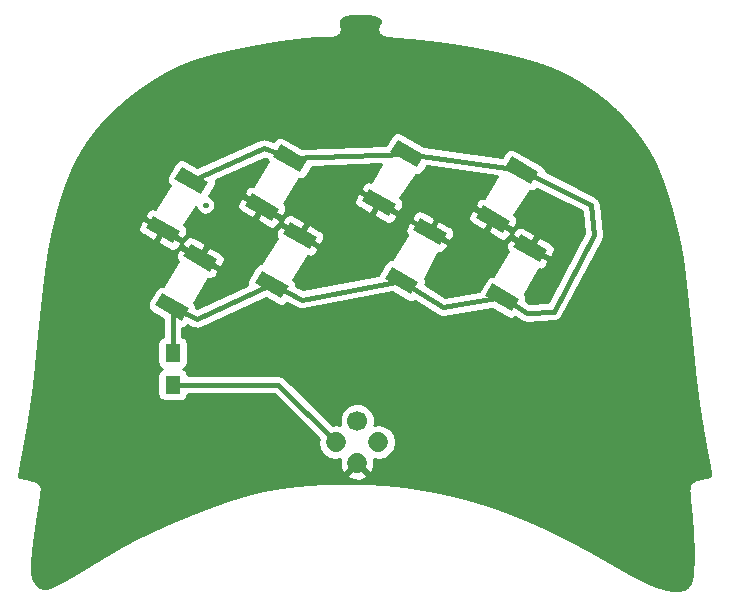
<source format=gbl>
G04 #@! TF.FileFunction,Copper,L2,Bot,Signal*
%FSLAX46Y46*%
G04 Gerber Fmt 4.6, Leading zero omitted, Abs format (unit mm)*
G04 Created by KiCad (PCBNEW 4.0.7) date 06/27/18 22:11:54*
%MOMM*%
%LPD*%
G01*
G04 APERTURE LIST*
%ADD10C,0.100000*%
%ADD11R,1.300000X1.500000*%
%ADD12C,1.700000*%
%ADD13C,1.700000*%
%ADD14C,0.381000*%
%ADD15C,0.254000*%
G04 APERTURE END LIST*
D10*
G36*
X177031833Y-84943154D02*
X174780167Y-83643154D01*
X175380167Y-82603924D01*
X177631833Y-83903924D01*
X177031833Y-84943154D01*
X177031833Y-84943154D01*
G37*
G36*
X174631833Y-89100076D02*
X172380167Y-87800076D01*
X172980167Y-86760846D01*
X175231833Y-88060846D01*
X174631833Y-89100076D01*
X174631833Y-89100076D01*
G37*
G36*
X180727167Y-81553846D02*
X182978833Y-82853846D01*
X182378833Y-83893076D01*
X180127167Y-82593076D01*
X180727167Y-81553846D01*
X180727167Y-81553846D01*
G37*
G36*
X183127167Y-77396924D02*
X185378833Y-78696924D01*
X184778833Y-79736154D01*
X182527167Y-78436154D01*
X183127167Y-77396924D01*
X183127167Y-77396924D01*
G37*
G36*
X171075167Y-80156846D02*
X173326833Y-81456846D01*
X172726833Y-82496076D01*
X170475167Y-81196076D01*
X171075167Y-80156846D01*
X171075167Y-80156846D01*
G37*
G36*
X173475167Y-75999924D02*
X175726833Y-77299924D01*
X175126833Y-78339154D01*
X172875167Y-77039154D01*
X173475167Y-75999924D01*
X173475167Y-75999924D01*
G37*
G36*
X161169167Y-80537846D02*
X163420833Y-81837846D01*
X162820833Y-82877076D01*
X160569167Y-81577076D01*
X161169167Y-80537846D01*
X161169167Y-80537846D01*
G37*
G36*
X163569167Y-76380924D02*
X165820833Y-77680924D01*
X165220833Y-78720154D01*
X162969167Y-77420154D01*
X163569167Y-76380924D01*
X163569167Y-76380924D01*
G37*
G36*
X152787167Y-82442846D02*
X155038833Y-83742846D01*
X154438833Y-84782076D01*
X152187167Y-83482076D01*
X152787167Y-82442846D01*
X152787167Y-82442846D01*
G37*
G36*
X155187167Y-78285924D02*
X157438833Y-79585924D01*
X156838833Y-80625154D01*
X154587167Y-79325154D01*
X155187167Y-78285924D01*
X155187167Y-78285924D01*
G37*
G36*
X185540833Y-86340154D02*
X183289167Y-85040154D01*
X183889167Y-84000924D01*
X186140833Y-85300924D01*
X185540833Y-86340154D01*
X185540833Y-86340154D01*
G37*
G36*
X183140833Y-90497076D02*
X180889167Y-89197076D01*
X181489167Y-88157846D01*
X183740833Y-89457846D01*
X183140833Y-90497076D01*
X183140833Y-90497076D01*
G37*
G36*
X166046333Y-85260654D02*
X163794667Y-83960654D01*
X164394667Y-82921424D01*
X166646333Y-84221424D01*
X166046333Y-85260654D01*
X166046333Y-85260654D01*
G37*
G36*
X163646333Y-89417576D02*
X161394667Y-88117576D01*
X161994667Y-87078346D01*
X164246333Y-88378346D01*
X163646333Y-89417576D01*
X163646333Y-89417576D01*
G37*
G36*
X157600833Y-87165654D02*
X155349167Y-85865654D01*
X155949167Y-84826424D01*
X158200833Y-86126424D01*
X157600833Y-87165654D01*
X157600833Y-87165654D01*
G37*
G36*
X155200833Y-91322576D02*
X152949167Y-90022576D01*
X153549167Y-88983346D01*
X155800833Y-90283346D01*
X155200833Y-91322576D01*
X155200833Y-91322576D01*
G37*
D11*
X154432000Y-96727000D03*
X154432000Y-94027000D03*
D12*
X170053000Y-99803949D03*
D13*
X171849051Y-101600000D02*
X171849051Y-101600000D01*
X168256949Y-101600000D02*
X168256949Y-101600000D01*
X170053000Y-103396051D02*
X170053000Y-103396051D01*
D14*
X157226000Y-81521000D02*
X157213000Y-81534000D01*
X156013000Y-79455539D02*
X162179000Y-76708000D01*
X162179000Y-76708000D02*
X164395000Y-77550539D01*
X154432000Y-94027000D02*
X154432000Y-90209961D01*
X154432000Y-90209961D02*
X154375000Y-90152961D01*
X164395000Y-77550539D02*
X174301000Y-77169539D01*
X183953000Y-78566539D02*
X174301000Y-77169539D01*
X182315000Y-89327461D02*
X184404000Y-90678000D01*
X189865000Y-81534000D02*
X183953000Y-78566539D01*
X190119000Y-84074000D02*
X189865000Y-81534000D01*
X186690000Y-90551000D02*
X190119000Y-84074000D01*
X184404000Y-90678000D02*
X186690000Y-90551000D01*
X173806000Y-87930461D02*
X177292000Y-90170000D01*
X177292000Y-90170000D02*
X182315000Y-89327461D01*
X162820500Y-88247961D02*
X165354000Y-89535000D01*
X165354000Y-89535000D02*
X173806000Y-87930461D01*
X162820500Y-88247961D02*
X156464000Y-91186000D01*
X156464000Y-91186000D02*
X154375000Y-90152961D01*
X174301000Y-77169539D02*
X174070539Y-77169539D01*
X174070539Y-77169539D02*
X173482000Y-76581000D01*
X173806000Y-87930461D02*
X173806000Y-87954000D01*
X154432000Y-90209961D02*
X154375000Y-90152961D01*
X154432000Y-96727000D02*
X163383949Y-96727000D01*
X163383949Y-96727000D02*
X168256949Y-101600000D01*
D15*
G36*
X170378509Y-65496342D02*
X170403731Y-65496470D01*
X170404233Y-65496373D01*
X170425866Y-65496561D01*
X170449876Y-65496852D01*
X170473348Y-65497227D01*
X170496725Y-65497701D01*
X170520437Y-65498270D01*
X170543773Y-65498930D01*
X170567291Y-65499690D01*
X170590950Y-65500548D01*
X170614158Y-65501482D01*
X170637577Y-65502528D01*
X170661185Y-65503663D01*
X170684428Y-65504898D01*
X170707628Y-65506232D01*
X170730932Y-65507678D01*
X170754356Y-65509229D01*
X170777086Y-65510823D01*
X170800409Y-65512581D01*
X170823271Y-65514395D01*
X170845618Y-65516284D01*
X170868656Y-65518349D01*
X170891060Y-65520472D01*
X170914042Y-65522761D01*
X170936721Y-65525126D01*
X170958953Y-65527558D01*
X170981848Y-65530185D01*
X171003970Y-65532841D01*
X171026709Y-65535695D01*
X171048790Y-65538591D01*
X171070919Y-65541621D01*
X171093091Y-65544783D01*
X171114941Y-65548029D01*
X171136976Y-65551434D01*
X171158664Y-65554920D01*
X171180352Y-65558544D01*
X171202020Y-65562305D01*
X171223402Y-65566156D01*
X171244904Y-65570173D01*
X171266131Y-65574285D01*
X171287045Y-65578483D01*
X171308253Y-65582896D01*
X171329192Y-65587408D01*
X171350029Y-65592061D01*
X171370567Y-65596805D01*
X171390594Y-65601591D01*
X171410539Y-65606526D01*
X171430830Y-65611718D01*
X171450789Y-65616997D01*
X171470440Y-65622376D01*
X171489907Y-65627886D01*
X171508907Y-65633447D01*
X171528200Y-65639281D01*
X171546928Y-65645142D01*
X171565261Y-65651068D01*
X171583680Y-65657228D01*
X171601774Y-65663486D01*
X171619767Y-65669916D01*
X171637247Y-65676380D01*
X171654628Y-65683028D01*
X171671504Y-65689706D01*
X171688203Y-65696549D01*
X171704261Y-65703362D01*
X171720332Y-65710424D01*
X171735881Y-65717499D01*
X171750868Y-65724571D01*
X171765776Y-65731863D01*
X171779961Y-65739061D01*
X171793838Y-65746364D01*
X171807249Y-65753699D01*
X171820269Y-65761096D01*
X171832655Y-65768413D01*
X171844519Y-65775705D01*
X171855897Y-65782993D01*
X171866576Y-65790116D01*
X171876640Y-65797121D01*
X171886297Y-65804144D01*
X171895211Y-65810922D01*
X171903607Y-65817609D01*
X171911310Y-65824038D01*
X171918402Y-65830254D01*
X171924972Y-65836310D01*
X171930806Y-65841976D01*
X171935812Y-65847105D01*
X171940250Y-65851918D01*
X171944118Y-65856366D01*
X171947295Y-65860255D01*
X171949914Y-65863673D01*
X171952162Y-65866812D01*
X171953728Y-65869160D01*
X171954693Y-65870725D01*
X171955955Y-65872946D01*
X171957448Y-65875797D01*
X171959204Y-65879434D01*
X171961243Y-65884028D01*
X171963438Y-65889416D01*
X171965786Y-65895698D01*
X171968096Y-65902459D01*
X171970358Y-65909743D01*
X171972551Y-65917546D01*
X171974533Y-65925387D01*
X171976527Y-65934247D01*
X171978370Y-65943516D01*
X171979984Y-65952818D01*
X171981351Y-65962113D01*
X171982682Y-65972990D01*
X171983549Y-65981598D01*
X171984200Y-65990870D01*
X171984661Y-66000043D01*
X171984846Y-66009334D01*
X171984845Y-66018709D01*
X171984561Y-66028167D01*
X171984096Y-66037521D01*
X171983453Y-66045512D01*
X171982472Y-66054971D01*
X171981508Y-66062312D01*
X171980425Y-66069101D01*
X171979293Y-66075069D01*
X171965838Y-66090746D01*
X171961446Y-66098545D01*
X171954549Y-66104247D01*
X171937906Y-66124678D01*
X171929468Y-66140604D01*
X171916191Y-66152794D01*
X171900687Y-66173983D01*
X171887761Y-66201774D01*
X171875981Y-66213257D01*
X171871094Y-66224642D01*
X171858342Y-66239350D01*
X171845482Y-66261916D01*
X171830917Y-66305634D01*
X171828367Y-66308796D01*
X171817141Y-66346983D01*
X171812149Y-66361966D01*
X171798962Y-66392689D01*
X171787968Y-66416325D01*
X171787874Y-66418519D01*
X171770558Y-66458861D01*
X171765160Y-66484297D01*
X171764912Y-66503752D01*
X171761002Y-66515487D01*
X171762290Y-66533568D01*
X171752985Y-66565219D01*
X171762942Y-66658120D01*
X171761750Y-66751549D01*
X171777067Y-66789904D01*
X171781468Y-66830970D01*
X171785173Y-66842817D01*
X171786406Y-66845076D01*
X171786698Y-66847626D01*
X171834498Y-66933720D01*
X171860872Y-66999763D01*
X171882214Y-67021657D01*
X171902734Y-67063673D01*
X171908419Y-67068697D01*
X171913188Y-67077438D01*
X171915188Y-67079050D01*
X171916436Y-67081299D01*
X171925273Y-67091723D01*
X171994165Y-67146444D01*
X172014227Y-67173040D01*
X172050882Y-67194608D01*
X172103001Y-67240671D01*
X172125331Y-67253678D01*
X172132100Y-67256005D01*
X172134560Y-67257959D01*
X172153757Y-67263449D01*
X172187722Y-67275125D01*
X172244582Y-67308581D01*
X172269109Y-67317133D01*
X172298366Y-67321230D01*
X172325010Y-67333989D01*
X172350411Y-67340482D01*
X172366302Y-67341339D01*
X172380952Y-67347547D01*
X172406511Y-67352847D01*
X172416179Y-67352925D01*
X172425182Y-67356449D01*
X172450741Y-67361013D01*
X172456919Y-67360892D01*
X172462711Y-67363041D01*
X172488269Y-67367139D01*
X172492483Y-67366981D01*
X172496455Y-67368401D01*
X172522172Y-67372206D01*
X172525056Y-67372063D01*
X172527782Y-67373012D01*
X172553579Y-67376611D01*
X172555635Y-67376492D01*
X172557588Y-67377159D01*
X172583649Y-67380638D01*
X172585061Y-67380548D01*
X172586399Y-67380999D01*
X172612223Y-67384340D01*
X172613145Y-67384277D01*
X172614021Y-67384570D01*
X172640109Y-67387875D01*
X172640690Y-67387834D01*
X172641247Y-67388019D01*
X172667282Y-67391273D01*
X172668980Y-67391151D01*
X172670594Y-67391678D01*
X172696735Y-67394816D01*
X172698704Y-67394664D01*
X172700585Y-67395267D01*
X172727233Y-67398313D01*
X172728570Y-67398202D01*
X172729849Y-67398607D01*
X172756612Y-67401562D01*
X172757592Y-67401477D01*
X172758530Y-67401771D01*
X172784803Y-67404597D01*
X172785492Y-67404535D01*
X172786153Y-67404741D01*
X172812347Y-67407506D01*
X172812949Y-67407451D01*
X172813528Y-67407630D01*
X172839933Y-67410371D01*
X172840446Y-67410323D01*
X172840937Y-67410474D01*
X172867317Y-67413173D01*
X172867737Y-67413133D01*
X172868144Y-67413258D01*
X172894497Y-67415922D01*
X172894837Y-67415889D01*
X172895160Y-67415988D01*
X172921592Y-67418634D01*
X172922110Y-67418584D01*
X172922611Y-67418736D01*
X172948911Y-67421329D01*
X172949096Y-67421311D01*
X172949271Y-67421364D01*
X172975438Y-67423930D01*
X172975596Y-67423914D01*
X172975747Y-67423960D01*
X173002047Y-67426527D01*
X173002260Y-67426506D01*
X173002466Y-67426568D01*
X173028924Y-67429134D01*
X173029305Y-67429096D01*
X173029672Y-67429206D01*
X173055893Y-67431720D01*
X173056112Y-67431698D01*
X173056326Y-67431762D01*
X173082440Y-67434249D01*
X173082639Y-67434229D01*
X173082830Y-67434286D01*
X173108972Y-67436760D01*
X173108973Y-67436760D01*
X173135194Y-67439247D01*
X173135665Y-67439199D01*
X173136119Y-67439334D01*
X173162723Y-67441821D01*
X173162849Y-67441808D01*
X173162974Y-67441845D01*
X173215256Y-67446713D01*
X173215533Y-67446684D01*
X173215799Y-67446763D01*
X173242177Y-67449198D01*
X173242358Y-67449179D01*
X173242533Y-67449231D01*
X173268787Y-67451641D01*
X173268788Y-67451641D01*
X173294902Y-67454048D01*
X173295272Y-67454009D01*
X173295627Y-67454114D01*
X173322058Y-67456522D01*
X173322130Y-67456514D01*
X173322196Y-67456534D01*
X173348390Y-67458915D01*
X173348533Y-67458900D01*
X173348673Y-67458941D01*
X173374999Y-67461323D01*
X173375073Y-67461315D01*
X173375147Y-67461337D01*
X173427905Y-67466099D01*
X173428121Y-67466076D01*
X173428329Y-67466137D01*
X173454601Y-67468492D01*
X173454739Y-67468477D01*
X173454872Y-67468516D01*
X173480960Y-67470844D01*
X173480963Y-67470844D01*
X173507248Y-67473190D01*
X173507251Y-67473191D01*
X173533603Y-67475546D01*
X173533865Y-67475518D01*
X173534119Y-67475592D01*
X173560393Y-67477920D01*
X173560575Y-67477900D01*
X173560749Y-67477951D01*
X173587180Y-67480279D01*
X173587321Y-67480264D01*
X173587460Y-67480304D01*
X173614027Y-67482633D01*
X173614104Y-67482625D01*
X173614178Y-67482646D01*
X173640503Y-67484948D01*
X173640536Y-67484944D01*
X173640565Y-67484953D01*
X173666917Y-67487255D01*
X173666929Y-67487254D01*
X173666941Y-67487257D01*
X173693207Y-67489551D01*
X173693209Y-67489551D01*
X173719534Y-67491853D01*
X173719836Y-67491820D01*
X173720125Y-67491904D01*
X173746466Y-67494184D01*
X173746468Y-67494185D01*
X173772947Y-67496487D01*
X173773126Y-67496467D01*
X173773300Y-67496518D01*
X173799625Y-67498793D01*
X173799758Y-67498778D01*
X173799885Y-67498815D01*
X173826026Y-67501064D01*
X173826205Y-67501044D01*
X173826378Y-67501094D01*
X173852678Y-67503343D01*
X173852825Y-67503327D01*
X173852968Y-67503368D01*
X173879400Y-67505617D01*
X173879416Y-67505615D01*
X173879432Y-67505620D01*
X173905573Y-67507842D01*
X173905674Y-67507831D01*
X173905772Y-67507859D01*
X173931992Y-67510081D01*
X173932037Y-67510076D01*
X173932082Y-67510089D01*
X173958356Y-67512312D01*
X173958427Y-67512304D01*
X173958497Y-67512324D01*
X173984823Y-67514546D01*
X173984837Y-67514544D01*
X173984853Y-67514549D01*
X174011206Y-67516772D01*
X174011209Y-67516772D01*
X174037504Y-67518991D01*
X174037843Y-67518953D01*
X174038171Y-67519047D01*
X174064381Y-67521233D01*
X174064383Y-67521234D01*
X174090656Y-67523430D01*
X174090658Y-67523430D01*
X174116762Y-67525616D01*
X174117151Y-67525572D01*
X174117528Y-67525680D01*
X174144120Y-67527877D01*
X174144121Y-67527877D01*
X174170437Y-67530058D01*
X174170664Y-67530032D01*
X174170884Y-67530095D01*
X174196955Y-67532239D01*
X174196956Y-67532239D01*
X174223204Y-67534409D01*
X174223566Y-67534368D01*
X174223915Y-67534467D01*
X174250486Y-67536636D01*
X174250487Y-67536636D01*
X174276516Y-67538775D01*
X174276671Y-67538757D01*
X174276821Y-67538800D01*
X174302984Y-67540938D01*
X174302986Y-67540939D01*
X174329180Y-67543082D01*
X174329209Y-67543079D01*
X174329235Y-67543086D01*
X174354815Y-67545177D01*
X174354816Y-67545177D01*
X174380988Y-67547341D01*
X174380989Y-67547341D01*
X174407367Y-67549537D01*
X174433413Y-67551714D01*
X174458493Y-67553836D01*
X174484845Y-67556085D01*
X174484934Y-67556075D01*
X174485020Y-67556100D01*
X174511175Y-67558325D01*
X174537438Y-67560580D01*
X174537440Y-67560580D01*
X174562986Y-67562786D01*
X174562989Y-67562787D01*
X174588792Y-67565033D01*
X174614265Y-67567283D01*
X174614266Y-67567283D01*
X174640486Y-67569612D01*
X174640487Y-67569612D01*
X174666120Y-67571904D01*
X174666170Y-67571899D01*
X174666216Y-67571912D01*
X174692193Y-67574231D01*
X174692196Y-67574232D01*
X174718691Y-67576613D01*
X174718694Y-67576613D01*
X174744625Y-67578951D01*
X174770169Y-67581283D01*
X174770172Y-67581284D01*
X174796234Y-67583665D01*
X174796235Y-67583665D01*
X174821391Y-67585984D01*
X174821392Y-67585984D01*
X174847506Y-67588418D01*
X174847509Y-67588418D01*
X174873284Y-67590837D01*
X174873296Y-67590836D01*
X174873310Y-67590840D01*
X174899530Y-67593300D01*
X174899533Y-67593300D01*
X174925365Y-67595735D01*
X174925368Y-67595735D01*
X174950694Y-67598134D01*
X174950696Y-67598135D01*
X174976997Y-67600649D01*
X175003229Y-67603158D01*
X175003230Y-67603158D01*
X175028573Y-67605595D01*
X175054466Y-67608119D01*
X175054468Y-67608119D01*
X175080525Y-67610670D01*
X175106692Y-67613238D01*
X175106694Y-67613238D01*
X175132284Y-67615771D01*
X175132285Y-67615771D01*
X175158315Y-67618352D01*
X175184115Y-67620927D01*
X175210231Y-67623544D01*
X175235979Y-67626142D01*
X175235981Y-67626143D01*
X175262150Y-67628795D01*
X175262151Y-67628795D01*
X175288008Y-67631427D01*
X175314413Y-67634129D01*
X175314417Y-67634129D01*
X175339767Y-67636735D01*
X175339769Y-67636736D01*
X175365935Y-67639440D01*
X175365936Y-67639440D01*
X175391451Y-67642092D01*
X175417588Y-67644821D01*
X175443812Y-67647573D01*
X175469904Y-67650323D01*
X175469906Y-67650323D01*
X175495604Y-67653045D01*
X175495605Y-67653045D01*
X175521635Y-67655816D01*
X175521636Y-67655816D01*
X175547936Y-67658628D01*
X175547937Y-67658628D01*
X175573859Y-67661411D01*
X175599297Y-67664156D01*
X175625240Y-67666967D01*
X175625242Y-67666968D01*
X175651728Y-67669852D01*
X175677324Y-67672653D01*
X175703412Y-67675521D01*
X175729315Y-67678381D01*
X175729317Y-67678381D01*
X175755210Y-67681251D01*
X175780752Y-67684095D01*
X175780755Y-67684096D01*
X175806896Y-67687020D01*
X175806897Y-67687020D01*
X175832650Y-67689912D01*
X175858771Y-67692858D01*
X175858772Y-67692858D01*
X175884428Y-67695764D01*
X175884431Y-67695765D01*
X175910783Y-67698763D01*
X175910784Y-67698763D01*
X175936858Y-67701741D01*
X175962599Y-67704695D01*
X175962600Y-67704695D01*
X175988647Y-67707695D01*
X175988648Y-67707695D01*
X176014743Y-67710713D01*
X176040839Y-67713741D01*
X176066849Y-67716775D01*
X176092755Y-67719811D01*
X176092757Y-67719811D01*
X176118338Y-67722819D01*
X176118341Y-67722820D01*
X176144012Y-67725849D01*
X176170417Y-67728979D01*
X176170418Y-67728979D01*
X176196044Y-67732029D01*
X176196045Y-67732029D01*
X176222212Y-67735157D01*
X176222216Y-67735157D01*
X176247727Y-67738216D01*
X176247728Y-67738216D01*
X176273818Y-67741355D01*
X176273821Y-67741356D01*
X176300068Y-67744526D01*
X176300071Y-67744526D01*
X176325500Y-67747611D01*
X176351560Y-67750783D01*
X176377502Y-67753954D01*
X176403125Y-67757097D01*
X176403126Y-67757097D01*
X176429192Y-67760309D01*
X176455307Y-67763537D01*
X176455309Y-67763537D01*
X176481171Y-67766744D01*
X176481173Y-67766745D01*
X176507367Y-67770005D01*
X176507368Y-67770005D01*
X176532964Y-67773203D01*
X176532965Y-67773203D01*
X176558860Y-67776450D01*
X176558861Y-67776450D01*
X176584816Y-67779718D01*
X176610803Y-67783000D01*
X176610804Y-67783000D01*
X176636141Y-67786212D01*
X176636143Y-67786213D01*
X176662112Y-67789517D01*
X176662113Y-67789517D01*
X176688360Y-67792867D01*
X176714236Y-67796183D01*
X176739899Y-67799483D01*
X176739900Y-67799483D01*
X176766067Y-67802857D01*
X176766069Y-67802857D01*
X176791903Y-67806202D01*
X176791905Y-67806203D01*
X176817993Y-67809590D01*
X176817995Y-67809590D01*
X176843695Y-67812939D01*
X176843696Y-67812939D01*
X176869336Y-67816293D01*
X176895556Y-67819735D01*
X176895557Y-67819735D01*
X176921550Y-67823154D01*
X176921552Y-67823154D01*
X176946946Y-67826507D01*
X176946948Y-67826508D01*
X176973274Y-67829998D01*
X176998985Y-67833417D01*
X176998986Y-67833417D01*
X177024816Y-67836862D01*
X177051221Y-67840397D01*
X177051224Y-67840397D01*
X177076578Y-67843800D01*
X177076581Y-67843801D01*
X177102476Y-67847291D01*
X177102477Y-67847291D01*
X177128910Y-67850865D01*
X177128912Y-67850865D01*
X177154624Y-67854351D01*
X177180247Y-67857837D01*
X177180249Y-67857838D01*
X177206680Y-67861444D01*
X177232196Y-67864940D01*
X177232199Y-67864940D01*
X177257860Y-67868464D01*
X177257863Y-67868465D01*
X177284242Y-67872098D01*
X177284245Y-67872098D01*
X177309804Y-67875630D01*
X177309806Y-67875631D01*
X177335621Y-67879212D01*
X177335622Y-67879212D01*
X177361895Y-67882866D01*
X177361897Y-67882866D01*
X177387726Y-67886469D01*
X177413326Y-67890053D01*
X177438893Y-67893642D01*
X177438895Y-67893643D01*
X177465248Y-67897355D01*
X177465250Y-67897355D01*
X177491156Y-67901015D01*
X177491158Y-67901015D01*
X177516878Y-67904658D01*
X177516879Y-67904658D01*
X177542567Y-67908306D01*
X177568972Y-67912066D01*
X177594886Y-67915767D01*
X177594887Y-67915767D01*
X177620207Y-67919399D01*
X177620211Y-67919400D01*
X177646378Y-67923162D01*
X177646381Y-67923162D01*
X177672175Y-67926884D01*
X177672177Y-67926885D01*
X177698025Y-67930623D01*
X177698026Y-67930623D01*
X177723929Y-67934380D01*
X177723930Y-67934380D01*
X177749426Y-67938091D01*
X177749427Y-67938091D01*
X177775700Y-67941925D01*
X177801461Y-67945695D01*
X177801462Y-67945695D01*
X177827431Y-67949505D01*
X177852762Y-67953234D01*
X177878659Y-67957058D01*
X177904722Y-67960916D01*
X177904725Y-67960917D01*
X177930520Y-67964745D01*
X177930524Y-67964746D01*
X177956771Y-67968652D01*
X177956774Y-67968652D01*
X177982148Y-67972441D01*
X178008055Y-67976319D01*
X178034381Y-67980269D01*
X178059764Y-67984087D01*
X178085804Y-67988020D01*
X178085805Y-67988020D01*
X178111349Y-67991883D01*
X178111350Y-67991884D01*
X178137412Y-67995840D01*
X178137414Y-67995840D01*
X178163332Y-67999786D01*
X178188775Y-68003672D01*
X178188776Y-68003672D01*
X178214863Y-68007662D01*
X178240791Y-68011640D01*
X178240792Y-68011640D01*
X178266047Y-68015527D01*
X178266049Y-68015528D01*
X178291949Y-68019527D01*
X178318196Y-68023586D01*
X178343833Y-68027561D01*
X178369323Y-68031526D01*
X178395242Y-68035567D01*
X178395245Y-68035568D01*
X178420804Y-68039563D01*
X178420808Y-68039565D01*
X178446816Y-68043643D01*
X178446819Y-68043643D01*
X178472629Y-68047701D01*
X178498513Y-68051780D01*
X178524468Y-68055881D01*
X178524469Y-68055881D01*
X178550363Y-68059981D01*
X178576050Y-68064062D01*
X178576052Y-68064063D01*
X178601928Y-68068182D01*
X178627338Y-68072240D01*
X178627340Y-68072241D01*
X178653507Y-68076430D01*
X178653511Y-68076430D01*
X178679211Y-68080559D01*
X178679215Y-68080560D01*
X178704901Y-68084695D01*
X178730621Y-68088844D01*
X178756816Y-68093083D01*
X178756819Y-68093083D01*
X178782611Y-68097268D01*
X178782612Y-68097268D01*
X178808325Y-68101448D01*
X178808326Y-68101448D01*
X178833760Y-68105595D01*
X178833761Y-68105595D01*
X178859955Y-68109878D01*
X178859958Y-68109878D01*
X178885466Y-68114058D01*
X178885468Y-68114059D01*
X178911370Y-68118316D01*
X178911371Y-68118316D01*
X178936948Y-68122529D01*
X178936949Y-68122530D01*
X178962855Y-68126804D01*
X178962859Y-68126806D01*
X178988894Y-68131114D01*
X178988898Y-68131114D01*
X179014533Y-68135365D01*
X179039960Y-68139595D01*
X179039961Y-68139595D01*
X179065801Y-68143903D01*
X179065802Y-68143903D01*
X179091805Y-68148250D01*
X179091806Y-68148250D01*
X179117603Y-68152573D01*
X179143281Y-68156886D01*
X179143282Y-68156886D01*
X179169024Y-68161222D01*
X179194998Y-68165606D01*
X179194999Y-68165606D01*
X179220694Y-68169955D01*
X179220695Y-68169955D01*
X179246015Y-68174252D01*
X179246016Y-68174252D01*
X179271971Y-68178665D01*
X179271972Y-68178665D01*
X179297419Y-68183004D01*
X179297420Y-68183004D01*
X179323614Y-68187483D01*
X179323616Y-68187483D01*
X179349133Y-68191857D01*
X179374627Y-68196235D01*
X179374629Y-68196236D01*
X179400324Y-68200662D01*
X179400325Y-68200662D01*
X179426386Y-68205160D01*
X179426387Y-68205160D01*
X179452303Y-68209644D01*
X179452305Y-68209644D01*
X179477691Y-68214047D01*
X179477692Y-68214047D01*
X179503236Y-68218490D01*
X179503237Y-68218490D01*
X179529140Y-68223004D01*
X179529143Y-68223004D01*
X179554606Y-68227455D01*
X179554610Y-68227456D01*
X179580752Y-68232033D01*
X179580753Y-68232033D01*
X179606403Y-68236537D01*
X179606405Y-68236538D01*
X179632440Y-68241120D01*
X179632441Y-68241120D01*
X179658032Y-68245633D01*
X179658034Y-68245633D01*
X179683646Y-68250162D01*
X179683647Y-68250162D01*
X179709206Y-68254695D01*
X179709209Y-68254696D01*
X179735376Y-68259342D01*
X179735379Y-68259342D01*
X179760971Y-68263899D01*
X179786452Y-68268449D01*
X179812275Y-68273069D01*
X179837982Y-68277677D01*
X179863433Y-68282253D01*
X179889574Y-68286963D01*
X179889575Y-68286963D01*
X179915226Y-68291597D01*
X179915228Y-68291598D01*
X179941237Y-68296307D01*
X179941239Y-68296307D01*
X179966773Y-68300939D01*
X179966774Y-68300939D01*
X179992327Y-68305588D01*
X179992329Y-68305588D01*
X180018064Y-68310279D01*
X180018065Y-68310279D01*
X180043620Y-68314948D01*
X180043621Y-68314948D01*
X180069814Y-68319744D01*
X180069816Y-68319744D01*
X180095111Y-68324390D01*
X180095115Y-68324392D01*
X180120881Y-68329133D01*
X180120882Y-68329134D01*
X180146383Y-68333838D01*
X180146385Y-68333839D01*
X180172262Y-68338623D01*
X180197957Y-68343385D01*
X180223787Y-68348182D01*
X180223789Y-68348182D01*
X180249289Y-68352931D01*
X180249292Y-68352932D01*
X180275195Y-68357769D01*
X180300968Y-68362591D01*
X180300971Y-68362591D01*
X180326122Y-68367306D01*
X180351946Y-68372161D01*
X180351948Y-68372161D01*
X180377414Y-68376958D01*
X180377417Y-68376959D01*
X180403077Y-68381801D01*
X180428840Y-68386678D01*
X180428841Y-68386678D01*
X180454665Y-68391580D01*
X180454668Y-68391580D01*
X180480194Y-68396433D01*
X180480196Y-68396434D01*
X180506231Y-68401392D01*
X180506233Y-68401392D01*
X180531637Y-68406243D01*
X180556889Y-68411079D01*
X180556892Y-68411080D01*
X180582822Y-68416054D01*
X180582824Y-68416054D01*
X180608246Y-68420944D01*
X180634361Y-68425978D01*
X180659615Y-68430857D01*
X180685518Y-68435871D01*
X180685521Y-68435871D01*
X180710785Y-68440775D01*
X180710786Y-68440775D01*
X180736269Y-68445736D01*
X180736270Y-68445736D01*
X180761673Y-68450688D01*
X180761675Y-68450689D01*
X180787525Y-68455743D01*
X180787527Y-68455743D01*
X180812854Y-68460705D01*
X180838862Y-68465814D01*
X180838863Y-68465814D01*
X180864463Y-68470851D01*
X180864464Y-68470851D01*
X180889926Y-68475873D01*
X180915544Y-68480939D01*
X180941154Y-68486014D01*
X180941155Y-68486014D01*
X180966794Y-68491108D01*
X180966796Y-68491108D01*
X180991919Y-68496108D01*
X180991920Y-68496109D01*
X181017461Y-68501207D01*
X181043337Y-68506382D01*
X181043339Y-68506382D01*
X181069100Y-68511543D01*
X181069103Y-68511543D01*
X181094705Y-68516690D01*
X181094708Y-68516690D01*
X181120549Y-68521895D01*
X181120550Y-68521895D01*
X181145793Y-68526990D01*
X181145795Y-68526991D01*
X181171671Y-68532225D01*
X181171673Y-68532225D01*
X181197059Y-68537372D01*
X181197060Y-68537372D01*
X181223095Y-68542661D01*
X181248193Y-68547774D01*
X181248195Y-68547775D01*
X181273966Y-68553034D01*
X181273967Y-68553034D01*
X181299200Y-68558197D01*
X181299201Y-68558197D01*
X181324813Y-68563448D01*
X181350608Y-68568749D01*
X181376210Y-68574025D01*
X181376212Y-68574026D01*
X181401643Y-68579279D01*
X181427440Y-68584619D01*
X181427442Y-68584619D01*
X181453101Y-68589939D01*
X181453103Y-68589939D01*
X181478320Y-68595184D01*
X181478323Y-68595185D01*
X181504331Y-68600606D01*
X181504332Y-68600606D01*
X181529330Y-68605827D01*
X181529331Y-68605827D01*
X181555047Y-68611214D01*
X181555050Y-68611214D01*
X181580217Y-68616496D01*
X181580220Y-68616497D01*
X181606070Y-68621937D01*
X181606072Y-68621937D01*
X181631467Y-68627294D01*
X181631468Y-68627294D01*
X181657477Y-68632789D01*
X181657479Y-68632789D01*
X181682927Y-68638181D01*
X181708247Y-68643554D01*
X181708248Y-68643555D01*
X181734018Y-68649040D01*
X181734021Y-68649040D01*
X181759253Y-68654419D01*
X181759257Y-68654421D01*
X181784932Y-68659909D01*
X181784936Y-68659911D01*
X181810442Y-68665372D01*
X181835774Y-68670816D01*
X181835777Y-68670817D01*
X181861083Y-68676265D01*
X181886575Y-68681766D01*
X181886579Y-68681768D01*
X181912376Y-68687345D01*
X181912380Y-68687345D01*
X181937841Y-68692865D01*
X181963380Y-68698417D01*
X181963383Y-68698417D01*
X181988770Y-68703944D01*
X181988771Y-68703945D01*
X182014806Y-68709628D01*
X182014809Y-68709628D01*
X182039842Y-68715108D01*
X182039843Y-68715108D01*
X182065561Y-68720746D01*
X182065562Y-68720746D01*
X182090594Y-68726249D01*
X182090596Y-68726250D01*
X182116420Y-68731941D01*
X182116421Y-68731941D01*
X182141632Y-68737512D01*
X182141634Y-68737513D01*
X182167591Y-68743260D01*
X182167593Y-68743260D01*
X182192520Y-68748790D01*
X182192522Y-68748791D01*
X182218134Y-68754487D01*
X182218138Y-68754487D01*
X182243040Y-68760040D01*
X182268437Y-68765718D01*
X182268438Y-68765719D01*
X182294209Y-68771494D01*
X182294211Y-68771494D01*
X182319452Y-68777166D01*
X182319456Y-68777168D01*
X182344960Y-68782906D01*
X182370915Y-68788762D01*
X182370916Y-68788762D01*
X182396611Y-68794572D01*
X182396612Y-68794572D01*
X182421430Y-68800201D01*
X182446671Y-68805939D01*
X182446674Y-68805940D01*
X182472365Y-68811796D01*
X182472368Y-68811796D01*
X182497498Y-68817535D01*
X182523295Y-68823440D01*
X182523296Y-68823440D01*
X182548408Y-68829203D01*
X182548411Y-68829204D01*
X182574314Y-68835163D01*
X182599070Y-68840872D01*
X182624309Y-68846707D01*
X182624311Y-68846708D01*
X182649897Y-68852635D01*
X182649898Y-68852635D01*
X182674905Y-68858442D01*
X182700374Y-68864375D01*
X182700377Y-68864375D01*
X182725443Y-68870229D01*
X182725445Y-68870230D01*
X182750878Y-68876181D01*
X182776701Y-68882237D01*
X182776703Y-68882237D01*
X182802220Y-68888236D01*
X182827325Y-68894156D01*
X182827328Y-68894158D01*
X182852444Y-68900094D01*
X182877977Y-68906143D01*
X182877979Y-68906143D01*
X182902763Y-68912031D01*
X182902765Y-68912032D01*
X182928053Y-68918054D01*
X182953718Y-68924179D01*
X182953720Y-68924179D01*
X182978647Y-68930145D01*
X183004182Y-68936270D01*
X183029335Y-68942323D01*
X183029336Y-68942324D01*
X183055160Y-68948552D01*
X183055161Y-68948552D01*
X183080293Y-68954627D01*
X183080294Y-68954628D01*
X183105720Y-68960790D01*
X183105721Y-68960790D01*
X183130742Y-68966871D01*
X183130744Y-68966871D01*
X183155754Y-68972962D01*
X183180998Y-68979129D01*
X183205781Y-68985194D01*
X183205782Y-68985195D01*
X183231394Y-68991484D01*
X183256266Y-68997609D01*
X183281957Y-69003949D01*
X183281959Y-69003949D01*
X183306958Y-69010137D01*
X183332235Y-69016404D01*
X183358032Y-69022820D01*
X183358033Y-69022820D01*
X183383046Y-69029061D01*
X183383049Y-69029062D01*
X183408457Y-69035414D01*
X183433579Y-69041712D01*
X183458574Y-69047999D01*
X183483522Y-69054283D01*
X183508637Y-69060630D01*
X183508638Y-69060631D01*
X183534171Y-69067100D01*
X183559249Y-69073473D01*
X183559252Y-69073473D01*
X183584087Y-69079804D01*
X183584089Y-69079805D01*
X183609257Y-69086231D01*
X183634921Y-69092803D01*
X183634922Y-69092803D01*
X183659713Y-69099171D01*
X183685431Y-69105794D01*
X183685433Y-69105794D01*
X183710241Y-69112201D01*
X183710243Y-69112202D01*
X183735726Y-69118803D01*
X183760968Y-69125360D01*
X183760969Y-69125361D01*
X183785952Y-69131865D01*
X183811141Y-69138444D01*
X183836014Y-69144957D01*
X183860619Y-69151419D01*
X183860620Y-69151419D01*
X183886046Y-69158113D01*
X183886047Y-69158113D01*
X183910544Y-69164581D01*
X183935953Y-69171310D01*
X183960927Y-69177946D01*
X183985963Y-69184618D01*
X183985964Y-69184618D01*
X184011095Y-69191332D01*
X184011096Y-69191332D01*
X184035717Y-69197928D01*
X184060718Y-69204645D01*
X184086303Y-69211543D01*
X184111291Y-69218298D01*
X184136262Y-69225068D01*
X184161262Y-69231862D01*
X184161263Y-69231862D01*
X184186928Y-69238863D01*
X184211814Y-69245670D01*
X184236994Y-69252583D01*
X184262319Y-69259555D01*
X184286744Y-69266301D01*
X184311596Y-69273182D01*
X184336361Y-69280063D01*
X184361254Y-69287004D01*
X184385485Y-69293778D01*
X184385487Y-69293779D01*
X184410287Y-69300735D01*
X184410291Y-69300737D01*
X184435587Y-69307852D01*
X184435589Y-69307852D01*
X184459867Y-69314704D01*
X184459868Y-69314705D01*
X184485188Y-69321869D01*
X184509550Y-69328786D01*
X184534023Y-69335759D01*
X184534025Y-69335760D01*
X184558882Y-69342866D01*
X184583606Y-69349953D01*
X184583605Y-69349953D01*
X184608617Y-69357149D01*
X184633425Y-69364308D01*
X184658383Y-69371538D01*
X184682836Y-69378644D01*
X184707481Y-69385831D01*
X184707482Y-69385832D01*
X184732274Y-69393081D01*
X184757400Y-69400461D01*
X184757401Y-69400461D01*
X184782245Y-69407775D01*
X184806902Y-69415059D01*
X184831810Y-69422443D01*
X184855842Y-69429600D01*
X184880753Y-69437041D01*
X184905278Y-69444394D01*
X184930425Y-69451959D01*
X184954999Y-69459378D01*
X184979921Y-69466925D01*
X185004012Y-69474253D01*
X185029333Y-69481981D01*
X185053469Y-69489373D01*
X185078366Y-69497033D01*
X185102586Y-69504508D01*
X185102587Y-69504509D01*
X185127857Y-69512333D01*
X185152204Y-69519905D01*
X185176162Y-69527382D01*
X185176163Y-69527382D01*
X185200882Y-69535129D01*
X185225813Y-69542977D01*
X185250204Y-69550681D01*
X185274006Y-69558229D01*
X185299168Y-69566243D01*
X185323448Y-69574002D01*
X185348023Y-69581890D01*
X185348026Y-69581890D01*
X185371476Y-69589450D01*
X185396310Y-69597490D01*
X185420581Y-69605380D01*
X185444157Y-69613078D01*
X185444158Y-69613079D01*
X185468707Y-69621129D01*
X185492559Y-69628982D01*
X185517309Y-69637165D01*
X185541055Y-69645051D01*
X185564827Y-69652977D01*
X185589670Y-69661298D01*
X185612990Y-69669140D01*
X185636863Y-69677212D01*
X185661286Y-69685504D01*
X185685413Y-69693731D01*
X185709153Y-69701868D01*
X185733773Y-69710341D01*
X185757872Y-69718681D01*
X185781893Y-69727035D01*
X185805794Y-69735383D01*
X185829724Y-69743783D01*
X185853641Y-69752224D01*
X185877699Y-69760760D01*
X185901641Y-69769289D01*
X185925017Y-69777667D01*
X185948564Y-69786152D01*
X185972251Y-69794731D01*
X185995778Y-69803297D01*
X186019617Y-69812021D01*
X186042955Y-69820612D01*
X186067039Y-69829522D01*
X186090344Y-69838196D01*
X186114308Y-69847162D01*
X186137140Y-69855760D01*
X186161349Y-69864921D01*
X186184405Y-69873699D01*
X186207449Y-69882528D01*
X186230560Y-69891437D01*
X186254027Y-69900542D01*
X186277537Y-69909719D01*
X186300731Y-69918830D01*
X186324277Y-69928134D01*
X186346979Y-69937171D01*
X186370179Y-69946463D01*
X186392821Y-69955597D01*
X186416174Y-69965070D01*
X186439831Y-69974700D01*
X186463158Y-69984238D01*
X186486664Y-69993894D01*
X186510621Y-70003774D01*
X186510622Y-70003774D01*
X186533670Y-70013315D01*
X186557548Y-70023244D01*
X186580860Y-70032978D01*
X186603767Y-70042589D01*
X186627218Y-70052465D01*
X186651330Y-70062660D01*
X186674509Y-70072505D01*
X186697869Y-70082470D01*
X186720802Y-70092290D01*
X186744475Y-70102470D01*
X186767162Y-70112265D01*
X186791112Y-70122643D01*
X186813862Y-70132540D01*
X186837119Y-70142703D01*
X186860647Y-70153024D01*
X186884518Y-70163532D01*
X186907489Y-70173688D01*
X186930733Y-70184005D01*
X186954245Y-70194488D01*
X186977289Y-70204801D01*
X187000574Y-70215256D01*
X187024166Y-70225897D01*
X187046650Y-70236074D01*
X187069886Y-70246632D01*
X187092770Y-70257077D01*
X187116173Y-70267802D01*
X187138912Y-70278255D01*
X187162380Y-70289089D01*
X187184763Y-70299456D01*
X187207594Y-70310080D01*
X187230534Y-70320784D01*
X187253677Y-70331634D01*
X187276375Y-70342312D01*
X187299440Y-70353207D01*
X187299441Y-70353208D01*
X187322620Y-70364191D01*
X187345434Y-70375051D01*
X187368826Y-70386227D01*
X187391831Y-70397263D01*
X187415025Y-70408421D01*
X187437918Y-70419482D01*
X187460762Y-70430554D01*
X187484377Y-70442051D01*
X187506739Y-70452975D01*
X187530271Y-70464509D01*
X187553230Y-70475801D01*
X187575417Y-70486753D01*
X187598381Y-70498137D01*
X187621600Y-70509690D01*
X187644436Y-70521094D01*
X187666948Y-70532373D01*
X187689258Y-70543592D01*
X187712004Y-70555073D01*
X187734688Y-70566568D01*
X187757456Y-70578146D01*
X187779965Y-70589637D01*
X187802726Y-70601294D01*
X187825075Y-70612774D01*
X187848075Y-70624629D01*
X187870450Y-70636208D01*
X187893262Y-70648059D01*
X187893263Y-70648059D01*
X187915568Y-70659681D01*
X187937496Y-70671149D01*
X187960372Y-70683152D01*
X187983205Y-70695177D01*
X188005846Y-70707148D01*
X188027712Y-70718745D01*
X188051007Y-70731146D01*
X188072927Y-70742856D01*
X188094957Y-70754669D01*
X188094958Y-70754670D01*
X188118252Y-70767190D01*
X188139855Y-70778855D01*
X188162659Y-70791199D01*
X188184775Y-70803223D01*
X188206987Y-70815335D01*
X188228898Y-70827329D01*
X188228899Y-70827330D01*
X188252209Y-70840136D01*
X188274270Y-70852292D01*
X188296577Y-70864629D01*
X188296579Y-70864630D01*
X188318995Y-70877064D01*
X188340157Y-70888837D01*
X188363361Y-70901799D01*
X188385055Y-70913956D01*
X188407118Y-70926366D01*
X188429690Y-70939095D01*
X188452170Y-70951816D01*
X188474164Y-70964300D01*
X188496028Y-70976763D01*
X188496030Y-70976765D01*
X188518737Y-70989739D01*
X188540258Y-71002084D01*
X188562551Y-71014924D01*
X188584352Y-71027511D01*
X188606697Y-71040451D01*
X188628910Y-71053360D01*
X188650879Y-71066167D01*
X188672647Y-71078905D01*
X188694310Y-71091620D01*
X188716614Y-71104760D01*
X188738437Y-71117653D01*
X188760717Y-71130856D01*
X188781862Y-71143435D01*
X188781863Y-71143436D01*
X188804520Y-71156949D01*
X188825902Y-71169745D01*
X188847993Y-71183009D01*
X188869428Y-71195925D01*
X188891536Y-71209291D01*
X188913142Y-71222394D01*
X188935191Y-71235810D01*
X188956247Y-71248668D01*
X188978079Y-71262036D01*
X189000553Y-71275838D01*
X189021544Y-71288783D01*
X189021545Y-71288784D01*
X189043703Y-71302481D01*
X189064984Y-71315686D01*
X189086402Y-71329019D01*
X189108380Y-71342746D01*
X189130153Y-71356374D01*
X189151348Y-71369686D01*
X189173054Y-71383371D01*
X189194658Y-71397025D01*
X189216335Y-71410768D01*
X189237286Y-71424091D01*
X189237287Y-71424092D01*
X189259043Y-71437970D01*
X189280051Y-71451425D01*
X189301861Y-71465432D01*
X189323131Y-71479144D01*
X189344611Y-71493027D01*
X189366355Y-71507126D01*
X189387217Y-71520689D01*
X189408971Y-71534884D01*
X189430642Y-71549068D01*
X189451319Y-71562634D01*
X189472868Y-71576820D01*
X189494032Y-71590799D01*
X189514808Y-71604569D01*
X189536504Y-71618994D01*
X189557522Y-71633009D01*
X189578170Y-71646823D01*
X189578171Y-71646824D01*
X189599658Y-71661241D01*
X189621538Y-71675959D01*
X189642329Y-71689989D01*
X189663150Y-71704083D01*
X189684516Y-71718586D01*
X189705270Y-71732732D01*
X189726323Y-71747121D01*
X189747294Y-71761494D01*
X189767988Y-71775728D01*
X189788983Y-71790203D01*
X189809614Y-71804482D01*
X189831112Y-71819399D01*
X189852167Y-71834053D01*
X189872716Y-71848407D01*
X189893625Y-71863052D01*
X189914349Y-71877614D01*
X189935359Y-71892411D01*
X189956497Y-71907350D01*
X189976355Y-71921430D01*
X189997398Y-71936400D01*
X190018378Y-71951357D01*
X190039366Y-71966361D01*
X190060007Y-71981166D01*
X190080580Y-71995967D01*
X190100801Y-72010568D01*
X190100802Y-72010569D01*
X190121604Y-72025632D01*
X190142756Y-72040996D01*
X190162866Y-72055637D01*
X190183892Y-72071002D01*
X190203818Y-72085603D01*
X190224568Y-72100848D01*
X190245351Y-72116159D01*
X190265851Y-72131321D01*
X190285804Y-72146116D01*
X190306852Y-72161762D01*
X190326802Y-72176643D01*
X190346858Y-72191660D01*
X190367783Y-72207364D01*
X190388291Y-72222793D01*
X190408028Y-72237706D01*
X190428456Y-72253170D01*
X190449239Y-72268961D01*
X190469374Y-72284297D01*
X190489170Y-72299426D01*
X190509661Y-72315119D01*
X190530034Y-72330774D01*
X190549620Y-72345875D01*
X190570067Y-72361689D01*
X190590019Y-72377167D01*
X190610622Y-72393182D01*
X190631022Y-72409090D01*
X190650762Y-72424534D01*
X190670089Y-72439707D01*
X190690779Y-72456000D01*
X190710303Y-72471420D01*
X190730640Y-72487511D01*
X190750590Y-72503354D01*
X190770355Y-72519087D01*
X190790159Y-72534894D01*
X190810098Y-72550876D01*
X190829808Y-72566720D01*
X190829809Y-72566721D01*
X190849909Y-72582909D01*
X190869275Y-72598557D01*
X190889295Y-72614774D01*
X190908530Y-72630417D01*
X190928660Y-72646833D01*
X190948821Y-72663323D01*
X190968273Y-72679277D01*
X190987395Y-72694998D01*
X191006781Y-72710997D01*
X191026885Y-72727629D01*
X191046133Y-72743592D01*
X191066229Y-72760322D01*
X191085701Y-72776573D01*
X191105187Y-72792893D01*
X191124545Y-72809142D01*
X191144080Y-72825600D01*
X191163590Y-72842076D01*
X191183290Y-72858768D01*
X191202480Y-72875081D01*
X191221451Y-72891242D01*
X191240820Y-72907798D01*
X191259990Y-72924240D01*
X191279495Y-72941006D01*
X191299214Y-72958006D01*
X191318238Y-72974450D01*
X191337207Y-72990902D01*
X191356250Y-73007471D01*
X191375692Y-73024421D01*
X191395035Y-73041340D01*
X191413860Y-73057867D01*
X191433239Y-73074913D01*
X191452317Y-73091755D01*
X191470634Y-73107974D01*
X191490398Y-73125530D01*
X191490401Y-73125532D01*
X191509371Y-73142412D01*
X191528185Y-73159204D01*
X191547149Y-73176188D01*
X191566207Y-73193306D01*
X191584797Y-73210056D01*
X191603589Y-73227040D01*
X191622516Y-73244194D01*
X191641858Y-73261778D01*
X191660819Y-73279064D01*
X191678813Y-73295516D01*
X191698122Y-73313222D01*
X191716657Y-73330264D01*
X191735418Y-73347561D01*
X191753851Y-73364600D01*
X191772627Y-73382028D01*
X191790941Y-73399073D01*
X191810188Y-73417038D01*
X191828775Y-73434428D01*
X191847214Y-73451751D01*
X191865530Y-73469001D01*
X191883914Y-73486353D01*
X191902688Y-73504142D01*
X191920721Y-73521272D01*
X191939453Y-73539112D01*
X191957763Y-73556618D01*
X191957763Y-73556619D01*
X191976171Y-73574254D01*
X191994311Y-73591699D01*
X191994312Y-73591700D01*
X192013306Y-73610010D01*
X192030928Y-73627049D01*
X192049373Y-73644925D01*
X192067226Y-73662294D01*
X192067227Y-73662295D01*
X192085517Y-73680130D01*
X192104131Y-73698350D01*
X192122098Y-73715978D01*
X192140308Y-73733892D01*
X192158612Y-73751967D01*
X192176492Y-73769661D01*
X192194744Y-73787770D01*
X192212271Y-73805222D01*
X192230124Y-73823062D01*
X192248472Y-73841436D01*
X192266168Y-73859219D01*
X192284567Y-73877750D01*
X192302421Y-73895799D01*
X192319745Y-73913373D01*
X192337847Y-73931774D01*
X192356028Y-73950320D01*
X192373127Y-73967821D01*
X192390821Y-73985966D01*
X192408931Y-74004603D01*
X192426031Y-74022259D01*
X192443829Y-74040696D01*
X192461826Y-74059378D01*
X192479492Y-74077774D01*
X192496674Y-74095723D01*
X192514282Y-74114179D01*
X192532028Y-74132841D01*
X192549879Y-74151647D01*
X192567105Y-74169852D01*
X192584642Y-74188441D01*
X192601937Y-74206835D01*
X192619081Y-74225124D01*
X192636352Y-74243609D01*
X192653767Y-74262306D01*
X192671184Y-74281054D01*
X192688396Y-74299641D01*
X192705597Y-74318271D01*
X192723081Y-74337268D01*
X192740586Y-74356347D01*
X192757107Y-74374396D01*
X192774053Y-74392994D01*
X192791291Y-74411940D01*
X192808027Y-74430417D01*
X192825169Y-74449397D01*
X192842222Y-74468337D01*
X192859383Y-74487453D01*
X192876573Y-74506646D01*
X192892858Y-74524905D01*
X192910032Y-74544217D01*
X192927289Y-74563680D01*
X192943791Y-74582345D01*
X192960513Y-74601325D01*
X192977279Y-74620407D01*
X192993774Y-74639233D01*
X193010433Y-74658301D01*
X193027176Y-74677516D01*
X193043993Y-74696901D01*
X193060933Y-74716481D01*
X193077489Y-74735682D01*
X193093491Y-74754286D01*
X193110192Y-74773755D01*
X193126608Y-74792974D01*
X193143355Y-74812634D01*
X193160118Y-74832368D01*
X193176000Y-74851113D01*
X193192584Y-74870773D01*
X193209081Y-74890383D01*
X193225010Y-74909366D01*
X193241005Y-74928504D01*
X193257649Y-74948472D01*
X193274024Y-74968197D01*
X193289949Y-74987432D01*
X193306234Y-75007154D01*
X193322270Y-75026654D01*
X193338248Y-75046132D01*
X193354205Y-75065661D01*
X193370256Y-75085355D01*
X193386429Y-75105247D01*
X193402924Y-75125619D01*
X193418464Y-75144859D01*
X193434421Y-75164693D01*
X193449897Y-75183974D01*
X193465716Y-75203761D01*
X193481619Y-75223733D01*
X193497364Y-75243553D01*
X193513037Y-75263360D01*
X193529148Y-75283767D01*
X193544933Y-75303843D01*
X193560024Y-75323077D01*
X193575502Y-75342878D01*
X193591558Y-75363502D01*
X193606965Y-75383335D01*
X193622696Y-75403666D01*
X193638072Y-75423615D01*
X193653605Y-75443814D01*
X193669107Y-75464044D01*
X193684019Y-75483578D01*
X193684020Y-75483580D01*
X193699384Y-75503748D01*
X193714716Y-75523950D01*
X193729956Y-75544111D01*
X193745149Y-75564285D01*
X193760974Y-75585343D01*
X193775992Y-75605403D01*
X193791291Y-75625896D01*
X193806075Y-75645787D01*
X193821246Y-75666274D01*
X193836439Y-75686833D01*
X193851120Y-75706771D01*
X193865962Y-75727004D01*
X193880876Y-75747410D01*
X193896150Y-75768385D01*
X193910967Y-75788808D01*
X193926128Y-75809763D01*
X193940875Y-75830199D01*
X193955473Y-75850500D01*
X193970156Y-75870992D01*
X193984731Y-75891409D01*
X193999441Y-75912089D01*
X194014206Y-75932921D01*
X194028820Y-75953615D01*
X194043376Y-75974300D01*
X194043377Y-75974302D01*
X194057869Y-75994948D01*
X194072152Y-76015384D01*
X194086712Y-76036287D01*
X194101121Y-76057049D01*
X194115468Y-76077796D01*
X194129856Y-76098674D01*
X194143999Y-76119271D01*
X194158686Y-76140734D01*
X194173081Y-76161842D01*
X194187328Y-76182809D01*
X194201331Y-76203503D01*
X194215676Y-76224752D01*
X194229444Y-76245218D01*
X194243785Y-76266608D01*
X194257291Y-76286859D01*
X194271472Y-76308195D01*
X194285625Y-76329563D01*
X194299323Y-76350315D01*
X194313596Y-76372009D01*
X194327724Y-76393560D01*
X194341480Y-76414628D01*
X194355327Y-76435910D01*
X194368933Y-76456907D01*
X194382253Y-76477532D01*
X194395976Y-76498852D01*
X194409795Y-76520433D01*
X194423566Y-76542012D01*
X194436846Y-76562889D01*
X194450382Y-76584240D01*
X194464344Y-76606335D01*
X194477568Y-76627373D01*
X194477569Y-76627375D01*
X194491031Y-76648840D01*
X194504447Y-76670340D01*
X194517832Y-76691881D01*
X194531132Y-76713354D01*
X194544096Y-76734354D01*
X194544096Y-76734355D01*
X194557552Y-76756221D01*
X194570413Y-76777229D01*
X194570413Y-76777230D01*
X194583704Y-76799007D01*
X194597107Y-76821041D01*
X194610014Y-76842371D01*
X194623485Y-76864706D01*
X194636390Y-76886190D01*
X194649462Y-76908022D01*
X194661980Y-76929016D01*
X194675057Y-76951061D01*
X194687938Y-76972840D01*
X194700542Y-76994222D01*
X194713473Y-77016269D01*
X194726232Y-77038096D01*
X194738712Y-77059551D01*
X194751546Y-77081684D01*
X194764263Y-77103730D01*
X194776873Y-77125657D01*
X194789419Y-77147568D01*
X194801866Y-77169413D01*
X194814334Y-77191366D01*
X194826661Y-77213162D01*
X194839268Y-77235521D01*
X194851434Y-77257210D01*
X194863595Y-77279002D01*
X194875927Y-77301163D01*
X194887953Y-77322888D01*
X194900434Y-77345503D01*
X194912461Y-77367407D01*
X194924870Y-77390075D01*
X194936903Y-77412152D01*
X194949176Y-77434786D01*
X194961004Y-77456661D01*
X194972875Y-77478733D01*
X194984735Y-77500881D01*
X194996303Y-77522591D01*
X195008247Y-77545074D01*
X195019982Y-77567276D01*
X195031560Y-77589294D01*
X195031561Y-77589296D01*
X195043427Y-77611926D01*
X195055100Y-77634304D01*
X195066930Y-77657098D01*
X195078537Y-77679530D01*
X195090150Y-77702086D01*
X195101614Y-77724455D01*
X195113216Y-77747212D01*
X195124748Y-77769896D01*
X195135827Y-77791788D01*
X195146954Y-77813891D01*
X195158238Y-77836418D01*
X195169668Y-77859353D01*
X195180696Y-77881545D01*
X195191935Y-77904275D01*
X195202880Y-77926528D01*
X195213941Y-77949132D01*
X195225272Y-77972404D01*
X195236482Y-77995495D01*
X195247323Y-78017939D01*
X195258188Y-78040544D01*
X195269167Y-78063505D01*
X195279814Y-78085881D01*
X195290325Y-78108090D01*
X195301247Y-78131282D01*
X195311771Y-78153743D01*
X195322543Y-78176838D01*
X195332856Y-78199095D01*
X195343099Y-78221342D01*
X195353356Y-78243805D01*
X195363440Y-78266030D01*
X195373494Y-78288313D01*
X195383988Y-78311755D01*
X195394045Y-78334322D01*
X195404059Y-78356932D01*
X195413938Y-78379404D01*
X195424026Y-78402440D01*
X195434179Y-78425801D01*
X195444125Y-78448818D01*
X195453830Y-78471396D01*
X195463487Y-78493995D01*
X195473832Y-78518313D01*
X195483416Y-78540920D01*
X195493110Y-78563937D01*
X195502746Y-78586937D01*
X195512568Y-78610472D01*
X195522250Y-78633834D01*
X195531981Y-78657375D01*
X195541359Y-78680204D01*
X195551069Y-78703955D01*
X195560796Y-78727876D01*
X195560797Y-78727878D01*
X195570450Y-78751674D01*
X195579619Y-78774410D01*
X195589357Y-78798667D01*
X195598801Y-78822260D01*
X195608010Y-78845405D01*
X195617505Y-78869340D01*
X195626734Y-78892752D01*
X195636100Y-78916608D01*
X195645265Y-78940057D01*
X195654642Y-78964100D01*
X195664037Y-78988278D01*
X195673241Y-79012081D01*
X195682315Y-79035670D01*
X195682315Y-79035672D01*
X195691684Y-79060078D01*
X195700744Y-79083768D01*
X195709741Y-79107415D01*
X195718960Y-79131729D01*
X195728101Y-79155899D01*
X195736807Y-79179008D01*
X195745745Y-79202873D01*
X195754979Y-79227574D01*
X195763770Y-79251174D01*
X195772521Y-79274791D01*
X195781268Y-79298475D01*
X195781268Y-79298476D01*
X195790262Y-79322893D01*
X195799390Y-79347743D01*
X195807841Y-79370850D01*
X195816676Y-79395084D01*
X195825632Y-79419720D01*
X195834264Y-79443573D01*
X195834265Y-79443576D01*
X195843235Y-79468392D01*
X195851703Y-79491905D01*
X195860495Y-79516393D01*
X195869237Y-79540803D01*
X195877577Y-79564233D01*
X195886493Y-79589358D01*
X195886495Y-79589361D01*
X195894981Y-79613308D01*
X195894981Y-79613310D01*
X195903861Y-79638427D01*
X195912166Y-79661983D01*
X195920743Y-79686424D01*
X195929458Y-79711299D01*
X195937745Y-79735046D01*
X195946253Y-79759508D01*
X195954720Y-79783911D01*
X195963292Y-79808675D01*
X195971526Y-79832528D01*
X195979969Y-79857100D01*
X195988159Y-79881025D01*
X195996588Y-79905710D01*
X196005135Y-79930810D01*
X196005136Y-79930812D01*
X196013423Y-79955216D01*
X196013425Y-79955219D01*
X196021567Y-79979232D01*
X196029979Y-80004162D01*
X196038357Y-80029010D01*
X196046553Y-80053427D01*
X196054668Y-80077676D01*
X196062968Y-80102492D01*
X196071123Y-80126937D01*
X196079332Y-80151649D01*
X196079332Y-80151650D01*
X196087521Y-80176321D01*
X196095532Y-80200541D01*
X196103614Y-80225058D01*
X196111804Y-80249982D01*
X196119768Y-80274283D01*
X196119768Y-80274286D01*
X196127839Y-80298973D01*
X196127839Y-80298974D01*
X196135889Y-80323651D01*
X196135889Y-80323653D01*
X196144048Y-80348714D01*
X196151861Y-80372749D01*
X196159972Y-80397826D01*
X196167860Y-80422239D01*
X196175927Y-80447312D01*
X196175927Y-80447314D01*
X196183776Y-80471719D01*
X196191750Y-80496606D01*
X196191750Y-80496609D01*
X196199764Y-80521638D01*
X196207689Y-80546473D01*
X196215457Y-80570883D01*
X196223183Y-80595252D01*
X196231054Y-80620141D01*
X196238777Y-80644611D01*
X196246767Y-80670019D01*
X196246769Y-80670023D01*
X196254516Y-80694696D01*
X196254516Y-80694699D01*
X196262260Y-80719403D01*
X196270100Y-80744486D01*
X196277755Y-80769007D01*
X196285414Y-80793637D01*
X196293242Y-80818876D01*
X196300829Y-80843436D01*
X196300873Y-80843518D01*
X196300883Y-80843610D01*
X196308741Y-80869020D01*
X196316204Y-80893232D01*
X196324036Y-80918699D01*
X196331478Y-80942966D01*
X196339048Y-80967716D01*
X196346670Y-80992683D01*
X196346670Y-80992684D01*
X196354323Y-81017798D01*
X196361991Y-81043023D01*
X196369248Y-81067014D01*
X196376811Y-81092056D01*
X196376811Y-81092059D01*
X196384441Y-81117361D01*
X196391806Y-81141816D01*
X196399402Y-81167156D01*
X196406908Y-81192219D01*
X196414318Y-81216989D01*
X196421785Y-81242050D01*
X196421785Y-81242051D01*
X196429163Y-81266833D01*
X196436624Y-81291984D01*
X196443854Y-81316457D01*
X196443854Y-81316460D01*
X196451275Y-81341598D01*
X196458636Y-81366608D01*
X196458636Y-81366612D01*
X196465988Y-81391608D01*
X196473177Y-81416113D01*
X196480562Y-81441378D01*
X196480562Y-81441380D01*
X196487913Y-81466542D01*
X196495087Y-81491151D01*
X196502278Y-81515906D01*
X196502278Y-81515907D01*
X196509604Y-81541221D01*
X196516907Y-81566497D01*
X196524093Y-81591367D01*
X196531475Y-81617002D01*
X196538533Y-81641540D01*
X196545780Y-81666814D01*
X196552962Y-81691946D01*
X196560035Y-81716716D01*
X196567133Y-81741648D01*
X196567133Y-81741649D01*
X196574409Y-81767286D01*
X196574411Y-81767289D01*
X196574411Y-81767293D01*
X196581515Y-81792321D01*
X196588628Y-81817458D01*
X196595551Y-81841994D01*
X196602642Y-81867209D01*
X196609636Y-81892145D01*
X196616648Y-81917210D01*
X196616694Y-81917301D01*
X196616702Y-81917404D01*
X196623761Y-81942609D01*
X196630716Y-81967514D01*
X196637687Y-81992535D01*
X196644700Y-82017770D01*
X196651654Y-82042849D01*
X196658561Y-82067817D01*
X196665502Y-82092963D01*
X196665502Y-82092964D01*
X196672567Y-82118613D01*
X196679401Y-82143475D01*
X196686087Y-82167840D01*
X196692956Y-82193021D01*
X196699868Y-82218409D01*
X196699868Y-82218411D01*
X196706800Y-82243913D01*
X196713536Y-82268728D01*
X196720360Y-82293912D01*
X196720360Y-82293916D01*
X196727217Y-82319267D01*
X196733969Y-82344273D01*
X196740768Y-82369570D01*
X196747460Y-82394498D01*
X196747460Y-82394499D01*
X196754254Y-82419854D01*
X196754254Y-82419856D01*
X196761134Y-82445566D01*
X196767700Y-82470222D01*
X196767700Y-82470223D01*
X196774394Y-82495371D01*
X196780910Y-82519979D01*
X196780910Y-82519981D01*
X196787626Y-82545376D01*
X196787626Y-82545377D01*
X196794426Y-82571124D01*
X196800952Y-82595935D01*
X196800952Y-82595937D01*
X196807619Y-82621296D01*
X196814037Y-82645824D01*
X196820730Y-82671434D01*
X196820732Y-82671437D01*
X196827241Y-82696368D01*
X196833881Y-82721903D01*
X196833883Y-82721907D01*
X196840357Y-82746819D01*
X196840357Y-82746821D01*
X196846907Y-82772121D01*
X196853460Y-82797457D01*
X196859911Y-82822511D01*
X196859911Y-82822516D01*
X196866552Y-82848331D01*
X196872834Y-82872832D01*
X196872834Y-82872835D01*
X196879300Y-82898142D01*
X196885785Y-82923534D01*
X196892137Y-82948421D01*
X196898652Y-82974061D01*
X196898652Y-82974062D01*
X196905214Y-82999901D01*
X196911395Y-83024316D01*
X196917763Y-83049579D01*
X196924160Y-83075032D01*
X196924160Y-83075034D01*
X196930414Y-83099919D01*
X196936843Y-83125618D01*
X196936844Y-83125620D01*
X196943127Y-83150738D01*
X196943127Y-83150740D01*
X196949477Y-83176234D01*
X196955853Y-83201904D01*
X196962075Y-83227055D01*
X196962130Y-83227172D01*
X196962136Y-83227302D01*
X196968306Y-83252203D01*
X196974467Y-83277166D01*
X196980790Y-83302898D01*
X196980796Y-83302910D01*
X196980796Y-83302920D01*
X196986997Y-83328151D01*
X196993264Y-83353750D01*
X196999535Y-83379424D01*
X197005585Y-83404294D01*
X197011625Y-83429167D01*
X197017816Y-83454768D01*
X197017833Y-83454805D01*
X197017835Y-83454849D01*
X197024053Y-83480548D01*
X197029990Y-83505181D01*
X197036139Y-83530790D01*
X197036139Y-83530793D01*
X197042145Y-83555854D01*
X197048148Y-83580990D01*
X197048148Y-83580991D01*
X197054230Y-83606559D01*
X197060289Y-83632072D01*
X197060313Y-83632124D01*
X197060315Y-83632179D01*
X197066275Y-83657256D01*
X197066275Y-83657258D01*
X197072229Y-83682397D01*
X197078195Y-83707681D01*
X197084281Y-83733562D01*
X197090191Y-83758787D01*
X197090191Y-83758788D01*
X197096076Y-83783940D01*
X197096076Y-83783941D01*
X197101966Y-83809203D01*
X197101966Y-83809204D01*
X197107931Y-83834870D01*
X197107931Y-83834873D01*
X197113746Y-83859928D01*
X197113746Y-83859929D01*
X197119673Y-83885551D01*
X197119674Y-83885554D01*
X197125374Y-83910279D01*
X197125374Y-83910280D01*
X197131191Y-83935595D01*
X197137005Y-83960980D01*
X197142901Y-83986811D01*
X197142901Y-83986813D01*
X197148647Y-84012010D01*
X197154495Y-84037733D01*
X197160133Y-84062613D01*
X197160133Y-84062615D01*
X197165809Y-84087741D01*
X197171551Y-84113295D01*
X197171598Y-84113401D01*
X197171601Y-84113517D01*
X197177323Y-84138945D01*
X197182771Y-84163339D01*
X197182771Y-84163342D01*
X197188513Y-84189129D01*
X197188514Y-84189132D01*
X197194065Y-84214140D01*
X197194065Y-84214141D01*
X197199710Y-84239646D01*
X197199710Y-84239647D01*
X197205438Y-84265605D01*
X197211010Y-84290867D01*
X197216583Y-84316209D01*
X197216583Y-84316212D01*
X197222161Y-84341649D01*
X197227736Y-84367143D01*
X197233398Y-84393109D01*
X197238808Y-84418040D01*
X197244194Y-84442936D01*
X197249750Y-84468686D01*
X197255088Y-84493488D01*
X197260467Y-84518668D01*
X197265921Y-84544264D01*
X197271377Y-84569936D01*
X197276761Y-84595335D01*
X197276761Y-84595336D01*
X197282113Y-84620713D01*
X197287537Y-84646495D01*
X197292820Y-84671674D01*
X197292820Y-84671675D01*
X197298119Y-84696988D01*
X197303370Y-84722251D01*
X197308635Y-84747649D01*
X197313862Y-84772985D01*
X197319154Y-84798697D01*
X197324323Y-84823872D01*
X197324323Y-84823873D01*
X197329600Y-84849630D01*
X197334627Y-84874345D01*
X197334627Y-84874347D01*
X197339831Y-84899985D01*
X197344905Y-84925042D01*
X197350092Y-84950843D01*
X197350092Y-84950844D01*
X197355331Y-84976956D01*
X197360354Y-85002169D01*
X197360354Y-85002171D01*
X197365347Y-85027243D01*
X197370417Y-85052874D01*
X197370418Y-85052877D01*
X197375378Y-85078009D01*
X197380322Y-85103240D01*
X197385228Y-85128324D01*
X197390282Y-85154348D01*
X197390284Y-85154352D01*
X197395246Y-85179957D01*
X197400127Y-85205183D01*
X197405154Y-85231349D01*
X197409910Y-85256240D01*
X197409910Y-85256242D01*
X197414659Y-85281131D01*
X197419517Y-85306783D01*
X197419517Y-85306784D01*
X197424305Y-85332105D01*
X197429024Y-85357237D01*
X197433797Y-85382842D01*
X197433798Y-85382845D01*
X197438448Y-85407822D01*
X197443226Y-85433670D01*
X197443226Y-85433671D01*
X197447916Y-85459086D01*
X197452556Y-85484401D01*
X197457256Y-85510225D01*
X197461944Y-85536024D01*
X197466538Y-85561477D01*
X197471041Y-85586606D01*
X197475623Y-85612331D01*
X197480078Y-85637369D01*
X197484614Y-85663049D01*
X197488929Y-85687642D01*
X197493427Y-85713456D01*
X197497951Y-85739458D01*
X197502176Y-85763905D01*
X197506514Y-85789188D01*
X197510928Y-85815094D01*
X197515227Y-85840493D01*
X197519608Y-85866408D01*
X197523781Y-85891258D01*
X197523781Y-85891259D01*
X197528022Y-85916697D01*
X197532319Y-85942647D01*
X197536427Y-85967627D01*
X197540676Y-85993649D01*
X197544762Y-86018839D01*
X197548851Y-86044225D01*
X197552948Y-86069835D01*
X197557008Y-86095387D01*
X197561048Y-86120995D01*
X197565047Y-86146518D01*
X197568956Y-86171668D01*
X197572811Y-86196650D01*
X197576573Y-86221365D01*
X197580385Y-86246582D01*
X197584164Y-86271754D01*
X197588017Y-86297614D01*
X197591662Y-86322244D01*
X197591662Y-86322245D01*
X197595404Y-86347713D01*
X197598932Y-86372062D01*
X197602564Y-86397309D01*
X197606180Y-86422625D01*
X197609726Y-86447816D01*
X197613117Y-86472068D01*
X197616680Y-86497838D01*
X197620229Y-86523684D01*
X197623610Y-86548669D01*
X197623610Y-86548671D01*
X197627097Y-86574627D01*
X197630392Y-86599506D01*
X197633789Y-86625348D01*
X197637022Y-86650307D01*
X197640281Y-86675653D01*
X197643359Y-86700125D01*
X197646448Y-86725022D01*
X197649559Y-86750472D01*
X197652560Y-86775423D01*
X197655643Y-86801238D01*
X197655643Y-86801240D01*
X197658702Y-86826958D01*
X197658702Y-86826959D01*
X197661772Y-86852941D01*
X197664757Y-86878364D01*
X197664757Y-86878365D01*
X197667780Y-86904179D01*
X197670796Y-86930138D01*
X197673795Y-86956033D01*
X197673795Y-86956034D01*
X197676788Y-86981999D01*
X197679730Y-87007587D01*
X197682716Y-87033705D01*
X197685730Y-87060156D01*
X197688694Y-87086174D01*
X197691658Y-87112270D01*
X197694596Y-87138217D01*
X197697576Y-87164611D01*
X197697576Y-87164612D01*
X197700539Y-87190885D01*
X197700554Y-87190933D01*
X197700550Y-87190986D01*
X197703514Y-87217233D01*
X197706405Y-87243050D01*
X197706445Y-87243176D01*
X197706434Y-87243309D01*
X197709371Y-87269450D01*
X197709395Y-87269524D01*
X197709388Y-87269604D01*
X197712297Y-87295442D01*
X197715229Y-87321568D01*
X197718103Y-87347392D01*
X197718151Y-87347545D01*
X197718138Y-87347702D01*
X197721058Y-87373825D01*
X197721058Y-87373827D01*
X197723995Y-87400153D01*
X197724007Y-87400192D01*
X197724004Y-87400230D01*
X197726900Y-87426162D01*
X197726900Y-87426163D01*
X197729783Y-87452106D01*
X197729783Y-87452107D01*
X197732693Y-87478380D01*
X197732694Y-87478383D01*
X197735587Y-87504555D01*
X197735602Y-87504604D01*
X197735598Y-87504655D01*
X197738509Y-87530955D01*
X197738540Y-87531053D01*
X197738531Y-87531156D01*
X197741386Y-87556879D01*
X197744297Y-87583284D01*
X197744374Y-87583526D01*
X197744352Y-87583778D01*
X197747229Y-87609702D01*
X197750091Y-87635592D01*
X197752946Y-87661571D01*
X197755803Y-87687580D01*
X197755867Y-87687784D01*
X197755849Y-87687997D01*
X197758700Y-87713805D01*
X197761584Y-87740105D01*
X197761630Y-87740252D01*
X197761617Y-87740406D01*
X197764492Y-87766516D01*
X197767386Y-87792831D01*
X197767386Y-87792833D01*
X197770262Y-87819034D01*
X197770262Y-87819035D01*
X197773120Y-87845096D01*
X197773142Y-87845167D01*
X197773136Y-87845240D01*
X197775978Y-87871103D01*
X197778856Y-87897450D01*
X197778886Y-87897545D01*
X197778877Y-87897646D01*
X197781704Y-87923461D01*
X197781704Y-87923462D01*
X197784562Y-87949655D01*
X197784619Y-87949837D01*
X197784603Y-87950025D01*
X197787468Y-87976153D01*
X197787468Y-87976154D01*
X197790337Y-88002379D01*
X197790337Y-88002381D01*
X197793221Y-88028787D01*
X197793222Y-88028791D01*
X197796088Y-88055083D01*
X197796088Y-88055084D01*
X197798972Y-88081548D01*
X197798975Y-88081556D01*
X197798974Y-88081564D01*
X197801858Y-88108023D01*
X197801868Y-88108056D01*
X197801865Y-88108095D01*
X197804749Y-88134527D01*
X197804772Y-88134601D01*
X197804766Y-88134674D01*
X197807593Y-88160534D01*
X197807593Y-88160537D01*
X197810451Y-88186863D01*
X197810493Y-88186996D01*
X197810481Y-88187132D01*
X197813297Y-88212978D01*
X197813297Y-88212980D01*
X197816128Y-88239094D01*
X197816166Y-88239215D01*
X197816155Y-88239341D01*
X197818971Y-88265226D01*
X197821828Y-88291631D01*
X197821899Y-88291857D01*
X197821878Y-88292095D01*
X197824717Y-88318168D01*
X197827548Y-88344229D01*
X197827572Y-88344305D01*
X197827565Y-88344383D01*
X197830440Y-88370796D01*
X197830440Y-88370798D01*
X197833297Y-88397065D01*
X197833297Y-88397068D01*
X197836128Y-88423103D01*
X197838934Y-88449078D01*
X197838940Y-88449097D01*
X197838938Y-88449117D01*
X197841753Y-88475162D01*
X197841753Y-88475164D01*
X197844576Y-88501338D01*
X197844576Y-88501339D01*
X197847407Y-88527612D01*
X197847486Y-88527866D01*
X197847463Y-88528131D01*
X197850249Y-88553792D01*
X197853080Y-88580118D01*
X197853174Y-88580419D01*
X197853146Y-88580736D01*
X197856001Y-88607060D01*
X197858858Y-88633413D01*
X197858862Y-88633427D01*
X197858861Y-88633441D01*
X197861719Y-88659794D01*
X197861720Y-88659797D01*
X197864484Y-88685501D01*
X197864494Y-88685534D01*
X197864491Y-88685573D01*
X197867322Y-88711873D01*
X197867333Y-88711909D01*
X197867330Y-88711947D01*
X197870161Y-88738220D01*
X197870184Y-88738292D01*
X197870177Y-88738367D01*
X197873008Y-88764586D01*
X197875765Y-88790278D01*
X197875827Y-88790475D01*
X197875808Y-88790683D01*
X197878615Y-88816695D01*
X197881446Y-88843100D01*
X197881480Y-88843208D01*
X197881470Y-88843317D01*
X197884301Y-88869643D01*
X197884345Y-88869784D01*
X197884332Y-88869933D01*
X197887123Y-88895782D01*
X197889906Y-88921688D01*
X197892736Y-88948120D01*
X197892791Y-88948297D01*
X197892775Y-88948482D01*
X197895606Y-88974782D01*
X197898362Y-89000486D01*
X197901193Y-89026955D01*
X197901253Y-89027147D01*
X197901235Y-89027346D01*
X197904038Y-89053414D01*
X197904038Y-89053417D01*
X197906831Y-89079478D01*
X197909645Y-89105774D01*
X197912450Y-89132048D01*
X197912513Y-89132250D01*
X197912494Y-89132463D01*
X197915297Y-89158565D01*
X197918114Y-89184807D01*
X197918114Y-89184809D01*
X197920918Y-89210976D01*
X197920919Y-89210980D01*
X197923745Y-89237373D01*
X197923746Y-89237378D01*
X197926533Y-89263461D01*
X197926534Y-89263465D01*
X197929354Y-89289851D01*
X197929354Y-89289854D01*
X197932158Y-89316127D01*
X197932159Y-89316130D01*
X197934935Y-89342147D01*
X197934941Y-89342166D01*
X197934939Y-89342188D01*
X197937741Y-89368432D01*
X197940572Y-89394960D01*
X197940576Y-89394974D01*
X197940575Y-89394988D01*
X197943380Y-89421260D01*
X197946211Y-89447777D01*
X197946218Y-89447800D01*
X197946216Y-89447826D01*
X197949020Y-89474072D01*
X197949024Y-89474086D01*
X197949023Y-89474101D01*
X197951854Y-89500589D01*
X197951864Y-89500622D01*
X197951861Y-89500657D01*
X197954666Y-89526878D01*
X197954680Y-89526922D01*
X197954676Y-89526962D01*
X197957446Y-89552831D01*
X197960224Y-89578972D01*
X197960242Y-89579031D01*
X197960237Y-89579089D01*
X197963042Y-89605441D01*
X197963058Y-89605491D01*
X197963053Y-89605541D01*
X197965831Y-89631604D01*
X197965844Y-89631646D01*
X197965840Y-89631693D01*
X197968644Y-89657966D01*
X197968660Y-89658017D01*
X197968655Y-89658072D01*
X197971437Y-89684098D01*
X197974216Y-89710266D01*
X197974226Y-89710298D01*
X197974223Y-89710332D01*
X197977027Y-89736712D01*
X197977064Y-89736831D01*
X197977053Y-89736955D01*
X197979858Y-89763254D01*
X197979888Y-89763349D01*
X197979879Y-89763444D01*
X197982624Y-89789112D01*
X197985429Y-89815544D01*
X197985466Y-89815664D01*
X197985455Y-89815790D01*
X197988233Y-89841877D01*
X197988262Y-89841969D01*
X197988253Y-89842065D01*
X197990996Y-89867757D01*
X197990996Y-89867758D01*
X197993800Y-89894235D01*
X197993860Y-89894428D01*
X197993842Y-89894628D01*
X197996620Y-89920715D01*
X197996637Y-89920770D01*
X197996632Y-89920829D01*
X197999381Y-89946604D01*
X198002185Y-89973088D01*
X198002252Y-89973303D01*
X198002232Y-89973525D01*
X198005011Y-89999614D01*
X198005031Y-89999679D01*
X198005025Y-89999749D01*
X198007829Y-90026022D01*
X198010558Y-90051769D01*
X198010558Y-90051772D01*
X198013309Y-90077807D01*
X198013342Y-90077913D01*
X198013332Y-90078024D01*
X198016111Y-90104244D01*
X198016132Y-90104312D01*
X198016126Y-90104379D01*
X198018897Y-90130477D01*
X198018897Y-90130481D01*
X198021675Y-90156753D01*
X198021730Y-90156929D01*
X198021713Y-90157113D01*
X198024491Y-90183254D01*
X198024520Y-90183346D01*
X198024511Y-90183442D01*
X198027266Y-90209297D01*
X198030058Y-90235673D01*
X198032809Y-90261708D01*
X198032838Y-90261801D01*
X198032829Y-90261897D01*
X198035607Y-90288118D01*
X198035647Y-90288247D01*
X198035635Y-90288380D01*
X198038390Y-90314289D01*
X198041195Y-90340843D01*
X198041196Y-90340847D01*
X198043941Y-90366850D01*
X198043970Y-90366944D01*
X198043961Y-90367044D01*
X198046739Y-90393290D01*
X198046778Y-90393415D01*
X198046766Y-90393547D01*
X198049571Y-90419953D01*
X198049572Y-90419956D01*
X198052305Y-90445750D01*
X198055057Y-90471811D01*
X198055092Y-90471924D01*
X198055081Y-90472045D01*
X198057859Y-90498266D01*
X198057895Y-90498381D01*
X198057884Y-90498502D01*
X198060647Y-90524494D01*
X198063452Y-90551026D01*
X198063453Y-90551028D01*
X198066209Y-90577174D01*
X198066285Y-90577419D01*
X198066262Y-90577673D01*
X198069002Y-90603484D01*
X198069002Y-90603485D01*
X198071780Y-90629784D01*
X198071817Y-90629904D01*
X198071806Y-90630028D01*
X198074592Y-90656316D01*
X198074592Y-90656319D01*
X198077360Y-90682496D01*
X198080112Y-90708558D01*
X198080160Y-90708711D01*
X198080145Y-90708871D01*
X198082923Y-90735064D01*
X198082924Y-90735068D01*
X198085656Y-90760983D01*
X198085702Y-90761132D01*
X198085688Y-90761289D01*
X198088483Y-90787692D01*
X198088483Y-90787695D01*
X198091261Y-90813967D01*
X198091262Y-90813971D01*
X198094000Y-90839909D01*
X198094051Y-90840073D01*
X198094035Y-90840247D01*
X198096813Y-90866440D01*
X198099549Y-90892385D01*
X198099595Y-90892532D01*
X198099581Y-90892683D01*
X198102381Y-90919125D01*
X198105121Y-90945014D01*
X198105121Y-90945015D01*
X198107899Y-90971394D01*
X198107900Y-90971397D01*
X198110649Y-90997511D01*
X198110696Y-90997661D01*
X198110681Y-90997822D01*
X198113459Y-91024094D01*
X198116200Y-91050144D01*
X198116246Y-91050294D01*
X198116232Y-91050452D01*
X198119037Y-91076998D01*
X198119038Y-91077002D01*
X198121813Y-91103272D01*
X198121821Y-91103296D01*
X198121818Y-91103324D01*
X198124529Y-91128972D01*
X198124529Y-91128974D01*
X198127280Y-91155141D01*
X198127335Y-91155317D01*
X198127318Y-91155500D01*
X198130097Y-91181800D01*
X198130098Y-91181802D01*
X198132804Y-91207527D01*
X198132804Y-91207528D01*
X198135582Y-91234071D01*
X198135692Y-91234425D01*
X198135658Y-91234796D01*
X198138436Y-91261068D01*
X198138437Y-91261071D01*
X198141177Y-91287116D01*
X198141195Y-91287174D01*
X198141189Y-91287238D01*
X198143941Y-91313352D01*
X198146652Y-91339213D01*
X198146714Y-91339413D01*
X198146695Y-91339622D01*
X198149439Y-91365651D01*
X198152218Y-91392132D01*
X198152227Y-91392160D01*
X198152224Y-91392190D01*
X198154975Y-91418384D01*
X198155026Y-91418548D01*
X198155010Y-91418720D01*
X198157761Y-91444787D01*
X198160540Y-91471219D01*
X198160550Y-91471251D01*
X198160547Y-91471285D01*
X198163271Y-91497168D01*
X198165993Y-91523128D01*
X198168745Y-91549480D01*
X198168798Y-91549650D01*
X198168781Y-91549829D01*
X198171559Y-91576299D01*
X198171578Y-91576360D01*
X198171572Y-91576423D01*
X198174296Y-91602334D01*
X198177048Y-91628607D01*
X198177049Y-91628610D01*
X198179771Y-91654702D01*
X198179795Y-91654779D01*
X198179787Y-91654862D01*
X198182512Y-91680923D01*
X198182574Y-91681123D01*
X198182555Y-91681330D01*
X198185275Y-91707189D01*
X198187999Y-91733204D01*
X198190751Y-91759583D01*
X198190809Y-91759770D01*
X198190791Y-91759966D01*
X198193569Y-91786450D01*
X198193597Y-91786539D01*
X198193588Y-91786634D01*
X198196315Y-91812565D01*
X198196315Y-91812566D01*
X198199039Y-91838551D01*
X198201791Y-91864903D01*
X198201849Y-91865090D01*
X198201831Y-91865286D01*
X198204563Y-91891306D01*
X198207288Y-91917421D01*
X198207350Y-91917622D01*
X198207331Y-91917833D01*
X198210053Y-91943768D01*
X198210053Y-91943769D01*
X198212805Y-91970094D01*
X198212806Y-91970097D01*
X198215532Y-91996263D01*
X198215595Y-91996466D01*
X198215575Y-91996682D01*
X198218353Y-92023188D01*
X198221035Y-92048930D01*
X198221100Y-92049141D01*
X198221080Y-92049363D01*
X198223804Y-92075348D01*
X198226534Y-92101490D01*
X198229286Y-92127922D01*
X198229321Y-92128035D01*
X198229310Y-92128153D01*
X198232012Y-92154021D01*
X198232012Y-92154022D01*
X198234737Y-92180190D01*
X198234811Y-92180428D01*
X198234788Y-92180674D01*
X198237507Y-92206607D01*
X198237507Y-92206608D01*
X198240239Y-92232776D01*
X198242991Y-92259208D01*
X198243058Y-92259424D01*
X198243037Y-92259652D01*
X198245802Y-92286038D01*
X198248483Y-92311759D01*
X198248483Y-92311762D01*
X198251209Y-92337982D01*
X198251274Y-92338193D01*
X198251254Y-92338412D01*
X198254005Y-92364711D01*
X198254006Y-92364714D01*
X198256712Y-92390654D01*
X198256712Y-92390655D01*
X198259464Y-92417127D01*
X198259515Y-92417291D01*
X198259499Y-92417461D01*
X198262201Y-92443332D01*
X198262201Y-92443336D01*
X198264904Y-92469289D01*
X198267629Y-92495536D01*
X198267702Y-92495771D01*
X198267679Y-92496018D01*
X198270409Y-92522133D01*
X198273161Y-92548538D01*
X198275872Y-92574626D01*
X198278624Y-92601179D01*
X198278685Y-92601377D01*
X198278666Y-92601584D01*
X198281369Y-92627514D01*
X198284074Y-92653543D01*
X198284074Y-92653546D01*
X198286800Y-92679846D01*
X198286865Y-92680057D01*
X198286845Y-92680276D01*
X198289584Y-92706539D01*
X198292313Y-92732749D01*
X198295065Y-92759264D01*
X198295122Y-92759448D01*
X198295104Y-92759642D01*
X198297814Y-92785615D01*
X198297814Y-92785617D01*
X198300517Y-92811570D01*
X198303228Y-92837679D01*
X198305953Y-92863978D01*
X198306026Y-92864213D01*
X198306003Y-92864456D01*
X198308740Y-92890693D01*
X198308740Y-92890694D01*
X198311469Y-92916905D01*
X198314197Y-92943188D01*
X198316896Y-92969276D01*
X198316976Y-92969535D01*
X198316951Y-92969805D01*
X198319664Y-92995832D01*
X198322365Y-93021784D01*
X198325075Y-93047916D01*
X198325075Y-93047919D01*
X198327800Y-93074246D01*
X198327801Y-93074249D01*
X198330511Y-93100484D01*
X198330594Y-93100752D01*
X198330568Y-93101036D01*
X198333297Y-93127247D01*
X198333297Y-93127248D01*
X198336032Y-93153596D01*
X198338716Y-93179513D01*
X198341401Y-93205490D01*
X198344100Y-93231657D01*
X198344180Y-93231916D01*
X198344155Y-93232185D01*
X198346865Y-93258261D01*
X198346865Y-93258263D01*
X198349575Y-93284393D01*
X198349575Y-93284395D01*
X198352300Y-93310722D01*
X198352301Y-93310726D01*
X198354998Y-93336821D01*
X198357707Y-93363106D01*
X198360432Y-93389594D01*
X198360518Y-93389872D01*
X198360491Y-93390157D01*
X198363222Y-93416491D01*
X198363222Y-93416494D01*
X198365916Y-93442539D01*
X198368600Y-93468510D01*
X198368600Y-93468512D01*
X198371299Y-93494679D01*
X198371300Y-93494682D01*
X198373974Y-93520661D01*
X198376672Y-93546908D01*
X198376759Y-93547189D01*
X198376731Y-93547486D01*
X198379440Y-93573622D01*
X198379440Y-93573623D01*
X198382158Y-93599903D01*
X198384869Y-93626143D01*
X198387582Y-93652464D01*
X198390298Y-93678851D01*
X198393012Y-93705249D01*
X198395730Y-93731733D01*
X198395730Y-93731734D01*
X198398402Y-93757797D01*
X198398487Y-93758072D01*
X198398460Y-93758356D01*
X198401151Y-93784395D01*
X198401151Y-93784398D01*
X198403833Y-93810372D01*
X198406531Y-93836567D01*
X198406532Y-93836570D01*
X198409218Y-93862668D01*
X198409218Y-93862672D01*
X198411910Y-93888850D01*
X198414592Y-93914958D01*
X198417286Y-93941241D01*
X198419978Y-93967523D01*
X198422669Y-93993827D01*
X198422669Y-93993831D01*
X198425368Y-94020237D01*
X198425458Y-94020531D01*
X198425430Y-94020833D01*
X198428147Y-94047196D01*
X198430865Y-94073583D01*
X198433583Y-94100000D01*
X198436304Y-94126474D01*
X198439022Y-94152929D01*
X198441747Y-94179485D01*
X198441749Y-94179490D01*
X198441748Y-94179497D01*
X198444413Y-94205460D01*
X198447085Y-94231523D01*
X198447086Y-94231525D01*
X198449744Y-94257472D01*
X198449744Y-94257473D01*
X198452416Y-94283586D01*
X198452416Y-94283587D01*
X198455083Y-94309653D01*
X198455083Y-94309655D01*
X198457756Y-94335796D01*
X198457757Y-94335799D01*
X198460419Y-94361843D01*
X198463086Y-94387963D01*
X198463086Y-94387965D01*
X198465756Y-94414131D01*
X198465756Y-94414133D01*
X198468428Y-94440327D01*
X198471093Y-94466453D01*
X198473765Y-94492673D01*
X198473769Y-94492686D01*
X198473768Y-94492698D01*
X198476438Y-94518891D01*
X198476438Y-94518893D01*
X198479103Y-94545042D01*
X198481775Y-94571289D01*
X198481779Y-94571303D01*
X198481778Y-94571317D01*
X198484448Y-94597534D01*
X198484448Y-94597535D01*
X198489792Y-94650029D01*
X198489792Y-94650031D01*
X198492465Y-94676278D01*
X198492468Y-94676288D01*
X198492467Y-94676301D01*
X198495137Y-94702520D01*
X198495137Y-94702522D01*
X198497809Y-94728769D01*
X198497809Y-94728771D01*
X198500482Y-94755018D01*
X198500485Y-94755028D01*
X198500484Y-94755041D01*
X198503154Y-94781260D01*
X198503154Y-94781262D01*
X198505826Y-94807509D01*
X198505836Y-94807543D01*
X198505833Y-94807580D01*
X198511177Y-94860020D01*
X198511181Y-94860033D01*
X198511180Y-94860045D01*
X198513853Y-94886265D01*
X198513859Y-94886285D01*
X198513857Y-94886308D01*
X198516461Y-94911832D01*
X198519107Y-94938026D01*
X198519118Y-94938063D01*
X198519115Y-94938097D01*
X198521760Y-94964261D01*
X198524406Y-94990429D01*
X198524413Y-94990453D01*
X198524411Y-94990476D01*
X198527056Y-95016616D01*
X198527069Y-95016660D01*
X198527065Y-95016707D01*
X198529711Y-95042823D01*
X198529712Y-95042825D01*
X198532358Y-95068939D01*
X198532368Y-95068970D01*
X198532364Y-95069007D01*
X198535010Y-95095095D01*
X198535021Y-95095132D01*
X198535018Y-95095166D01*
X198537664Y-95121227D01*
X198537674Y-95121261D01*
X198537671Y-95121295D01*
X198540252Y-95146691D01*
X198540252Y-95146692D01*
X198542924Y-95173230D01*
X198542935Y-95173265D01*
X198542931Y-95173304D01*
X198545603Y-95199813D01*
X198545616Y-95199855D01*
X198545612Y-95199895D01*
X198548284Y-95226372D01*
X198548305Y-95226441D01*
X198548298Y-95226516D01*
X198550971Y-95252948D01*
X198550977Y-95252966D01*
X198550975Y-95252986D01*
X198553587Y-95278797D01*
X198556233Y-95305176D01*
X198556254Y-95305244D01*
X198556247Y-95305313D01*
X198558893Y-95331639D01*
X198558903Y-95331673D01*
X198558900Y-95331708D01*
X198561546Y-95358007D01*
X198561562Y-95358060D01*
X198561557Y-95358116D01*
X198564202Y-95384363D01*
X198564226Y-95384442D01*
X198564218Y-95384526D01*
X198566864Y-95410720D01*
X198566875Y-95410757D01*
X198566872Y-95410791D01*
X198569517Y-95436957D01*
X198569538Y-95437024D01*
X198569531Y-95437093D01*
X198572177Y-95463209D01*
X198572199Y-95463280D01*
X198572192Y-95463350D01*
X198574768Y-95488723D01*
X198577364Y-95514743D01*
X198577381Y-95514798D01*
X198577375Y-95514859D01*
X198580020Y-95541325D01*
X198580047Y-95541413D01*
X198580038Y-95541504D01*
X198582684Y-95567910D01*
X198582705Y-95567978D01*
X198582698Y-95568049D01*
X198585344Y-95594401D01*
X198585375Y-95594502D01*
X198585365Y-95594604D01*
X198588011Y-95620877D01*
X198588032Y-95620945D01*
X198588025Y-95621015D01*
X198590671Y-95647235D01*
X198590701Y-95647334D01*
X198590691Y-95647440D01*
X198593337Y-95673582D01*
X198593365Y-95673672D01*
X198593356Y-95673763D01*
X198595915Y-95698973D01*
X198598535Y-95725214D01*
X198598562Y-95725302D01*
X198598553Y-95725395D01*
X198601199Y-95751826D01*
X198601229Y-95751925D01*
X198601219Y-95752032D01*
X198603865Y-95778384D01*
X198603906Y-95778519D01*
X198603893Y-95778655D01*
X198606539Y-95804902D01*
X198606570Y-95805004D01*
X198606560Y-95805110D01*
X198609205Y-95831276D01*
X198609206Y-95831280D01*
X198611816Y-95857101D01*
X198611816Y-95857102D01*
X198614462Y-95883401D01*
X198614472Y-95883434D01*
X198614469Y-95883468D01*
X198617115Y-95909741D01*
X198617234Y-95910129D01*
X198617195Y-95910534D01*
X198619894Y-95937024D01*
X198619994Y-95937350D01*
X198619962Y-95937692D01*
X198622687Y-95964180D01*
X198622795Y-95964529D01*
X198622761Y-95964889D01*
X198625478Y-95991033D01*
X198625478Y-95991036D01*
X198628203Y-96017283D01*
X198628276Y-96017518D01*
X198628253Y-96017765D01*
X198631005Y-96044090D01*
X198631084Y-96044346D01*
X198631060Y-96044613D01*
X198633838Y-96070992D01*
X198633904Y-96071204D01*
X198633884Y-96071423D01*
X198636662Y-96097643D01*
X198636734Y-96097874D01*
X198636712Y-96098117D01*
X198639517Y-96124417D01*
X198639616Y-96124733D01*
X198639586Y-96125065D01*
X198642443Y-96151613D01*
X198642548Y-96151947D01*
X198642517Y-96152295D01*
X198645348Y-96178356D01*
X198645375Y-96178441D01*
X198645367Y-96178530D01*
X198648225Y-96204777D01*
X198648351Y-96205178D01*
X198648315Y-96205594D01*
X198651199Y-96231787D01*
X198651256Y-96231966D01*
X198651239Y-96232157D01*
X198654149Y-96258456D01*
X198654199Y-96258615D01*
X198654185Y-96258780D01*
X198657096Y-96284974D01*
X198657141Y-96285115D01*
X198657128Y-96285263D01*
X198660065Y-96311589D01*
X198660169Y-96311915D01*
X198660140Y-96312253D01*
X198663103Y-96338579D01*
X198663175Y-96338804D01*
X198663155Y-96339039D01*
X198666118Y-96365204D01*
X198669108Y-96391611D01*
X198669154Y-96391754D01*
X198669141Y-96391907D01*
X198672157Y-96418440D01*
X198672291Y-96418858D01*
X198672255Y-96419294D01*
X198675272Y-96445541D01*
X198675272Y-96445543D01*
X198678314Y-96472006D01*
X198678406Y-96472293D01*
X198678382Y-96472593D01*
X198681425Y-96498867D01*
X198681517Y-96499153D01*
X198681493Y-96499453D01*
X198684562Y-96525752D01*
X198684586Y-96525827D01*
X198684580Y-96525907D01*
X198687649Y-96552155D01*
X198687730Y-96552405D01*
X198687709Y-96552667D01*
X198690831Y-96579194D01*
X198690927Y-96579490D01*
X198690903Y-96579797D01*
X198694025Y-96606122D01*
X198694047Y-96606188D01*
X198694041Y-96606259D01*
X198697137Y-96632321D01*
X198697217Y-96632568D01*
X198697197Y-96632831D01*
X198703441Y-96685059D01*
X198703577Y-96685477D01*
X198703544Y-96685913D01*
X198706693Y-96711975D01*
X198706723Y-96712067D01*
X198706716Y-96712160D01*
X198709917Y-96738592D01*
X198709986Y-96738802D01*
X198709969Y-96739028D01*
X198713167Y-96765293D01*
X198716342Y-96791381D01*
X198716427Y-96791640D01*
X198716407Y-96791909D01*
X198719635Y-96818262D01*
X198719671Y-96818370D01*
X198719662Y-96818487D01*
X198722863Y-96844548D01*
X198722880Y-96844600D01*
X198722876Y-96844654D01*
X198726104Y-96870901D01*
X198726131Y-96870984D01*
X198726125Y-96871068D01*
X198729379Y-96897473D01*
X198729463Y-96897726D01*
X198729443Y-96897995D01*
X198732698Y-96924242D01*
X198732803Y-96924559D01*
X198732779Y-96924892D01*
X198736034Y-96950928D01*
X198736118Y-96951181D01*
X198736099Y-96951450D01*
X198739369Y-96977452D01*
X198739369Y-96977454D01*
X198742650Y-97003568D01*
X198742758Y-97003893D01*
X198742734Y-97004234D01*
X198746042Y-97030348D01*
X198746055Y-97030387D01*
X198746052Y-97030432D01*
X198749359Y-97056521D01*
X198749391Y-97056617D01*
X198749384Y-97056719D01*
X198752692Y-97082753D01*
X198752769Y-97082982D01*
X198752752Y-97083220D01*
X198756112Y-97109520D01*
X198756168Y-97109688D01*
X198756156Y-97109865D01*
X198759516Y-97136058D01*
X198762903Y-97162462D01*
X198762983Y-97162701D01*
X198762966Y-97162953D01*
X198766352Y-97189201D01*
X198766457Y-97189513D01*
X198766435Y-97189841D01*
X198769822Y-97215902D01*
X198769844Y-97215967D01*
X198769839Y-97216038D01*
X198773252Y-97242258D01*
X198773278Y-97242336D01*
X198773273Y-97242418D01*
X198776713Y-97268796D01*
X198776745Y-97268889D01*
X198776738Y-97268987D01*
X198780151Y-97295101D01*
X198780203Y-97295253D01*
X198780192Y-97295414D01*
X198783631Y-97321635D01*
X198783690Y-97321809D01*
X198783678Y-97321992D01*
X198787145Y-97348317D01*
X198787204Y-97348490D01*
X198787192Y-97348671D01*
X198790611Y-97374528D01*
X198790611Y-97374529D01*
X198794051Y-97400590D01*
X198794146Y-97400869D01*
X198794127Y-97401164D01*
X198797581Y-97427162D01*
X198797581Y-97427164D01*
X198801047Y-97453278D01*
X198801142Y-97453556D01*
X198801123Y-97453850D01*
X198804615Y-97479991D01*
X198804620Y-97480005D01*
X198804619Y-97480016D01*
X198808112Y-97506157D01*
X198808237Y-97506524D01*
X198808213Y-97506914D01*
X198811732Y-97533027D01*
X198811747Y-97533070D01*
X198811744Y-97533117D01*
X198815263Y-97559205D01*
X198815278Y-97559248D01*
X198815275Y-97559295D01*
X198818794Y-97585357D01*
X198818825Y-97585447D01*
X198818819Y-97585544D01*
X198822338Y-97611552D01*
X198822385Y-97611687D01*
X198822376Y-97611826D01*
X198825895Y-97637756D01*
X198826001Y-97638064D01*
X198825981Y-97638391D01*
X198829579Y-97664718D01*
X198829625Y-97664852D01*
X198829617Y-97664991D01*
X198833187Y-97691035D01*
X198833187Y-97691037D01*
X198836759Y-97717152D01*
X198836822Y-97717336D01*
X198836811Y-97717527D01*
X198840383Y-97743534D01*
X198840392Y-97743559D01*
X198840390Y-97743586D01*
X198844015Y-97769965D01*
X198844092Y-97770188D01*
X198844078Y-97770425D01*
X198847703Y-97796672D01*
X198847793Y-97796932D01*
X198847777Y-97797207D01*
X198851401Y-97823296D01*
X198851405Y-97823306D01*
X198851404Y-97823317D01*
X198855003Y-97849219D01*
X198855005Y-97849226D01*
X198855005Y-97849230D01*
X198858656Y-97875503D01*
X198858766Y-97875821D01*
X198858747Y-97876159D01*
X198862372Y-97902058D01*
X198866023Y-97928200D01*
X198866092Y-97928397D01*
X198866080Y-97928604D01*
X198869758Y-97954825D01*
X198869785Y-97954902D01*
X198869780Y-97954988D01*
X198873431Y-97980970D01*
X198873455Y-97981039D01*
X198873451Y-97981109D01*
X198877156Y-98007436D01*
X198877197Y-98007553D01*
X198877190Y-98007677D01*
X198880867Y-98033738D01*
X198881001Y-98034122D01*
X198880979Y-98034530D01*
X198884697Y-98060662D01*
X198888402Y-98086778D01*
X198888495Y-98087043D01*
X198888480Y-98087319D01*
X198892210Y-98113460D01*
X198892215Y-98113474D01*
X198892214Y-98113489D01*
X198895945Y-98139629D01*
X198896057Y-98139948D01*
X198896039Y-98140286D01*
X198899796Y-98166427D01*
X198903553Y-98192569D01*
X198903570Y-98192616D01*
X198903567Y-98192667D01*
X198907324Y-98218781D01*
X198907341Y-98218828D01*
X198907338Y-98218876D01*
X198911095Y-98244964D01*
X198911126Y-98245052D01*
X198911121Y-98245145D01*
X198914931Y-98271551D01*
X198915052Y-98271893D01*
X198915033Y-98272254D01*
X198918817Y-98298289D01*
X198918859Y-98298406D01*
X198918852Y-98298533D01*
X198922688Y-98324859D01*
X198922697Y-98324885D01*
X198922696Y-98324912D01*
X198926433Y-98350543D01*
X198930243Y-98376764D01*
X198930391Y-98377180D01*
X198930368Y-98377623D01*
X198934150Y-98403422D01*
X198934150Y-98403423D01*
X198937960Y-98429511D01*
X198938006Y-98429640D01*
X198937999Y-98429775D01*
X198941862Y-98456154D01*
X198941919Y-98456313D01*
X198941910Y-98456484D01*
X198945720Y-98482413D01*
X198945765Y-98482538D01*
X198945758Y-98482672D01*
X198949621Y-98508892D01*
X198949689Y-98509083D01*
X198949679Y-98509285D01*
X198953542Y-98535400D01*
X198953612Y-98535596D01*
X198953602Y-98535804D01*
X198957415Y-98561475D01*
X198961304Y-98587747D01*
X198961377Y-98587950D01*
X198961366Y-98588167D01*
X198965257Y-98614335D01*
X198965340Y-98614566D01*
X198965328Y-98614813D01*
X198969170Y-98640534D01*
X198973086Y-98666833D01*
X198973172Y-98667074D01*
X198973160Y-98667331D01*
X198977076Y-98693498D01*
X198980938Y-98719349D01*
X198981014Y-98719560D01*
X198981003Y-98719785D01*
X198984945Y-98746059D01*
X198985055Y-98746365D01*
X198985040Y-98746693D01*
X198988983Y-98772807D01*
X198988985Y-98772812D01*
X198992883Y-98798658D01*
X198992963Y-98798880D01*
X198992952Y-98799119D01*
X198996909Y-98825233D01*
X198996909Y-98825234D01*
X199000852Y-98851269D01*
X199000931Y-98851487D01*
X199000920Y-98851722D01*
X199004916Y-98877995D01*
X199004917Y-98877998D01*
X199008853Y-98903877D01*
X199008853Y-98903880D01*
X199012849Y-98930206D01*
X199012987Y-98930588D01*
X199012969Y-98930992D01*
X199016964Y-98957108D01*
X199016975Y-98957139D01*
X199016974Y-98957170D01*
X199020918Y-98982936D01*
X199024913Y-99009077D01*
X199024937Y-99009144D01*
X199024934Y-99009214D01*
X199028902Y-99035144D01*
X199028980Y-99035359D01*
X199028970Y-99035588D01*
X199032992Y-99061755D01*
X199033035Y-99061874D01*
X199033030Y-99061999D01*
X199037003Y-99087785D01*
X199041025Y-99113926D01*
X199041068Y-99114043D01*
X199041062Y-99114172D01*
X199045057Y-99140074D01*
X199045130Y-99140275D01*
X199045121Y-99140487D01*
X199049169Y-99166628D01*
X199049237Y-99166815D01*
X199049229Y-99167012D01*
X199053223Y-99192709D01*
X199053223Y-99192712D01*
X199057271Y-99218799D01*
X199057361Y-99219045D01*
X199057350Y-99219305D01*
X199061451Y-99245605D01*
X199061520Y-99245794D01*
X199061512Y-99245994D01*
X199065559Y-99271851D01*
X199065559Y-99271852D01*
X199069660Y-99298097D01*
X199069725Y-99298273D01*
X199069717Y-99298460D01*
X199073766Y-99324283D01*
X199073766Y-99324285D01*
X199077867Y-99350479D01*
X199077955Y-99350720D01*
X199077945Y-99350977D01*
X199082008Y-99376802D01*
X199086109Y-99402889D01*
X199086197Y-99403129D01*
X199086187Y-99403388D01*
X199090341Y-99429687D01*
X199090342Y-99429691D01*
X199094405Y-99455430D01*
X199094405Y-99455431D01*
X199098533Y-99481625D01*
X199098638Y-99481910D01*
X199098626Y-99482215D01*
X199102713Y-99508003D01*
X199106840Y-99534065D01*
X199106952Y-99534369D01*
X199106940Y-99534690D01*
X199111106Y-99560842D01*
X199111106Y-99560843D01*
X199115223Y-99586711D01*
X199115223Y-99586715D01*
X199119377Y-99612829D01*
X199119482Y-99613114D01*
X199119471Y-99613416D01*
X199123678Y-99639716D01*
X199123688Y-99639743D01*
X199123687Y-99639772D01*
X199127826Y-99665632D01*
X199132006Y-99691773D01*
X199132116Y-99692069D01*
X199132104Y-99692385D01*
X199136338Y-99718710D01*
X199136344Y-99718725D01*
X199136343Y-99718744D01*
X199140523Y-99744726D01*
X199140530Y-99744744D01*
X199140529Y-99744762D01*
X199144736Y-99770903D01*
X199144841Y-99771185D01*
X199144830Y-99771484D01*
X199149007Y-99797297D01*
X199149007Y-99797299D01*
X199153187Y-99823255D01*
X199153294Y-99823542D01*
X199153283Y-99823845D01*
X199157502Y-99849899D01*
X199157502Y-99849902D01*
X199161762Y-99876229D01*
X199161814Y-99876369D01*
X199161809Y-99876519D01*
X199166016Y-99902448D01*
X199166017Y-99902451D01*
X199166017Y-99902453D01*
X199170250Y-99928541D01*
X199170359Y-99928832D01*
X199170348Y-99929142D01*
X199174572Y-99955028D01*
X199178779Y-99980904D01*
X199178899Y-99981224D01*
X199178887Y-99981565D01*
X199183146Y-100007600D01*
X199183155Y-100007624D01*
X199183154Y-100007650D01*
X199187397Y-100033575D01*
X199187397Y-100033576D01*
X199191656Y-100059663D01*
X199191760Y-100059941D01*
X199191750Y-100060240D01*
X199196009Y-100086188D01*
X199200295Y-100112303D01*
X199200300Y-100112317D01*
X199200300Y-100112330D01*
X199204613Y-100138603D01*
X199204709Y-100138859D01*
X199204700Y-100139135D01*
X199208959Y-100164952D01*
X199213245Y-100190934D01*
X199213248Y-100190943D01*
X199213248Y-100190953D01*
X199217561Y-100217094D01*
X199217659Y-100217354D01*
X199217650Y-100217631D01*
X199222015Y-100243957D01*
X199222019Y-100243969D01*
X199222019Y-100243981D01*
X199226301Y-100269800D01*
X199230613Y-100295808D01*
X199230739Y-100296142D01*
X199230728Y-100296499D01*
X199235092Y-100322656D01*
X199235092Y-100322659D01*
X199239431Y-100348666D01*
X199239433Y-100348672D01*
X199239433Y-100348676D01*
X199243746Y-100374526D01*
X199248083Y-100400521D01*
X199248106Y-100400582D01*
X199248104Y-100400651D01*
X199252467Y-100426773D01*
X199256859Y-100453073D01*
X199257004Y-100453456D01*
X199256992Y-100453863D01*
X199261331Y-100479659D01*
X199261332Y-100479662D01*
X199261332Y-100479670D01*
X199265699Y-100505626D01*
X199265715Y-100505669D01*
X199265714Y-100505717D01*
X199270103Y-100531785D01*
X199274521Y-100558032D01*
X199274545Y-100558095D01*
X199274543Y-100558166D01*
X199278935Y-100584227D01*
X199278959Y-100584290D01*
X199278957Y-100584354D01*
X199283323Y-100610232D01*
X199283341Y-100610278D01*
X199283339Y-100610330D01*
X199287731Y-100636338D01*
X199287851Y-100636654D01*
X199287842Y-100636990D01*
X199292287Y-100663158D01*
X199292303Y-100663201D01*
X199292302Y-100663251D01*
X199296773Y-100689550D01*
X199296798Y-100689615D01*
X199296796Y-100689683D01*
X199301241Y-100715798D01*
X199301289Y-100715923D01*
X199301285Y-100716058D01*
X199305704Y-100741959D01*
X199305720Y-100742001D01*
X199305719Y-100742043D01*
X199310159Y-100768049D01*
X199314630Y-100794244D01*
X199314678Y-100794368D01*
X199314674Y-100794501D01*
X199319119Y-100820482D01*
X199319140Y-100820536D01*
X199319138Y-100820594D01*
X199323610Y-100846707D01*
X199323652Y-100846817D01*
X199323649Y-100846939D01*
X199328094Y-100872842D01*
X199328110Y-100872884D01*
X199328109Y-100872926D01*
X199332580Y-100898961D01*
X199332600Y-100899012D01*
X199332598Y-100899070D01*
X199337096Y-100925237D01*
X199337144Y-100925363D01*
X199337141Y-100925496D01*
X199341613Y-100951452D01*
X199341650Y-100951547D01*
X199341647Y-100951647D01*
X199346145Y-100977708D01*
X199346190Y-100977826D01*
X199346187Y-100977956D01*
X199350658Y-101003805D01*
X199350677Y-101003855D01*
X199350676Y-101003906D01*
X199355174Y-101029888D01*
X199355188Y-101029924D01*
X199355187Y-101029963D01*
X199359711Y-101056078D01*
X199359730Y-101056128D01*
X199359729Y-101056185D01*
X199364280Y-101082432D01*
X199364351Y-101082615D01*
X199364346Y-101082811D01*
X199368871Y-101108821D01*
X199368881Y-101108846D01*
X199368880Y-101108871D01*
X199373404Y-101134863D01*
X199373404Y-101134864D01*
X199377902Y-101160740D01*
X199377920Y-101160787D01*
X199377919Y-101160837D01*
X199382444Y-101186847D01*
X199382459Y-101186886D01*
X199382458Y-101186927D01*
X199387009Y-101213067D01*
X199387022Y-101213100D01*
X199387021Y-101213133D01*
X199391598Y-101239408D01*
X199391693Y-101239654D01*
X199391687Y-101239919D01*
X199396238Y-101265927D01*
X199396251Y-101265960D01*
X199396250Y-101265996D01*
X199400798Y-101291970D01*
X199405322Y-101317845D01*
X199405467Y-101318219D01*
X199405458Y-101318620D01*
X199410036Y-101344629D01*
X199410067Y-101344708D01*
X199410065Y-101344792D01*
X199414668Y-101370906D01*
X199414689Y-101370961D01*
X199414688Y-101371019D01*
X199419286Y-101397080D01*
X199419286Y-101397084D01*
X199423863Y-101423066D01*
X199423902Y-101423167D01*
X199423900Y-101423275D01*
X199428476Y-101449204D01*
X199428476Y-101449205D01*
X199433027Y-101475028D01*
X199433185Y-101475434D01*
X199433176Y-101475868D01*
X199437779Y-101501797D01*
X199442283Y-101527292D01*
X199442318Y-101527382D01*
X199442316Y-101527478D01*
X199446945Y-101553645D01*
X199447067Y-101553957D01*
X199447060Y-101554289D01*
X199451664Y-101580165D01*
X199451675Y-101580192D01*
X199451674Y-101580224D01*
X199456304Y-101606233D01*
X199456343Y-101606333D01*
X199456341Y-101606441D01*
X199460998Y-101632555D01*
X199460999Y-101632558D01*
X199465597Y-101658346D01*
X199465631Y-101658433D01*
X199465629Y-101658530D01*
X199470259Y-101684459D01*
X199470271Y-101684489D01*
X199470270Y-101684520D01*
X199474926Y-101710581D01*
X199474969Y-101710691D01*
X199474967Y-101710807D01*
X199479651Y-101736974D01*
X199479664Y-101737006D01*
X199479663Y-101737044D01*
X199484293Y-101762893D01*
X199484305Y-101762923D01*
X199484304Y-101762953D01*
X199488960Y-101788935D01*
X199489002Y-101789043D01*
X199489000Y-101789160D01*
X199493684Y-101815248D01*
X199493698Y-101815283D01*
X199493697Y-101815322D01*
X199498327Y-101841094D01*
X199498362Y-101841182D01*
X199498360Y-101841273D01*
X199503016Y-101867150D01*
X199503058Y-101867257D01*
X199503056Y-101867374D01*
X199507740Y-101893356D01*
X199507768Y-101893428D01*
X199507767Y-101893503D01*
X199512476Y-101919592D01*
X199512491Y-101919629D01*
X199512490Y-101919670D01*
X199517226Y-101945890D01*
X199517270Y-101946002D01*
X199517268Y-101946121D01*
X199521951Y-101971996D01*
X199521988Y-101972089D01*
X199521986Y-101972193D01*
X199526696Y-101998174D01*
X199526728Y-101998256D01*
X199526727Y-101998345D01*
X199531463Y-102024432D01*
X199531485Y-102024488D01*
X199531484Y-102024548D01*
X199536167Y-102050319D01*
X199536205Y-102050414D01*
X199536203Y-102050518D01*
X199540913Y-102076394D01*
X199540945Y-102076476D01*
X199540944Y-102076563D01*
X199545680Y-102102545D01*
X199545711Y-102102624D01*
X199545710Y-102102712D01*
X199550472Y-102128800D01*
X199550509Y-102128892D01*
X199550507Y-102128990D01*
X199555296Y-102155184D01*
X199555344Y-102155305D01*
X199555342Y-102155434D01*
X199560078Y-102181283D01*
X199560116Y-102181378D01*
X199560114Y-102181479D01*
X199564877Y-102207433D01*
X199564931Y-102207569D01*
X199564929Y-102207717D01*
X199569628Y-102233263D01*
X199569628Y-102233266D01*
X199574417Y-102259407D01*
X199574466Y-102259530D01*
X199574464Y-102259660D01*
X199579200Y-102285457D01*
X199579231Y-102285536D01*
X199579230Y-102285622D01*
X199583992Y-102311525D01*
X199584029Y-102311619D01*
X199584028Y-102311717D01*
X199588817Y-102337725D01*
X199588851Y-102337811D01*
X199588850Y-102337908D01*
X199593666Y-102364022D01*
X199593717Y-102364150D01*
X199593715Y-102364287D01*
X199598556Y-102390480D01*
X199598611Y-102390618D01*
X199598609Y-102390767D01*
X199603398Y-102416617D01*
X199603458Y-102416767D01*
X199603456Y-102416927D01*
X199608271Y-102442856D01*
X199608272Y-102442859D01*
X199612991Y-102468374D01*
X199613026Y-102468462D01*
X199613025Y-102468558D01*
X199617867Y-102494699D01*
X199617943Y-102494889D01*
X199617940Y-102495096D01*
X199622729Y-102520866D01*
X199622784Y-102521003D01*
X199622782Y-102521146D01*
X199627597Y-102546997D01*
X199627632Y-102547085D01*
X199627631Y-102547178D01*
X199632473Y-102573135D01*
X199632532Y-102573282D01*
X199632530Y-102573441D01*
X199637399Y-102599475D01*
X199637424Y-102599537D01*
X199637423Y-102599605D01*
X199642253Y-102625403D01*
X199647148Y-102651623D01*
X199647226Y-102651819D01*
X199647224Y-102652028D01*
X199652066Y-102677878D01*
X199652096Y-102677953D01*
X199652095Y-102678037D01*
X199656963Y-102703992D01*
X199657022Y-102704138D01*
X199657020Y-102704291D01*
X199661915Y-102730326D01*
X199661973Y-102730469D01*
X199661971Y-102730624D01*
X199666840Y-102756458D01*
X199666840Y-102756459D01*
X199671681Y-102782203D01*
X199671745Y-102782362D01*
X199671743Y-102782534D01*
X199676612Y-102808357D01*
X199676665Y-102808490D01*
X199676664Y-102808631D01*
X199681559Y-102834534D01*
X199681589Y-102834608D01*
X199681588Y-102834688D01*
X199686438Y-102860319D01*
X199691359Y-102886407D01*
X199691417Y-102886552D01*
X199691416Y-102886707D01*
X199696364Y-102912875D01*
X199696470Y-102913139D01*
X199696468Y-102913426D01*
X199701363Y-102939197D01*
X199701393Y-102939270D01*
X199701392Y-102939349D01*
X199706241Y-102964844D01*
X199711162Y-102990800D01*
X199711220Y-102990944D01*
X199711219Y-102991100D01*
X199716167Y-103017135D01*
X199716220Y-103017266D01*
X199716219Y-103017408D01*
X199721175Y-103043428D01*
X199721175Y-103043432D01*
X199726071Y-103069151D01*
X199726124Y-103069282D01*
X199726123Y-103069426D01*
X199731044Y-103095223D01*
X199731102Y-103095367D01*
X199731101Y-103095522D01*
X199736049Y-103121399D01*
X199736102Y-103121530D01*
X199736101Y-103121671D01*
X199741075Y-103147626D01*
X199741127Y-103147754D01*
X199741126Y-103147892D01*
X199746126Y-103173927D01*
X199746188Y-103174080D01*
X199746187Y-103174241D01*
X199751215Y-103200356D01*
X199751218Y-103200363D01*
X199751218Y-103200372D01*
X199756071Y-103225574D01*
X199761019Y-103251371D01*
X199761072Y-103251501D01*
X199761071Y-103251643D01*
X199766045Y-103277520D01*
X199766102Y-103277660D01*
X199766101Y-103277810D01*
X199771102Y-103303766D01*
X199771155Y-103303896D01*
X199771154Y-103304034D01*
X199776181Y-103330069D01*
X199776233Y-103330196D01*
X199776232Y-103330336D01*
X199781285Y-103356450D01*
X199781342Y-103356589D01*
X199781341Y-103356735D01*
X199786421Y-103382929D01*
X199786461Y-103383028D01*
X199786461Y-103383137D01*
X199791461Y-103408878D01*
X199796200Y-103433396D01*
X199796200Y-103433397D01*
X199801130Y-103459052D01*
X199806042Y-103484632D01*
X199810867Y-103509824D01*
X199815549Y-103534487D01*
X199820390Y-103560099D01*
X199820395Y-103560112D01*
X199820395Y-103560125D01*
X199825087Y-103584941D01*
X199829928Y-103610718D01*
X199834592Y-103635711D01*
X199834592Y-103635712D01*
X199839402Y-103661524D01*
X199844103Y-103686847D01*
X199848580Y-103711131D01*
X199853205Y-103736374D01*
X199853205Y-103736375D01*
X199857769Y-103761412D01*
X199862479Y-103787393D01*
X199867066Y-103812804D01*
X199871627Y-103838109D01*
X199871627Y-103838111D01*
X199876088Y-103863003D01*
X199880553Y-103888184D01*
X199880553Y-103888185D01*
X199885023Y-103913500D01*
X199889436Y-103938628D01*
X199893830Y-103963851D01*
X199893831Y-103963855D01*
X199898112Y-103988519D01*
X199902530Y-104014089D01*
X199906741Y-104038704D01*
X199911004Y-104063747D01*
X199915344Y-104089490D01*
X199919453Y-104114018D01*
X199923547Y-104138712D01*
X199927802Y-104164581D01*
X199931909Y-104189702D01*
X199935955Y-104214723D01*
X199939917Y-104239429D01*
X199939917Y-104239431D01*
X199943914Y-104264496D01*
X199947788Y-104289124D01*
X199951609Y-104313670D01*
X199955487Y-104338800D01*
X199959317Y-104363884D01*
X199962937Y-104387866D01*
X199966666Y-104412943D01*
X199970319Y-104437809D01*
X199972911Y-104455757D01*
X199954736Y-104460169D01*
X199931171Y-104465792D01*
X199907284Y-104471437D01*
X199884189Y-104476811D01*
X199860370Y-104482269D01*
X199836539Y-104487646D01*
X199812382Y-104493023D01*
X199788355Y-104498312D01*
X199764619Y-104503477D01*
X199740330Y-104508685D01*
X199716610Y-104513698D01*
X199693000Y-104518608D01*
X199668854Y-104523556D01*
X199643728Y-104528648D01*
X199618497Y-104533730D01*
X199617977Y-104533947D01*
X199617417Y-104533949D01*
X199591885Y-104539135D01*
X199591375Y-104539349D01*
X199590817Y-104539352D01*
X199565100Y-104544619D01*
X199564652Y-104544808D01*
X199564164Y-104544811D01*
X199538764Y-104550049D01*
X199538400Y-104550203D01*
X199538003Y-104550206D01*
X199512232Y-104555551D01*
X199511446Y-104555884D01*
X199510592Y-104555893D01*
X199485139Y-104561237D01*
X199484809Y-104561378D01*
X199484453Y-104561382D01*
X199459001Y-104566753D01*
X199458297Y-104567054D01*
X199457531Y-104567065D01*
X199432104Y-104572489D01*
X199431710Y-104572658D01*
X199431278Y-104572665D01*
X199405878Y-104578116D01*
X199405303Y-104578364D01*
X199404679Y-104578375D01*
X199379013Y-104583931D01*
X199378702Y-104584066D01*
X199378366Y-104584072D01*
X199352940Y-104589601D01*
X199352451Y-104589814D01*
X199351922Y-104589824D01*
X199326681Y-104595354D01*
X199325870Y-104595709D01*
X199324981Y-104595728D01*
X199299687Y-104601337D01*
X199299332Y-104601493D01*
X199298947Y-104601502D01*
X199273547Y-104607164D01*
X199273049Y-104607384D01*
X199272506Y-104607397D01*
X199247291Y-104613059D01*
X199246582Y-104613373D01*
X199245806Y-104613394D01*
X199220617Y-104619109D01*
X199220026Y-104619373D01*
X199219381Y-104619391D01*
X199194061Y-104625185D01*
X199193420Y-104625472D01*
X199192715Y-104625494D01*
X199167394Y-104631342D01*
X199166873Y-104631577D01*
X199166304Y-104631595D01*
X199140719Y-104637548D01*
X199139839Y-104637946D01*
X199138874Y-104637980D01*
X199113605Y-104643933D01*
X199112899Y-104644255D01*
X199112121Y-104644284D01*
X199086880Y-104650290D01*
X199086192Y-104650605D01*
X199085439Y-104650635D01*
X199060330Y-104656667D01*
X199059742Y-104656938D01*
X199059093Y-104656965D01*
X199033746Y-104663104D01*
X199032888Y-104663501D01*
X199031945Y-104663543D01*
X199006466Y-104669787D01*
X199005383Y-104670292D01*
X199004189Y-104670349D01*
X198978656Y-104676699D01*
X198977805Y-104677100D01*
X198976865Y-104677147D01*
X198951412Y-104683550D01*
X198950163Y-104684142D01*
X198948784Y-104684217D01*
X198923543Y-104690673D01*
X198922339Y-104691250D01*
X198921007Y-104691327D01*
X198895554Y-104697941D01*
X198894085Y-104698652D01*
X198892453Y-104698754D01*
X198867477Y-104705369D01*
X198865817Y-104706182D01*
X198863974Y-104706307D01*
X198838837Y-104713107D01*
X198837006Y-104714015D01*
X198834967Y-104714166D01*
X198809832Y-104721124D01*
X198807609Y-104722243D01*
X198805128Y-104722444D01*
X198780019Y-104729589D01*
X198776971Y-104731151D01*
X198773560Y-104731461D01*
X198748821Y-104738763D01*
X198744858Y-104740843D01*
X198740403Y-104741306D01*
X198715586Y-104748979D01*
X198709849Y-104752085D01*
X198703375Y-104752880D01*
X198678505Y-104761082D01*
X198668826Y-104766558D01*
X198657837Y-104768266D01*
X198633521Y-104777156D01*
X198607136Y-104793219D01*
X198577158Y-104800661D01*
X198553478Y-104811800D01*
X198450789Y-104887625D01*
X198443210Y-104893016D01*
X198405226Y-104916140D01*
X198399302Y-104924244D01*
X198398077Y-104925115D01*
X198364165Y-104945738D01*
X198358831Y-104953027D01*
X198346766Y-104961608D01*
X198329144Y-104980288D01*
X198293792Y-105036690D01*
X198279175Y-105049127D01*
X198257440Y-105091586D01*
X198206331Y-105161431D01*
X198195218Y-105185323D01*
X198191775Y-105199454D01*
X198187199Y-105206754D01*
X198181648Y-105239647D01*
X198157387Y-105287041D01*
X198150217Y-105312282D01*
X198147742Y-105342997D01*
X198136194Y-105371563D01*
X198131246Y-105397598D01*
X198131415Y-105417397D01*
X198125052Y-105436148D01*
X198121613Y-105462289D01*
X198122534Y-105476322D01*
X198118557Y-105489810D01*
X198116176Y-105516083D01*
X198117254Y-105526217D01*
X198114658Y-105536077D01*
X198113070Y-105562034D01*
X198114065Y-105569349D01*
X198112338Y-105576524D01*
X198111280Y-105603011D01*
X198112351Y-105609804D01*
X198110874Y-105616520D01*
X198110345Y-105642714D01*
X198111200Y-105647518D01*
X198110218Y-105652300D01*
X198110056Y-105678441D01*
X198110856Y-105682599D01*
X198110055Y-105686757D01*
X198110211Y-105713003D01*
X198111202Y-105717836D01*
X198110337Y-105722694D01*
X198110866Y-105749019D01*
X198111605Y-105752381D01*
X198111035Y-105755776D01*
X198111829Y-105782272D01*
X198111851Y-105782369D01*
X198111835Y-105782467D01*
X198112629Y-105808713D01*
X198113413Y-105812115D01*
X198112871Y-105815561D01*
X198113929Y-105841835D01*
X198114736Y-105845180D01*
X198114234Y-105848586D01*
X198115557Y-105874965D01*
X198115587Y-105875085D01*
X198115569Y-105875208D01*
X198116892Y-105901401D01*
X198117746Y-105904792D01*
X198117273Y-105908255D01*
X198118861Y-105934476D01*
X198118906Y-105934649D01*
X198118882Y-105934829D01*
X198120463Y-105960711D01*
X198122051Y-105986772D01*
X198122972Y-105990272D01*
X198122520Y-105993862D01*
X198124334Y-106019282D01*
X198126162Y-106045189D01*
X198126162Y-106045190D01*
X198128014Y-106071622D01*
X198128989Y-106075195D01*
X198128561Y-106078871D01*
X198130678Y-106105091D01*
X198130682Y-106105104D01*
X198130680Y-106105120D01*
X198132796Y-106131314D01*
X198132797Y-106131316D01*
X198134889Y-106157362D01*
X198134958Y-106157607D01*
X198134929Y-106157861D01*
X198137044Y-106183949D01*
X198139160Y-106210063D01*
X198140148Y-106213535D01*
X198139769Y-106217125D01*
X198142107Y-106242686D01*
X198144447Y-106268473D01*
X198144447Y-106268477D01*
X198146828Y-106294909D01*
X198146936Y-106295275D01*
X198146896Y-106295651D01*
X198149265Y-106321636D01*
X198149265Y-106321638D01*
X198151646Y-106347806D01*
X198151659Y-106347850D01*
X198151654Y-106347898D01*
X198154036Y-106374038D01*
X198154050Y-106374086D01*
X198154045Y-106374135D01*
X198156426Y-106400222D01*
X198157472Y-106403761D01*
X198157123Y-106407433D01*
X198159724Y-106432946D01*
X198162331Y-106458832D01*
X198162420Y-106459123D01*
X198162391Y-106459428D01*
X198165003Y-106485137D01*
X198167622Y-106511140D01*
X198167746Y-106511546D01*
X198167706Y-106511970D01*
X198170352Y-106537927D01*
X198170390Y-106538052D01*
X198170378Y-106538182D01*
X198173050Y-106564295D01*
X198173206Y-106564803D01*
X198173157Y-106565333D01*
X198175883Y-106591580D01*
X198175927Y-106591721D01*
X198175913Y-106591869D01*
X198178664Y-106618248D01*
X198178754Y-106618539D01*
X198178726Y-106618843D01*
X198181478Y-106645009D01*
X198181481Y-106645019D01*
X198181480Y-106645030D01*
X198184205Y-106670933D01*
X198184312Y-106671279D01*
X198184280Y-106671635D01*
X198187032Y-106697538D01*
X198187146Y-106697905D01*
X198187112Y-106698289D01*
X198189878Y-106724054D01*
X198189878Y-106724056D01*
X198192683Y-106750223D01*
X198192819Y-106750659D01*
X198192779Y-106751113D01*
X198195610Y-106777200D01*
X198195610Y-106777205D01*
X198198468Y-106803531D01*
X198198517Y-106803686D01*
X198198502Y-106803852D01*
X198201360Y-106830072D01*
X198201413Y-106830242D01*
X198201398Y-106830417D01*
X198204255Y-106856505D01*
X198204339Y-106856772D01*
X198204315Y-106857051D01*
X198207199Y-106883192D01*
X198209967Y-106908512D01*
X198209967Y-106908516D01*
X198212811Y-106934578D01*
X198215572Y-106960121D01*
X198218356Y-106985996D01*
X198218356Y-106985998D01*
X198221187Y-107012376D01*
X198223927Y-107038033D01*
X198223927Y-107038035D01*
X198226705Y-107064230D01*
X198226706Y-107064233D01*
X198229387Y-107089539D01*
X198229387Y-107089540D01*
X198232076Y-107115218D01*
X198232076Y-107115222D01*
X198234827Y-107141628D01*
X198234853Y-107141712D01*
X198234845Y-107141797D01*
X198237569Y-107167879D01*
X198240273Y-107193869D01*
X198242953Y-107219873D01*
X198242954Y-107219877D01*
X198245580Y-107245400D01*
X198245580Y-107245402D01*
X198248167Y-107270661D01*
X198250840Y-107297066D01*
X198250853Y-107297110D01*
X198250849Y-107297155D01*
X198253495Y-107323269D01*
X198253505Y-107323300D01*
X198253501Y-107323337D01*
X198256097Y-107348928D01*
X198258704Y-107374966D01*
X198258816Y-107375333D01*
X198258779Y-107375718D01*
X198261388Y-107401491D01*
X198264033Y-107427764D01*
X198264037Y-107427777D01*
X198264036Y-107427789D01*
X198266682Y-107454062D01*
X198266712Y-107454161D01*
X198266702Y-107454267D01*
X198269348Y-107480461D01*
X198269432Y-107480735D01*
X198269405Y-107481017D01*
X198271953Y-107506032D01*
X198274299Y-107529394D01*
X198276394Y-107552255D01*
X198278741Y-107578102D01*
X198279661Y-107581220D01*
X198279348Y-107584454D01*
X198281676Y-107607689D01*
X198283765Y-107630640D01*
X198286139Y-107656797D01*
X198288520Y-107683070D01*
X198288528Y-107683099D01*
X198288525Y-107683131D01*
X198290906Y-107709378D01*
X198290933Y-107709470D01*
X198290923Y-107709565D01*
X198293238Y-107735005D01*
X198295620Y-107761496D01*
X198295672Y-107761673D01*
X198295653Y-107761852D01*
X198298034Y-107788177D01*
X198298106Y-107788421D01*
X198298079Y-107788674D01*
X198300415Y-107814292D01*
X198302759Y-107840209D01*
X198305141Y-107866723D01*
X198305253Y-107867105D01*
X198305211Y-107867503D01*
X198307564Y-107893359D01*
X198309923Y-107919415D01*
X198312292Y-107945687D01*
X198314661Y-107972017D01*
X198314661Y-107972018D01*
X198317037Y-107998484D01*
X198319418Y-108025035D01*
X198321798Y-108051580D01*
X198321810Y-108051620D01*
X198321805Y-108051664D01*
X198324187Y-108078195D01*
X198324199Y-108078237D01*
X198324195Y-108078279D01*
X198326280Y-108101465D01*
X198328132Y-108124569D01*
X198328158Y-108124662D01*
X198328147Y-108124760D01*
X198330263Y-108151060D01*
X198330306Y-108151210D01*
X198330288Y-108151363D01*
X198332378Y-108177198D01*
X198332378Y-108177199D01*
X198334464Y-108203139D01*
X198336580Y-108229640D01*
X198336641Y-108229856D01*
X198336615Y-108230080D01*
X198338732Y-108256380D01*
X198338794Y-108256599D01*
X198338768Y-108256826D01*
X198340883Y-108282883D01*
X198342923Y-108308481D01*
X198342997Y-108308741D01*
X198342965Y-108309013D01*
X198345069Y-108335149D01*
X198347186Y-108361528D01*
X198347187Y-108361531D01*
X198349292Y-108387827D01*
X198349387Y-108388163D01*
X198349347Y-108388510D01*
X198351392Y-108413738D01*
X198353509Y-108440281D01*
X198353606Y-108440623D01*
X198353565Y-108440976D01*
X198355617Y-108466373D01*
X198357734Y-108492966D01*
X198357849Y-108493371D01*
X198357800Y-108493789D01*
X198359849Y-108519135D01*
X198361728Y-108542743D01*
X198363320Y-108565240D01*
X198365172Y-108591783D01*
X198365183Y-108591824D01*
X198365178Y-108591864D01*
X198367030Y-108618362D01*
X198367043Y-108618410D01*
X198367037Y-108618457D01*
X198368890Y-108644917D01*
X198368906Y-108644975D01*
X198368898Y-108645037D01*
X198370750Y-108671415D01*
X198370769Y-108671485D01*
X198370760Y-108671556D01*
X198372612Y-108697856D01*
X198372638Y-108697952D01*
X198372626Y-108698050D01*
X198374478Y-108724244D01*
X198374504Y-108724341D01*
X198374492Y-108724439D01*
X198376299Y-108749897D01*
X198376299Y-108749899D01*
X198378151Y-108776331D01*
X198378183Y-108776450D01*
X198378168Y-108776572D01*
X198380020Y-108802871D01*
X198380059Y-108803015D01*
X198380041Y-108803161D01*
X198381850Y-108828696D01*
X198383702Y-108855170D01*
X198383738Y-108855302D01*
X198383721Y-108855437D01*
X198385573Y-108881763D01*
X198385619Y-108881930D01*
X198385597Y-108882102D01*
X198387408Y-108907665D01*
X198389260Y-108934124D01*
X198389308Y-108934300D01*
X198389285Y-108934483D01*
X198391099Y-108960204D01*
X198392729Y-108983582D01*
X198394119Y-109006662D01*
X198394165Y-109006837D01*
X198394140Y-109007020D01*
X198395699Y-109032680D01*
X198397286Y-109059112D01*
X198397338Y-109059309D01*
X198397310Y-109059511D01*
X198398878Y-109085371D01*
X198400458Y-109111717D01*
X198400512Y-109111922D01*
X198400483Y-109112131D01*
X198402044Y-109137910D01*
X198402044Y-109137912D01*
X198403631Y-109164398D01*
X198403688Y-109164616D01*
X198403658Y-109164836D01*
X198405220Y-109190631D01*
X198405220Y-109190633D01*
X198406807Y-109217108D01*
X198406867Y-109217338D01*
X198406835Y-109217573D01*
X198408399Y-109243367D01*
X198409986Y-109269799D01*
X198410054Y-109270058D01*
X198410018Y-109270322D01*
X198411579Y-109295995D01*
X198411579Y-109295996D01*
X198413166Y-109322376D01*
X198413175Y-109322409D01*
X198413170Y-109322443D01*
X198414758Y-109348795D01*
X198414766Y-109348824D01*
X198414762Y-109348850D01*
X198416328Y-109374807D01*
X198416328Y-109374809D01*
X198417726Y-109398173D01*
X198418871Y-109420840D01*
X198420193Y-109447272D01*
X198420209Y-109447337D01*
X198420200Y-109447400D01*
X198421523Y-109473753D01*
X198421536Y-109473804D01*
X198421528Y-109473857D01*
X198422851Y-109500124D01*
X198424159Y-109526333D01*
X198424222Y-109526585D01*
X198424184Y-109526846D01*
X198425493Y-109552684D01*
X198426816Y-109579010D01*
X198426817Y-109579013D01*
X198428125Y-109605270D01*
X198428192Y-109605536D01*
X198428152Y-109605806D01*
X198429461Y-109631669D01*
X198430770Y-109657751D01*
X198430770Y-109657754D01*
X198432093Y-109684315D01*
X198432165Y-109684602D01*
X198432122Y-109684895D01*
X198433431Y-109710733D01*
X198434740Y-109736771D01*
X198436062Y-109763300D01*
X198436085Y-109763391D01*
X198436071Y-109763484D01*
X198437228Y-109786584D01*
X198438142Y-109809253D01*
X198439200Y-109835714D01*
X198439220Y-109835798D01*
X198439207Y-109835882D01*
X198440265Y-109862181D01*
X198440284Y-109862261D01*
X198440271Y-109862345D01*
X198441321Y-109888293D01*
X198441321Y-109888294D01*
X198442379Y-109914646D01*
X198442380Y-109914649D01*
X198443430Y-109940991D01*
X198443452Y-109941084D01*
X198443437Y-109941182D01*
X198444496Y-109967560D01*
X198444516Y-109967644D01*
X198444503Y-109967728D01*
X198445553Y-109993728D01*
X198445553Y-109993729D01*
X198446611Y-110020107D01*
X198446612Y-110020110D01*
X198447664Y-110046506D01*
X198447684Y-110046588D01*
X198447670Y-110046674D01*
X198448728Y-110073052D01*
X198448751Y-110073149D01*
X198448736Y-110073246D01*
X198449788Y-110099298D01*
X198449788Y-110099300D01*
X198450847Y-110125652D01*
X198450848Y-110125655D01*
X198451762Y-110148595D01*
X198452458Y-110171661D01*
X198452477Y-110171744D01*
X198452463Y-110171828D01*
X198453257Y-110197942D01*
X198454042Y-110223972D01*
X198454836Y-110250431D01*
X198454837Y-110250434D01*
X198455627Y-110276926D01*
X198455645Y-110277005D01*
X198455631Y-110277090D01*
X198456425Y-110303495D01*
X198456444Y-110303575D01*
X198456430Y-110303656D01*
X198457220Y-110329723D01*
X198458011Y-110355936D01*
X198458801Y-110382285D01*
X198458801Y-110382287D01*
X198459595Y-110408916D01*
X198459614Y-110408999D01*
X198459600Y-110409082D01*
X198460393Y-110435461D01*
X198460418Y-110435569D01*
X198460400Y-110435675D01*
X198461087Y-110458278D01*
X198461544Y-110480997D01*
X198461544Y-110480999D01*
X198462072Y-110507387D01*
X198462072Y-110507388D01*
X198462602Y-110533950D01*
X198462614Y-110534007D01*
X198462605Y-110534060D01*
X198463133Y-110560289D01*
X198463132Y-110560292D01*
X198463661Y-110586723D01*
X198463676Y-110586792D01*
X198463664Y-110586861D01*
X198464192Y-110612960D01*
X198464720Y-110639187D01*
X198464719Y-110639190D01*
X198465247Y-110665579D01*
X198465247Y-110665580D01*
X198465777Y-110692142D01*
X198465791Y-110692205D01*
X198465780Y-110692267D01*
X198466308Y-110718468D01*
X198466307Y-110718471D01*
X198466835Y-110744813D01*
X198467297Y-110767990D01*
X198467527Y-110790763D01*
X198467527Y-110790765D01*
X198467791Y-110817113D01*
X198468056Y-110843581D01*
X198468057Y-110843584D01*
X198468320Y-110870113D01*
X198468331Y-110870167D01*
X198468321Y-110870221D01*
X198468586Y-110896450D01*
X198468831Y-110921984D01*
X198468831Y-110921986D01*
X198469064Y-110948489D01*
X198469260Y-110973597D01*
X198469431Y-110998874D01*
X198469430Y-110998877D01*
X198469582Y-111025056D01*
X198469704Y-111050411D01*
X198469805Y-111077018D01*
X198469872Y-111101860D01*
X198469872Y-111101861D01*
X198469916Y-111127535D01*
X198469935Y-111153363D01*
X198469924Y-111179685D01*
X198469889Y-111204570D01*
X198469825Y-111230121D01*
X198469730Y-111256467D01*
X198469609Y-111281743D01*
X198469462Y-111307262D01*
X198469461Y-111307265D01*
X198469276Y-111333925D01*
X198469075Y-111358608D01*
X198469075Y-111358609D01*
X198468835Y-111384521D01*
X198468572Y-111410920D01*
X198468307Y-111437446D01*
X198468044Y-111463508D01*
X198467814Y-111486281D01*
X198467354Y-111509135D01*
X198467358Y-111509155D01*
X198467353Y-111509176D01*
X198466824Y-111535528D01*
X198466828Y-111535549D01*
X198466823Y-111535570D01*
X198466294Y-111562001D01*
X198466295Y-111562005D01*
X198466294Y-111562008D01*
X198465764Y-111588503D01*
X198465770Y-111588534D01*
X198465763Y-111588564D01*
X198465234Y-111615125D01*
X198465237Y-111615141D01*
X198465233Y-111615159D01*
X198464708Y-111641574D01*
X198464708Y-111641575D01*
X198464179Y-111667796D01*
X198464182Y-111667811D01*
X198464179Y-111667824D01*
X198463720Y-111690615D01*
X198463028Y-111713562D01*
X198463032Y-111713583D01*
X198463027Y-111713603D01*
X198462233Y-111739982D01*
X198462237Y-111740003D01*
X198462232Y-111740023D01*
X198461438Y-111766455D01*
X198461444Y-111766492D01*
X198461436Y-111766528D01*
X198460643Y-111793020D01*
X198460644Y-111793026D01*
X198460642Y-111793035D01*
X198459848Y-111819582D01*
X198459851Y-111819599D01*
X198459847Y-111819616D01*
X198459063Y-111845888D01*
X198458375Y-111868535D01*
X198457454Y-111891340D01*
X198457459Y-111891369D01*
X198457452Y-111891397D01*
X198456394Y-111917643D01*
X198456394Y-111917645D01*
X198455335Y-111943918D01*
X198455339Y-111943946D01*
X198455333Y-111943972D01*
X198454275Y-111970272D01*
X198454279Y-111970297D01*
X198454272Y-111970326D01*
X198453214Y-111996678D01*
X198453214Y-111996681D01*
X198452289Y-112019723D01*
X198451139Y-112042692D01*
X198451140Y-112042696D01*
X198451139Y-112042698D01*
X198449816Y-112069129D01*
X198449819Y-112069147D01*
X198449814Y-112069165D01*
X198448491Y-112095624D01*
X198448493Y-112095638D01*
X198448489Y-112095654D01*
X198447166Y-112122136D01*
X198447168Y-112122151D01*
X198447165Y-112122163D01*
X198445842Y-112148666D01*
X198445843Y-112148675D01*
X198445841Y-112148684D01*
X198444686Y-112171841D01*
X198443303Y-112194941D01*
X198443306Y-112194965D01*
X198443300Y-112194989D01*
X198441714Y-112221517D01*
X198440126Y-112248068D01*
X198440129Y-112248088D01*
X198440124Y-112248106D01*
X198438538Y-112274640D01*
X198438538Y-112274642D01*
X198437154Y-112297783D01*
X198435536Y-112320993D01*
X198435536Y-112320996D01*
X198433686Y-112347531D01*
X198433685Y-112347534D01*
X198431835Y-112374062D01*
X198429985Y-112400578D01*
X198429984Y-112400580D01*
X198428371Y-112423691D01*
X198426527Y-112446772D01*
X198424417Y-112473185D01*
X198422300Y-112499650D01*
X198422300Y-112499654D01*
X198420469Y-112522523D01*
X198418400Y-112545470D01*
X198416025Y-112571761D01*
X198413658Y-112597935D01*
X198413657Y-112597937D01*
X198411583Y-112620809D01*
X198409308Y-112643391D01*
X198409307Y-112643393D01*
X198406744Y-112668748D01*
X198404242Y-112692956D01*
X198401652Y-112717492D01*
X198399056Y-112741319D01*
X198396318Y-112765716D01*
X198393581Y-112789395D01*
X198390737Y-112813306D01*
X198387810Y-112837219D01*
X198384797Y-112861157D01*
X198381729Y-112884914D01*
X198378590Y-112908376D01*
X198375354Y-112931925D01*
X198372066Y-112955061D01*
X198368664Y-112978384D01*
X198365170Y-113001642D01*
X198361649Y-113024356D01*
X198358010Y-113047095D01*
X198354256Y-113069805D01*
X198350401Y-113092410D01*
X198346482Y-113114695D01*
X198342456Y-113136893D01*
X198338381Y-113158580D01*
X198334123Y-113180471D01*
X198329753Y-113202279D01*
X198325364Y-113223417D01*
X198320852Y-113244466D01*
X198316281Y-113265013D01*
X198311632Y-113285104D01*
X198306853Y-113305020D01*
X198301927Y-113324765D01*
X198296974Y-113343859D01*
X198291995Y-113362318D01*
X198286883Y-113380473D01*
X198281798Y-113397774D01*
X198276648Y-113414508D01*
X198271502Y-113430486D01*
X198266470Y-113445344D01*
X198261373Y-113459650D01*
X198256376Y-113472941D01*
X198251105Y-113486228D01*
X198244932Y-113501030D01*
X198238119Y-113516766D01*
X198231095Y-113532400D01*
X198224073Y-113547465D01*
X198216684Y-113562750D01*
X198209301Y-113577483D01*
X198201839Y-113591854D01*
X198194259Y-113605923D01*
X198186510Y-113619799D01*
X198178613Y-113633433D01*
X198170344Y-113647235D01*
X198161954Y-113660738D01*
X198153424Y-113674022D01*
X198144879Y-113686863D01*
X198136399Y-113699162D01*
X198127547Y-113711554D01*
X198118550Y-113723733D01*
X198109355Y-113735757D01*
X198100128Y-113747417D01*
X198090997Y-113758552D01*
X198081371Y-113769873D01*
X198071710Y-113780861D01*
X198061995Y-113791532D01*
X198052017Y-113802111D01*
X198041881Y-113812509D01*
X198031725Y-113822551D01*
X198021338Y-113832475D01*
X198010774Y-113842221D01*
X198000151Y-113851674D01*
X197989366Y-113860936D01*
X197978307Y-113870105D01*
X197967053Y-113879108D01*
X197955710Y-113887858D01*
X197944144Y-113896457D01*
X197932248Y-113904984D01*
X197920483Y-113913115D01*
X197908500Y-113921084D01*
X197895977Y-113929116D01*
X197883489Y-113936825D01*
X197870642Y-113944465D01*
X197857999Y-113951691D01*
X197844710Y-113958998D01*
X197831189Y-113966147D01*
X197817766Y-113972964D01*
X197804133Y-113979604D01*
X197790104Y-113986167D01*
X197775930Y-113992528D01*
X197761543Y-113998711D01*
X197746777Y-114004790D01*
X197732003Y-114010610D01*
X197717127Y-114016207D01*
X197701983Y-114021643D01*
X197686440Y-114026968D01*
X197670423Y-114032206D01*
X197653501Y-114037478D01*
X197634520Y-114043159D01*
X197614633Y-114048934D01*
X197594243Y-114054684D01*
X197574078Y-114060198D01*
X197554410Y-114065394D01*
X197535182Y-114070286D01*
X197515826Y-114075015D01*
X197496319Y-114079604D01*
X197477241Y-114083896D01*
X197458543Y-114087907D01*
X197439378Y-114091814D01*
X197420398Y-114095483D01*
X197401287Y-114098967D01*
X197382295Y-114102238D01*
X197363577Y-114105247D01*
X197344587Y-114108102D01*
X197325708Y-114110728D01*
X197307390Y-114113069D01*
X197288727Y-114115237D01*
X197271480Y-114117052D01*
X197253263Y-114118688D01*
X197233709Y-114120267D01*
X197214293Y-114121631D01*
X197194670Y-114122811D01*
X197175170Y-114123790D01*
X197155756Y-114124575D01*
X197136360Y-114125160D01*
X197117389Y-114125542D01*
X197098256Y-114125715D01*
X197078633Y-114125700D01*
X197058922Y-114125501D01*
X197039263Y-114125108D01*
X197019614Y-114124522D01*
X197000457Y-114123748D01*
X196981337Y-114122781D01*
X196958641Y-114121402D01*
X196958349Y-114121442D01*
X196958067Y-114121368D01*
X196935141Y-114119994D01*
X196915887Y-114118641D01*
X196896569Y-114117075D01*
X196873812Y-114115023D01*
X196852007Y-114113033D01*
X196832107Y-114110971D01*
X196810376Y-114108578D01*
X196788920Y-114106070D01*
X196767096Y-114103375D01*
X196744946Y-114100495D01*
X196722890Y-114097499D01*
X196700501Y-114094305D01*
X196677852Y-114090962D01*
X196655077Y-114087459D01*
X196632065Y-114083818D01*
X196609286Y-114080086D01*
X196586738Y-114076283D01*
X196563850Y-114072300D01*
X196540725Y-114068173D01*
X196517535Y-114063947D01*
X196494348Y-114059612D01*
X196470922Y-114055128D01*
X196447580Y-114050593D01*
X196424229Y-114045956D01*
X196401015Y-114041251D01*
X196377005Y-114036325D01*
X196353469Y-114031410D01*
X196329965Y-114026438D01*
X196306239Y-114021323D01*
X196282600Y-114016159D01*
X196258712Y-114010864D01*
X196235002Y-114005549D01*
X196211149Y-114000110D01*
X196187139Y-113994584D01*
X196163839Y-113989141D01*
X196140331Y-113983565D01*
X196115974Y-113977718D01*
X196092906Y-113972113D01*
X196069478Y-113966329D01*
X196045695Y-113960389D01*
X196022253Y-113954451D01*
X195998597Y-113948372D01*
X195974700Y-113942176D01*
X195951589Y-113936080D01*
X195927839Y-113929754D01*
X195904507Y-113923467D01*
X195881640Y-113917209D01*
X195858005Y-113910658D01*
X195834375Y-113904036D01*
X195811223Y-113897466D01*
X195788326Y-113890887D01*
X195765183Y-113884142D01*
X195742039Y-113877332D01*
X195719246Y-113870525D01*
X195696175Y-113863551D01*
X195672638Y-113856360D01*
X195650043Y-113849378D01*
X195626804Y-113842119D01*
X195604007Y-113834905D01*
X195580506Y-113827383D01*
X195557539Y-113819971D01*
X195535127Y-113812643D01*
X195512295Y-113805098D01*
X195489329Y-113797442D01*
X195466194Y-113789633D01*
X195443366Y-113781855D01*
X195420744Y-113774058D01*
X195397306Y-113765906D01*
X195374654Y-113757959D01*
X195351679Y-113749804D01*
X195328850Y-113741632D01*
X195306234Y-113733446D01*
X195283356Y-113725093D01*
X195260454Y-113716651D01*
X195237622Y-113708173D01*
X195214192Y-113699380D01*
X195191363Y-113690756D01*
X195168469Y-113682023D01*
X195145509Y-113673198D01*
X195123049Y-113664479D01*
X195100115Y-113655514D01*
X195077228Y-113646484D01*
X195054785Y-113637574D01*
X195031582Y-113628274D01*
X195008588Y-113619002D01*
X194985847Y-113609777D01*
X194963418Y-113600596D01*
X194940307Y-113591077D01*
X194917793Y-113581730D01*
X194895134Y-113572257D01*
X194872202Y-113562614D01*
X194849720Y-113553084D01*
X194826893Y-113543343D01*
X194803081Y-113533116D01*
X194803082Y-113533116D01*
X194780464Y-113523363D01*
X194757858Y-113513557D01*
X194734975Y-113503544D01*
X194712215Y-113493536D01*
X194688841Y-113483210D01*
X194666330Y-113473194D01*
X194642670Y-113462606D01*
X194620135Y-113452490D01*
X194597575Y-113442292D01*
X194574577Y-113431849D01*
X194552115Y-113421596D01*
X194529360Y-113411142D01*
X194506361Y-113400531D01*
X194483258Y-113389826D01*
X194461109Y-113379511D01*
X194437642Y-113368541D01*
X194415387Y-113358069D01*
X194392445Y-113347234D01*
X194369159Y-113336183D01*
X194346974Y-113325624D01*
X194323723Y-113314485D01*
X194323724Y-113314485D01*
X194301286Y-113303703D01*
X194278485Y-113292708D01*
X194255067Y-113281376D01*
X194232867Y-113270588D01*
X194210187Y-113259525D01*
X194187063Y-113248184D01*
X194164027Y-113236870D01*
X194141424Y-113225722D01*
X194118920Y-113214570D01*
X194118919Y-113214569D01*
X194096233Y-113203303D01*
X194072857Y-113191641D01*
X194049687Y-113180056D01*
X194027588Y-113168969D01*
X194004395Y-113157295D01*
X193981203Y-113145595D01*
X193958417Y-113134060D01*
X193958418Y-113134060D01*
X193936631Y-113122994D01*
X193913477Y-113111198D01*
X193890620Y-113099525D01*
X193868152Y-113088001D01*
X193844789Y-113075989D01*
X193822588Y-113064534D01*
X193822587Y-113064533D01*
X193799537Y-113052633D01*
X193776869Y-113040888D01*
X193754271Y-113029165D01*
X193731604Y-113017360D01*
X193708325Y-113005206D01*
X193685717Y-112993374D01*
X193685718Y-112993374D01*
X193663307Y-112981626D01*
X193640275Y-112969508D01*
X193640272Y-112969507D01*
X193617519Y-112957517D01*
X193617518Y-112957516D01*
X193594805Y-112945529D01*
X193572350Y-112933621D01*
X193549134Y-112921292D01*
X193549133Y-112921292D01*
X193526402Y-112909213D01*
X193503808Y-112897165D01*
X193481056Y-112885012D01*
X193481055Y-112885011D01*
X193457990Y-112872673D01*
X193434733Y-112860211D01*
X193434730Y-112860210D01*
X193412778Y-112848423D01*
X193389606Y-112835939D01*
X193366995Y-112823758D01*
X193344444Y-112811571D01*
X193321580Y-112799186D01*
X193321578Y-112799185D01*
X193298400Y-112786618D01*
X193298399Y-112786618D01*
X193275611Y-112774231D01*
X193275595Y-112774226D01*
X193275583Y-112774216D01*
X193252754Y-112761809D01*
X193229984Y-112749391D01*
X193229980Y-112749390D01*
X193207667Y-112737221D01*
X193184550Y-112724571D01*
X193161911Y-112712168D01*
X193161908Y-112712167D01*
X193139087Y-112699647D01*
X193116570Y-112687266D01*
X193116568Y-112687266D01*
X193093893Y-112674796D01*
X193070798Y-112662079D01*
X193048966Y-112650015D01*
X193048964Y-112650013D01*
X193025923Y-112637266D01*
X193025921Y-112637264D01*
X193002877Y-112624511D01*
X193002878Y-112624511D01*
X192980570Y-112612136D01*
X192980569Y-112612136D01*
X192957724Y-112599446D01*
X192957723Y-112599446D01*
X192934986Y-112586800D01*
X192934985Y-112586800D01*
X192912159Y-112574097D01*
X192912158Y-112574097D01*
X192889638Y-112561551D01*
X192866820Y-112548808D01*
X192843997Y-112536055D01*
X192843996Y-112536055D01*
X192821077Y-112523235D01*
X192798580Y-112510630D01*
X192798579Y-112510629D01*
X192776066Y-112498009D01*
X192753201Y-112485165D01*
X192753200Y-112485164D01*
X192730601Y-112472462D01*
X192707714Y-112459577D01*
X192707712Y-112459576D01*
X192684690Y-112446613D01*
X192684691Y-112446613D01*
X192662385Y-112434033D01*
X192662384Y-112434032D01*
X192640137Y-112421474D01*
X192640136Y-112421473D01*
X192617169Y-112408482D01*
X192617170Y-112408482D01*
X192594045Y-112395400D01*
X192593986Y-112395381D01*
X192593940Y-112395341D01*
X192571400Y-112382595D01*
X192548810Y-112369783D01*
X192548808Y-112369782D01*
X192526280Y-112357005D01*
X192526277Y-112357003D01*
X192503417Y-112344013D01*
X192503416Y-112344013D01*
X192480389Y-112330925D01*
X192480387Y-112330924D01*
X192458011Y-112318197D01*
X192458010Y-112318196D01*
X192435191Y-112305202D01*
X192412305Y-112292158D01*
X192389808Y-112279321D01*
X192367226Y-112266411D01*
X192367224Y-112266409D01*
X192344179Y-112253232D01*
X192344178Y-112253232D01*
X192321625Y-112240322D01*
X192321622Y-112240321D01*
X192321616Y-112240316D01*
X192298920Y-112227326D01*
X192298918Y-112227324D01*
X192276111Y-112214253D01*
X192276092Y-112214247D01*
X192276080Y-112214236D01*
X192253087Y-112201059D01*
X192253086Y-112201059D01*
X192230622Y-112188170D01*
X192207978Y-112175163D01*
X192207979Y-112175163D01*
X192185872Y-112162436D01*
X192185867Y-112162434D01*
X192185862Y-112162430D01*
X192163032Y-112149286D01*
X192140301Y-112136185D01*
X192140300Y-112136184D01*
X192117493Y-112123035D01*
X192117492Y-112123035D01*
X192117491Y-112123034D01*
X192094585Y-112109827D01*
X192094582Y-112109825D01*
X192071828Y-112096702D01*
X192071826Y-112096701D01*
X192049470Y-112083794D01*
X192049466Y-112083791D01*
X192026806Y-112070695D01*
X192003999Y-112057492D01*
X192003866Y-112057447D01*
X192003758Y-112057352D01*
X191980793Y-112044071D01*
X191980794Y-112044071D01*
X191958164Y-112030978D01*
X191935530Y-112017869D01*
X191935529Y-112017869D01*
X191912783Y-112004680D01*
X191912724Y-112004660D01*
X191912679Y-112004620D01*
X191890420Y-111991719D01*
X191867526Y-111978422D01*
X191867476Y-111978405D01*
X191867435Y-111978369D01*
X191844786Y-111965219D01*
X191822256Y-111952124D01*
X191799361Y-111938814D01*
X191799360Y-111938814D01*
X191776899Y-111925747D01*
X191754365Y-111912624D01*
X191754364Y-111912624D01*
X191731669Y-111899393D01*
X191731497Y-111899334D01*
X191731359Y-111899212D01*
X191709126Y-111886267D01*
X191686421Y-111873019D01*
X191686285Y-111872972D01*
X191686175Y-111872875D01*
X191663210Y-111859487D01*
X191663207Y-111859486D01*
X191641076Y-111846558D01*
X191640808Y-111846465D01*
X191640597Y-111846279D01*
X191617817Y-111832997D01*
X191617813Y-111832996D01*
X191595368Y-111819893D01*
X191595135Y-111819813D01*
X191594952Y-111819651D01*
X191571933Y-111806236D01*
X191571832Y-111806201D01*
X191571750Y-111806129D01*
X191548943Y-111792847D01*
X191548744Y-111792779D01*
X191548587Y-111792640D01*
X191525886Y-111779438D01*
X191525885Y-111779438D01*
X191503076Y-111766167D01*
X191503075Y-111766166D01*
X191479978Y-111752725D01*
X191479797Y-111752663D01*
X191479654Y-111752537D01*
X191456847Y-111739282D01*
X191456806Y-111739268D01*
X191456773Y-111739239D01*
X191433914Y-111725958D01*
X191433770Y-111725909D01*
X191433656Y-111725808D01*
X191410954Y-111712631D01*
X191410951Y-111712630D01*
X191387947Y-111699277D01*
X191387712Y-111699197D01*
X191387526Y-111699033D01*
X191364560Y-111685723D01*
X191364358Y-111685654D01*
X191364200Y-111685515D01*
X191341339Y-111672285D01*
X191341338Y-111672285D01*
X191318447Y-111659028D01*
X191318369Y-111659001D01*
X191318308Y-111658948D01*
X191295633Y-111645824D01*
X191295407Y-111645747D01*
X191295228Y-111645590D01*
X191272474Y-111632441D01*
X191272385Y-111632411D01*
X191272316Y-111632350D01*
X191249272Y-111619041D01*
X191249037Y-111618961D01*
X191248851Y-111618798D01*
X191226044Y-111605648D01*
X191226045Y-111605648D01*
X191203556Y-111592667D01*
X191203287Y-111592576D01*
X191203074Y-111592389D01*
X191179976Y-111579081D01*
X191179977Y-111579081D01*
X191157547Y-111566138D01*
X191157464Y-111566110D01*
X191157397Y-111566051D01*
X191134456Y-111552821D01*
X191134282Y-111552762D01*
X191134146Y-111552643D01*
X191111180Y-111539413D01*
X191110934Y-111539330D01*
X191110742Y-111539162D01*
X191087849Y-111525997D01*
X191087848Y-111525996D01*
X191065122Y-111512926D01*
X191064985Y-111512880D01*
X191064881Y-111512789D01*
X191041809Y-111499533D01*
X191041654Y-111499481D01*
X191041527Y-111499370D01*
X191018799Y-111486327D01*
X191018758Y-111486313D01*
X191018721Y-111486281D01*
X190995756Y-111473106D01*
X190995629Y-111473063D01*
X190995528Y-111472975D01*
X190972403Y-111459719D01*
X190972402Y-111459719D01*
X190949476Y-111446576D01*
X190949422Y-111446558D01*
X190949380Y-111446521D01*
X190926387Y-111433344D01*
X190926064Y-111433235D01*
X190925808Y-111433013D01*
X190902763Y-111419837D01*
X190902642Y-111419797D01*
X190902546Y-111419713D01*
X190879527Y-111406563D01*
X190879526Y-111406563D01*
X190856637Y-111393483D01*
X190856429Y-111393414D01*
X190856264Y-111393270D01*
X190833404Y-111380226D01*
X190833356Y-111380210D01*
X190833319Y-111380178D01*
X190810244Y-111367016D01*
X190810242Y-111367014D01*
X190787329Y-111353943D01*
X190787162Y-111353887D01*
X190787030Y-111353773D01*
X190763906Y-111340597D01*
X190763823Y-111340569D01*
X190763757Y-111340512D01*
X190740897Y-111327494D01*
X190740645Y-111327410D01*
X190740444Y-111327236D01*
X190717538Y-111314215D01*
X190717537Y-111314214D01*
X190694413Y-111301065D01*
X190694208Y-111300997D01*
X190694045Y-111300856D01*
X190670841Y-111287680D01*
X190670703Y-111287634D01*
X190670593Y-111287539D01*
X190647786Y-111274601D01*
X190647787Y-111274601D01*
X190625183Y-111261767D01*
X190625009Y-111261709D01*
X190624872Y-111261591D01*
X190602012Y-111248627D01*
X190601739Y-111248537D01*
X190601519Y-111248347D01*
X190578658Y-111235408D01*
X190578656Y-111235408D01*
X190555891Y-111222519D01*
X190555871Y-111222513D01*
X190555858Y-111222501D01*
X190532812Y-111209456D01*
X190532661Y-111209406D01*
X190532540Y-111209302D01*
X190509422Y-111196232D01*
X190509419Y-111196229D01*
X190486268Y-111183132D01*
X190485890Y-111183007D01*
X190485587Y-111182747D01*
X190462516Y-111169730D01*
X190462458Y-111169711D01*
X190462415Y-111169674D01*
X190439597Y-111156805D01*
X190439595Y-111156803D01*
X190416524Y-111143785D01*
X190416274Y-111143703D01*
X190416075Y-111143532D01*
X190392871Y-111130462D01*
X190392862Y-111130459D01*
X190392855Y-111130453D01*
X190369836Y-111117488D01*
X190369517Y-111117383D01*
X190369264Y-111117167D01*
X190346430Y-111104334D01*
X190346314Y-111104296D01*
X190346224Y-111104219D01*
X190323029Y-111091195D01*
X190323027Y-111091193D01*
X190300034Y-111078281D01*
X190299828Y-111078214D01*
X190299662Y-111078072D01*
X190276590Y-111065134D01*
X190253736Y-111052306D01*
X190253403Y-111052197D01*
X190253133Y-111051967D01*
X190229981Y-111039003D01*
X190229952Y-111038994D01*
X190229929Y-111038974D01*
X190206725Y-111025983D01*
X190206521Y-111025917D01*
X190206358Y-111025778D01*
X190183571Y-111013039D01*
X190183569Y-111013037D01*
X190160338Y-111000046D01*
X190160288Y-111000030D01*
X190160247Y-110999995D01*
X190137387Y-110987217D01*
X190137319Y-110987195D01*
X190137263Y-110987147D01*
X190114060Y-110974182D01*
X190113764Y-110974086D01*
X190113529Y-110973886D01*
X190090325Y-110960948D01*
X190090193Y-110960905D01*
X190090089Y-110960817D01*
X190066913Y-110947906D01*
X190066911Y-110947905D01*
X190043866Y-110935064D01*
X190043603Y-110934979D01*
X190043392Y-110934800D01*
X190020321Y-110921968D01*
X190020216Y-110921934D01*
X190020131Y-110921862D01*
X189997137Y-110909083D01*
X189997053Y-110909056D01*
X189996986Y-110908999D01*
X189974074Y-110896272D01*
X189974073Y-110896272D01*
X189951000Y-110883448D01*
X189950624Y-110883327D01*
X189950325Y-110883074D01*
X189927271Y-110870295D01*
X189927269Y-110870293D01*
X189904224Y-110857514D01*
X189904199Y-110857506D01*
X189904178Y-110857488D01*
X189880842Y-110844550D01*
X189880613Y-110844477D01*
X189880431Y-110844323D01*
X189857200Y-110831464D01*
X189857129Y-110831441D01*
X189857073Y-110831394D01*
X189833976Y-110818615D01*
X189833786Y-110818554D01*
X189833634Y-110818426D01*
X189810696Y-110805752D01*
X189810657Y-110805740D01*
X189810629Y-110805716D01*
X189787399Y-110792884D01*
X189787216Y-110792826D01*
X189787068Y-110792701D01*
X189763997Y-110779974D01*
X189763962Y-110779963D01*
X189763936Y-110779941D01*
X189740573Y-110767056D01*
X189740530Y-110767042D01*
X189740494Y-110767012D01*
X189717316Y-110754233D01*
X189717289Y-110754224D01*
X189717267Y-110754206D01*
X189694275Y-110741532D01*
X189693962Y-110741433D01*
X189693713Y-110741223D01*
X189670430Y-110728417D01*
X189670241Y-110728357D01*
X189670091Y-110728231D01*
X189647020Y-110715558D01*
X189646889Y-110715517D01*
X189646782Y-110715427D01*
X189623446Y-110702621D01*
X189623256Y-110702561D01*
X189623103Y-110702433D01*
X189599978Y-110689760D01*
X189576677Y-110676988D01*
X189576491Y-110676929D01*
X189576340Y-110676803D01*
X189553235Y-110664155D01*
X189553233Y-110664153D01*
X189529844Y-110651348D01*
X189529526Y-110651248D01*
X189529270Y-110651034D01*
X189506120Y-110638387D01*
X189506119Y-110638387D01*
X189482770Y-110625630D01*
X189482624Y-110625584D01*
X189482505Y-110625485D01*
X189459381Y-110612864D01*
X189436049Y-110600128D01*
X189435747Y-110600033D01*
X189435504Y-110599831D01*
X189412431Y-110587263D01*
X189412429Y-110587262D01*
X189389188Y-110574600D01*
X189388901Y-110574510D01*
X189388666Y-110574315D01*
X189365648Y-110561800D01*
X189365645Y-110561799D01*
X189342432Y-110549176D01*
X189342164Y-110549093D01*
X189341947Y-110548912D01*
X189318744Y-110536319D01*
X189318743Y-110536319D01*
X189295648Y-110523781D01*
X189295395Y-110523702D01*
X189295187Y-110523530D01*
X189271798Y-110510856D01*
X189271795Y-110510855D01*
X189248749Y-110498367D01*
X189248656Y-110498338D01*
X189248582Y-110498277D01*
X189225325Y-110485683D01*
X189225074Y-110485605D01*
X189224871Y-110485437D01*
X189201376Y-110472737D01*
X189201248Y-110472698D01*
X189201145Y-110472612D01*
X189178021Y-110460124D01*
X189177938Y-110460098D01*
X189177871Y-110460043D01*
X189154535Y-110447448D01*
X189154409Y-110447409D01*
X189154307Y-110447325D01*
X189131050Y-110434784D01*
X189130933Y-110434748D01*
X189130840Y-110434671D01*
X189107662Y-110422183D01*
X189107578Y-110422157D01*
X189107509Y-110422100D01*
X189084120Y-110409506D01*
X189083875Y-110409431D01*
X189083679Y-110409269D01*
X189060396Y-110396754D01*
X189060394Y-110396754D01*
X189037288Y-110384330D01*
X189037205Y-110384305D01*
X189037139Y-110384250D01*
X189013750Y-110371682D01*
X189013493Y-110371603D01*
X189013286Y-110371433D01*
X188990003Y-110358945D01*
X188989911Y-110358917D01*
X188989837Y-110358856D01*
X188966686Y-110346447D01*
X188966601Y-110346421D01*
X188966533Y-110346365D01*
X188943170Y-110333850D01*
X188943073Y-110333820D01*
X188942993Y-110333755D01*
X188919763Y-110321320D01*
X188919663Y-110321290D01*
X188919582Y-110321223D01*
X188896483Y-110308867D01*
X188896122Y-110308757D01*
X188895831Y-110308519D01*
X188872522Y-110296083D01*
X188849143Y-110283604D01*
X188849048Y-110283575D01*
X188848971Y-110283512D01*
X188825608Y-110271050D01*
X188825370Y-110270978D01*
X188825178Y-110270821D01*
X188802126Y-110258546D01*
X188802125Y-110258545D01*
X188778736Y-110246083D01*
X188778335Y-110245962D01*
X188778013Y-110245699D01*
X188754756Y-110233342D01*
X188754542Y-110233278D01*
X188754368Y-110233136D01*
X188730926Y-110220701D01*
X188730923Y-110220700D01*
X188707751Y-110208403D01*
X188707543Y-110208341D01*
X188707374Y-110208203D01*
X188683905Y-110195767D01*
X188683811Y-110195739D01*
X188683734Y-110195676D01*
X188660451Y-110183347D01*
X188660246Y-110183286D01*
X188660079Y-110183150D01*
X188636609Y-110170741D01*
X188636523Y-110170715D01*
X188636454Y-110170659D01*
X188613329Y-110158439D01*
X188613327Y-110158438D01*
X188589857Y-110146029D01*
X188589479Y-110145916D01*
X188589173Y-110145668D01*
X188565890Y-110133391D01*
X188565837Y-110133375D01*
X188565792Y-110133339D01*
X188542350Y-110120983D01*
X188542254Y-110120955D01*
X188542177Y-110120892D01*
X188518920Y-110108642D01*
X188518724Y-110108584D01*
X188518566Y-110108456D01*
X188495124Y-110096126D01*
X188495073Y-110096111D01*
X188495031Y-110096077D01*
X188471430Y-110083668D01*
X188471190Y-110083597D01*
X188470993Y-110083438D01*
X188447604Y-110071162D01*
X188447602Y-110071161D01*
X188424544Y-110059053D01*
X188424345Y-110058994D01*
X188424185Y-110058865D01*
X188400823Y-110046615D01*
X188400781Y-110046602D01*
X188400744Y-110046573D01*
X188377222Y-110034243D01*
X188376975Y-110034170D01*
X188376775Y-110034009D01*
X188353465Y-110021812D01*
X188353435Y-110021803D01*
X188353411Y-110021784D01*
X188329943Y-110009507D01*
X188329841Y-110009477D01*
X188329758Y-110009410D01*
X188306527Y-109997266D01*
X188306205Y-109997171D01*
X188305944Y-109996962D01*
X188282555Y-109984764D01*
X188282500Y-109984748D01*
X188282455Y-109984712D01*
X188258907Y-109972436D01*
X188258835Y-109972415D01*
X188258775Y-109972367D01*
X188235466Y-109960222D01*
X188235114Y-109960119D01*
X188234827Y-109959889D01*
X188211358Y-109947693D01*
X188211271Y-109947668D01*
X188211198Y-109947609D01*
X188187968Y-109935544D01*
X188187920Y-109935530D01*
X188187884Y-109935501D01*
X188164494Y-109923357D01*
X188164337Y-109923311D01*
X188164209Y-109923209D01*
X188140687Y-109911010D01*
X188140636Y-109910995D01*
X188140597Y-109910964D01*
X188116917Y-109898688D01*
X188116679Y-109898619D01*
X188116485Y-109898464D01*
X188093068Y-109886345D01*
X188093047Y-109886339D01*
X188093032Y-109886327D01*
X188069458Y-109874129D01*
X188069192Y-109874052D01*
X188068976Y-109873880D01*
X188045666Y-109861842D01*
X188045649Y-109861837D01*
X188045634Y-109861825D01*
X188022166Y-109849707D01*
X188021989Y-109849656D01*
X188021846Y-109849542D01*
X187998245Y-109837371D01*
X187997986Y-109837297D01*
X187997774Y-109837128D01*
X187974437Y-109825116D01*
X187974273Y-109825069D01*
X187974141Y-109824964D01*
X187950673Y-109812899D01*
X187950643Y-109812890D01*
X187950617Y-109812870D01*
X187926990Y-109800726D01*
X187926888Y-109800697D01*
X187926805Y-109800631D01*
X187903468Y-109788645D01*
X187903295Y-109788596D01*
X187903154Y-109788484D01*
X187879686Y-109776446D01*
X187879375Y-109776357D01*
X187879123Y-109776158D01*
X187855496Y-109764065D01*
X187855495Y-109764065D01*
X187831958Y-109752008D01*
X187831538Y-109751889D01*
X187831197Y-109751619D01*
X187807998Y-109739772D01*
X187807997Y-109739771D01*
X187784397Y-109727706D01*
X187784222Y-109727656D01*
X187784081Y-109727545D01*
X187760347Y-109715427D01*
X187759940Y-109715312D01*
X187759605Y-109715048D01*
X187736163Y-109703116D01*
X187736003Y-109703071D01*
X187735871Y-109702967D01*
X187712297Y-109690981D01*
X187688823Y-109679034D01*
X187688546Y-109678956D01*
X187688322Y-109678780D01*
X187664932Y-109666901D01*
X187664785Y-109666860D01*
X187664663Y-109666764D01*
X187641142Y-109654831D01*
X187640978Y-109654785D01*
X187640844Y-109654680D01*
X187617191Y-109642694D01*
X187617024Y-109642647D01*
X187616887Y-109642540D01*
X187593100Y-109630502D01*
X187592988Y-109630471D01*
X187592895Y-109630398D01*
X187569453Y-109618544D01*
X187569279Y-109618496D01*
X187569138Y-109618385D01*
X187545563Y-109606479D01*
X187545414Y-109606438D01*
X187545292Y-109606342D01*
X187521586Y-109594383D01*
X187521426Y-109594338D01*
X187521297Y-109594238D01*
X187497459Y-109582226D01*
X187497326Y-109582189D01*
X187497217Y-109582104D01*
X187473721Y-109570277D01*
X187473570Y-109570235D01*
X187473444Y-109570137D01*
X187449817Y-109558257D01*
X187449660Y-109558214D01*
X187449531Y-109558113D01*
X187425780Y-109546185D01*
X187425778Y-109546184D01*
X187402389Y-109534437D01*
X187402231Y-109534393D01*
X187402102Y-109534293D01*
X187378580Y-109522493D01*
X187378448Y-109522457D01*
X187378338Y-109522371D01*
X187354685Y-109510517D01*
X187354518Y-109510471D01*
X187354383Y-109510366D01*
X187330597Y-109498460D01*
X187330450Y-109498420D01*
X187330329Y-109498326D01*
X187306675Y-109486499D01*
X187306515Y-109486455D01*
X187306383Y-109486353D01*
X187282861Y-109474607D01*
X187282732Y-109474572D01*
X187282624Y-109474488D01*
X187258972Y-109462687D01*
X187258513Y-109462562D01*
X187258138Y-109462272D01*
X187234352Y-109450445D01*
X187234343Y-109450443D01*
X187234337Y-109450438D01*
X187210445Y-109438559D01*
X187186923Y-109426864D01*
X187186623Y-109426783D01*
X187186377Y-109426593D01*
X187162750Y-109414871D01*
X187162602Y-109414831D01*
X187162481Y-109414738D01*
X187138721Y-109402964D01*
X187114876Y-109391147D01*
X187114694Y-109391098D01*
X187114545Y-109390983D01*
X187091076Y-109379368D01*
X187090641Y-109379251D01*
X187090284Y-109378977D01*
X187066685Y-109367335D01*
X187066675Y-109367332D01*
X187066668Y-109367327D01*
X187042961Y-109355633D01*
X187042834Y-109355599D01*
X187042731Y-109355520D01*
X187018892Y-109343771D01*
X187018593Y-109343691D01*
X187018350Y-109343505D01*
X186994405Y-109331731D01*
X186994366Y-109331720D01*
X186994331Y-109331694D01*
X186970810Y-109320132D01*
X186970667Y-109320094D01*
X186970551Y-109320005D01*
X186946917Y-109308400D01*
X186946916Y-109308399D01*
X186923157Y-109296732D01*
X186922877Y-109296657D01*
X186922647Y-109296482D01*
X186898781Y-109284786D01*
X186898750Y-109284778D01*
X186898727Y-109284760D01*
X186875021Y-109273145D01*
X186874707Y-109273062D01*
X186874449Y-109272865D01*
X186850901Y-109261355D01*
X186850757Y-109261317D01*
X186850639Y-109261227D01*
X186826959Y-109249665D01*
X186826674Y-109249590D01*
X186826441Y-109249413D01*
X186802664Y-109237828D01*
X186802662Y-109237827D01*
X186778770Y-109226186D01*
X186778769Y-109226186D01*
X186754821Y-109214515D01*
X186754599Y-109214457D01*
X186754415Y-109214317D01*
X186730868Y-109202861D01*
X186730426Y-109202745D01*
X186730064Y-109202471D01*
X186706428Y-109191010D01*
X186706427Y-109191009D01*
X186682641Y-109179473D01*
X186682349Y-109179397D01*
X186682110Y-109179216D01*
X186658218Y-109167654D01*
X186634287Y-109156070D01*
X186634080Y-109156016D01*
X186633910Y-109155888D01*
X186610098Y-109144379D01*
X186609774Y-109144295D01*
X186609503Y-109144091D01*
X186585848Y-109132687D01*
X186562118Y-109121245D01*
X186561834Y-109121172D01*
X186561602Y-109120997D01*
X186537736Y-109109514D01*
X186537456Y-109109442D01*
X186537223Y-109109267D01*
X186513252Y-109097758D01*
X186513253Y-109097758D01*
X186489240Y-109086226D01*
X186489032Y-109086173D01*
X186488859Y-109086043D01*
X186464966Y-109074587D01*
X186464784Y-109074540D01*
X186464631Y-109074426D01*
X186440925Y-109063076D01*
X186440633Y-109063001D01*
X186440392Y-109062821D01*
X186416641Y-109051474D01*
X186416639Y-109051472D01*
X186392721Y-109040042D01*
X186392436Y-109039969D01*
X186392204Y-109039796D01*
X186368180Y-109028339D01*
X186368128Y-109028326D01*
X186368087Y-109028295D01*
X186344274Y-109016944D01*
X186343996Y-109016873D01*
X186343767Y-109016703D01*
X186319849Y-109005326D01*
X186319639Y-109005273D01*
X186319466Y-109005144D01*
X186295734Y-108993873D01*
X186295606Y-108993841D01*
X186295500Y-108993762D01*
X186271688Y-108982464D01*
X186271685Y-108982463D01*
X186247816Y-108971136D01*
X186247557Y-108971071D01*
X186247346Y-108970914D01*
X186223322Y-108959536D01*
X186223034Y-108959464D01*
X186222794Y-108959286D01*
X186198664Y-108947883D01*
X186198603Y-108947868D01*
X186198552Y-108947830D01*
X186174633Y-108936532D01*
X186174572Y-108936517D01*
X186174518Y-108936477D01*
X186150812Y-108925285D01*
X186150526Y-108925214D01*
X186150290Y-108925039D01*
X186126477Y-108913821D01*
X186126217Y-108913756D01*
X186126001Y-108913597D01*
X186102083Y-108902352D01*
X186101806Y-108902283D01*
X186101579Y-108902116D01*
X186077555Y-108890844D01*
X186077432Y-108890814D01*
X186077332Y-108890740D01*
X186053228Y-108879442D01*
X186053151Y-108879423D01*
X186053087Y-108879376D01*
X186029195Y-108868184D01*
X186028927Y-108868118D01*
X186028704Y-108867954D01*
X186004706Y-108856736D01*
X186004707Y-108856736D01*
X185981049Y-108845672D01*
X185980792Y-108845609D01*
X185980578Y-108845452D01*
X185956712Y-108834312D01*
X185956444Y-108834246D01*
X185956224Y-108834085D01*
X185932252Y-108822919D01*
X185932132Y-108822890D01*
X185932033Y-108822817D01*
X185907983Y-108811625D01*
X185907709Y-108811558D01*
X185907480Y-108811391D01*
X185883323Y-108800173D01*
X185883321Y-108800172D01*
X185859533Y-108789119D01*
X185859261Y-108789053D01*
X185859038Y-108788890D01*
X185835014Y-108777751D01*
X185834749Y-108777687D01*
X185834527Y-108777525D01*
X185810741Y-108766519D01*
X185810484Y-108766457D01*
X185810268Y-108766300D01*
X185786376Y-108755267D01*
X185786264Y-108755240D01*
X185786173Y-108755174D01*
X185762202Y-108744114D01*
X185761931Y-108744049D01*
X185761705Y-108743885D01*
X185737626Y-108732798D01*
X185737511Y-108732770D01*
X185737415Y-108732701D01*
X185713259Y-108721589D01*
X185713007Y-108721529D01*
X185712799Y-108721378D01*
X185688537Y-108710239D01*
X185688536Y-108710239D01*
X185664604Y-108699247D01*
X185664467Y-108699214D01*
X185664353Y-108699132D01*
X185640249Y-108688073D01*
X185639988Y-108688011D01*
X185639768Y-108687852D01*
X185615903Y-108676925D01*
X185615646Y-108676864D01*
X185615430Y-108676708D01*
X185591458Y-108665755D01*
X185591346Y-108665729D01*
X185591251Y-108665660D01*
X185567201Y-108654680D01*
X185566946Y-108654620D01*
X185566734Y-108654467D01*
X185542578Y-108643460D01*
X185542462Y-108643433D01*
X185542365Y-108643363D01*
X185518129Y-108632330D01*
X185517994Y-108632298D01*
X185517884Y-108632219D01*
X185493913Y-108621318D01*
X185493654Y-108621257D01*
X185493436Y-108621101D01*
X185469359Y-108610174D01*
X185469257Y-108610150D01*
X185469170Y-108610088D01*
X185445013Y-108599134D01*
X185444855Y-108599097D01*
X185444725Y-108599004D01*
X185420834Y-108588183D01*
X185420586Y-108588125D01*
X185420380Y-108587978D01*
X185396382Y-108577130D01*
X185396280Y-108577106D01*
X185396194Y-108577045D01*
X185372118Y-108566170D01*
X185371546Y-108566037D01*
X185371068Y-108565697D01*
X185346885Y-108554823D01*
X185346785Y-108554800D01*
X185346702Y-108554741D01*
X185322441Y-108543840D01*
X185322324Y-108543813D01*
X185322228Y-108543745D01*
X185297886Y-108532818D01*
X185297733Y-108532783D01*
X185297604Y-108532691D01*
X185273528Y-108521896D01*
X185273287Y-108521841D01*
X185273086Y-108521698D01*
X185248903Y-108510876D01*
X185248794Y-108510851D01*
X185248702Y-108510786D01*
X185224440Y-108499938D01*
X185224405Y-108499930D01*
X185224377Y-108499910D01*
X185200406Y-108489195D01*
X185200160Y-108489139D01*
X185199955Y-108488994D01*
X185175877Y-108478252D01*
X185175468Y-108478159D01*
X185175125Y-108477917D01*
X185150969Y-108467175D01*
X185150868Y-108467152D01*
X185150784Y-108467093D01*
X185126548Y-108456324D01*
X185126302Y-108456269D01*
X185126094Y-108456122D01*
X185101752Y-108445327D01*
X185101723Y-108445320D01*
X185101698Y-108445303D01*
X185077648Y-108434640D01*
X185077537Y-108434615D01*
X185077443Y-108434549D01*
X185053312Y-108423860D01*
X185052896Y-108423767D01*
X185052546Y-108423521D01*
X185028335Y-108412832D01*
X185028108Y-108412781D01*
X185027918Y-108412648D01*
X185003603Y-108401932D01*
X185003547Y-108401920D01*
X185003499Y-108401886D01*
X184979475Y-108391303D01*
X184979383Y-108391283D01*
X184979305Y-108391228D01*
X184955202Y-108380618D01*
X184955093Y-108380594D01*
X184955002Y-108380530D01*
X184930819Y-108369894D01*
X184930404Y-108369802D01*
X184930056Y-108369559D01*
X184905793Y-108358923D01*
X184905570Y-108358874D01*
X184905382Y-108358743D01*
X184881014Y-108348080D01*
X184880913Y-108348058D01*
X184880830Y-108348000D01*
X184856382Y-108337310D01*
X184856013Y-108337229D01*
X184855702Y-108337013D01*
X184831544Y-108326482D01*
X184831434Y-108326458D01*
X184831339Y-108326392D01*
X184807103Y-108315836D01*
X184807026Y-108315819D01*
X184806964Y-108315776D01*
X184782649Y-108305192D01*
X184782550Y-108305170D01*
X184782467Y-108305113D01*
X184758073Y-108294503D01*
X184757681Y-108294418D01*
X184757352Y-108294190D01*
X184733248Y-108283739D01*
X184733150Y-108283718D01*
X184733068Y-108283661D01*
X184708885Y-108273184D01*
X184708492Y-108273099D01*
X184708160Y-108272870D01*
X184683897Y-108262392D01*
X184683797Y-108262371D01*
X184683712Y-108262312D01*
X184659369Y-108251807D01*
X184659272Y-108251786D01*
X184659193Y-108251732D01*
X184634773Y-108241202D01*
X184634690Y-108241184D01*
X184634620Y-108241136D01*
X184610120Y-108230579D01*
X184609853Y-108230522D01*
X184609628Y-108230367D01*
X184585445Y-108219969D01*
X184585360Y-108219951D01*
X184585292Y-108219904D01*
X184561030Y-108209479D01*
X184560475Y-108209361D01*
X184560005Y-108209039D01*
X184535636Y-108198615D01*
X184535560Y-108198599D01*
X184535497Y-108198556D01*
X184511050Y-108188105D01*
X184510903Y-108188074D01*
X184510777Y-108187988D01*
X184486673Y-108177696D01*
X184486461Y-108177651D01*
X184486280Y-108177528D01*
X184462071Y-108167209D01*
X184461800Y-108167152D01*
X184461574Y-108166998D01*
X184437313Y-108156679D01*
X184437086Y-108156632D01*
X184436894Y-108156501D01*
X184412526Y-108146156D01*
X184412443Y-108146139D01*
X184412374Y-108146092D01*
X184387926Y-108135720D01*
X184387532Y-108135638D01*
X184387196Y-108135410D01*
X184362668Y-108125038D01*
X184362582Y-108125020D01*
X184362508Y-108124970D01*
X184337901Y-108114572D01*
X184337738Y-108114538D01*
X184337600Y-108114445D01*
X184313338Y-108104206D01*
X184313258Y-108104189D01*
X184313189Y-108104143D01*
X184288848Y-108093877D01*
X184288451Y-108093795D01*
X184288116Y-108093569D01*
X184263695Y-108083303D01*
X184263609Y-108083285D01*
X184263537Y-108083237D01*
X184239037Y-108072945D01*
X184238870Y-108072911D01*
X184238728Y-108072815D01*
X184214571Y-108062681D01*
X184214161Y-108062598D01*
X184213814Y-108062364D01*
X184189578Y-108052231D01*
X184189505Y-108052216D01*
X184189444Y-108052175D01*
X184165129Y-108042015D01*
X184165057Y-108042000D01*
X184164997Y-108041960D01*
X184140603Y-108031773D01*
X184140193Y-108031690D01*
X184139845Y-108031457D01*
X184115371Y-108021271D01*
X184115298Y-108021256D01*
X184115233Y-108021213D01*
X184090679Y-108011000D01*
X184090294Y-108010923D01*
X184089968Y-108010705D01*
X184065336Y-108000492D01*
X184065134Y-108000452D01*
X184064964Y-108000338D01*
X184040674Y-107990284D01*
X184040608Y-107990271D01*
X184040548Y-107990231D01*
X184016180Y-107980150D01*
X184015770Y-107980069D01*
X184015425Y-107979839D01*
X183990977Y-107969759D01*
X183990913Y-107969746D01*
X183990855Y-107969708D01*
X183966327Y-107959601D01*
X183966260Y-107959588D01*
X183966205Y-107959551D01*
X183941599Y-107949417D01*
X183941192Y-107949337D01*
X183940847Y-107949108D01*
X183916612Y-107939160D01*
X183916547Y-107939147D01*
X183916491Y-107939110D01*
X183892176Y-107929135D01*
X183891781Y-107929058D01*
X183891446Y-107928836D01*
X183867050Y-107918861D01*
X183866975Y-107918846D01*
X183866911Y-107918804D01*
X183842436Y-107908803D01*
X183842182Y-107908754D01*
X183841966Y-107908611D01*
X183817439Y-107898609D01*
X183817367Y-107898595D01*
X183817306Y-107898555D01*
X183792699Y-107888527D01*
X183792320Y-107888454D01*
X183791998Y-107888242D01*
X183767313Y-107878214D01*
X183767203Y-107878193D01*
X183767109Y-107878131D01*
X183742793Y-107868262D01*
X183742412Y-107868189D01*
X183742086Y-107867975D01*
X183717692Y-107858106D01*
X183717614Y-107858091D01*
X183717550Y-107858049D01*
X183693076Y-107848154D01*
X183692692Y-107848081D01*
X183692365Y-107847867D01*
X183667812Y-107837972D01*
X183667750Y-107837960D01*
X183667696Y-107837925D01*
X183643063Y-107828003D01*
X183642806Y-107827954D01*
X183642589Y-107827813D01*
X183617904Y-107817891D01*
X183617782Y-107817868D01*
X183617681Y-107817802D01*
X183593366Y-107808039D01*
X183592979Y-107807966D01*
X183592645Y-107807749D01*
X183568250Y-107797986D01*
X183568198Y-107797976D01*
X183568156Y-107797949D01*
X183543683Y-107788159D01*
X183543292Y-107788086D01*
X183542959Y-107787870D01*
X183518405Y-107778079D01*
X183518403Y-107778079D01*
X183493916Y-107768310D01*
X183493531Y-107768239D01*
X183493206Y-107768028D01*
X183468520Y-107758212D01*
X183468145Y-107758143D01*
X183467822Y-107757934D01*
X183443057Y-107748119D01*
X183443038Y-107748115D01*
X183443020Y-107748104D01*
X183418652Y-107738447D01*
X183418601Y-107738438D01*
X183418555Y-107738408D01*
X183394108Y-107728724D01*
X183393724Y-107728654D01*
X183393397Y-107728443D01*
X183368870Y-107718759D01*
X183368479Y-107718688D01*
X183368148Y-107718475D01*
X183343674Y-107708844D01*
X183343671Y-107708842D01*
X183319011Y-107699132D01*
X183318652Y-107699067D01*
X183318348Y-107698872D01*
X183293609Y-107689160D01*
X183293219Y-107689090D01*
X183292888Y-107688878D01*
X183268070Y-107679168D01*
X183268025Y-107679160D01*
X183267986Y-107679135D01*
X183243565Y-107669584D01*
X183243324Y-107669541D01*
X183243119Y-107669410D01*
X183218645Y-107659858D01*
X183218587Y-107659848D01*
X183218536Y-107659815D01*
X183193983Y-107650237D01*
X183193604Y-107650170D01*
X183193281Y-107649964D01*
X183168648Y-107640386D01*
X183168399Y-107640342D01*
X183168185Y-107640206D01*
X183143499Y-107630628D01*
X183143443Y-107630618D01*
X183143394Y-107630587D01*
X183118629Y-107620983D01*
X183118261Y-107620918D01*
X183117945Y-107620718D01*
X183093100Y-107611114D01*
X183092742Y-107611052D01*
X183092433Y-107610856D01*
X183067509Y-107601251D01*
X183067508Y-107601251D01*
X183043086Y-107591836D01*
X183042722Y-107591773D01*
X183042410Y-107591576D01*
X183017830Y-107582130D01*
X183017461Y-107582066D01*
X183017143Y-107581866D01*
X182992485Y-107572421D01*
X182967901Y-107562998D01*
X182967530Y-107562934D01*
X182967211Y-107562734D01*
X182942419Y-107553262D01*
X182942179Y-107553221D01*
X182941972Y-107553091D01*
X182917128Y-107543619D01*
X182917073Y-107543610D01*
X182917027Y-107543581D01*
X182892103Y-107534083D01*
X182891829Y-107534037D01*
X182891592Y-107533888D01*
X182867092Y-107524574D01*
X182866708Y-107524509D01*
X182866376Y-107524302D01*
X182841796Y-107514989D01*
X182841761Y-107514983D01*
X182841730Y-107514964D01*
X182817070Y-107505624D01*
X182816825Y-107505583D01*
X182816615Y-107505452D01*
X182791903Y-107496112D01*
X182791525Y-107496049D01*
X182791197Y-107495845D01*
X182766404Y-107486506D01*
X182766055Y-107486448D01*
X182765755Y-107486262D01*
X182740884Y-107476922D01*
X182740883Y-107476922D01*
X182716107Y-107467611D01*
X182715753Y-107467553D01*
X182715445Y-107467362D01*
X182690441Y-107457995D01*
X182690230Y-107457961D01*
X182690050Y-107457849D01*
X182665497Y-107448668D01*
X182665447Y-107448660D01*
X182665407Y-107448635D01*
X182640775Y-107439428D01*
X182640427Y-107439371D01*
X182640125Y-107439185D01*
X182615412Y-107429977D01*
X182615159Y-107429936D01*
X182614940Y-107429801D01*
X182590175Y-107420594D01*
X182589829Y-107420538D01*
X182589531Y-107420355D01*
X182564687Y-107411147D01*
X182539934Y-107401966D01*
X182539571Y-107401908D01*
X182539262Y-107401718D01*
X182514286Y-107392484D01*
X182513933Y-107392428D01*
X182513626Y-107392240D01*
X182488570Y-107383007D01*
X182488323Y-107382968D01*
X182488107Y-107382836D01*
X182463501Y-107373788D01*
X182463273Y-107373752D01*
X182463076Y-107373632D01*
X182438417Y-107364583D01*
X182438375Y-107364576D01*
X182438340Y-107364555D01*
X182413601Y-107355480D01*
X182413380Y-107355445D01*
X182413187Y-107355328D01*
X182388396Y-107346252D01*
X182388024Y-107346194D01*
X182387705Y-107346000D01*
X182362834Y-107336924D01*
X182362482Y-107336870D01*
X182362178Y-107336685D01*
X182337228Y-107327610D01*
X182336987Y-107327573D01*
X182336781Y-107327448D01*
X182311777Y-107318373D01*
X182311761Y-107318371D01*
X182311747Y-107318362D01*
X182286665Y-107309260D01*
X182286305Y-107309205D01*
X182285992Y-107309016D01*
X182261121Y-107300020D01*
X182260959Y-107299995D01*
X182260819Y-107299911D01*
X182236133Y-107290995D01*
X182235913Y-107290962D01*
X182235723Y-107290847D01*
X182210985Y-107281930D01*
X182210618Y-107281875D01*
X182210299Y-107281683D01*
X182185481Y-107272767D01*
X182185130Y-107272714D01*
X182184829Y-107272534D01*
X182160111Y-107263682D01*
X182160108Y-107263680D01*
X182135157Y-107254738D01*
X182134930Y-107254704D01*
X182134731Y-107254585D01*
X182109728Y-107245642D01*
X182109383Y-107245591D01*
X182109084Y-107245412D01*
X182084001Y-107236469D01*
X182083654Y-107236418D01*
X182083352Y-107236238D01*
X182058190Y-107227295D01*
X182057995Y-107227267D01*
X182057823Y-107227164D01*
X182033137Y-107218406D01*
X182032906Y-107218372D01*
X182032709Y-107218255D01*
X182007971Y-107209497D01*
X182007609Y-107209445D01*
X182007293Y-107209257D01*
X181982475Y-107200500D01*
X181982474Y-107200500D01*
X181957795Y-107191784D01*
X181957464Y-107191736D01*
X181957175Y-107191565D01*
X181932226Y-107182780D01*
X181931984Y-107182745D01*
X181931774Y-107182621D01*
X181906771Y-107173837D01*
X181906426Y-107173788D01*
X181906126Y-107173611D01*
X181881043Y-107164827D01*
X181880820Y-107164796D01*
X181880626Y-107164681D01*
X181855490Y-107155897D01*
X181855148Y-107155849D01*
X181854851Y-107155674D01*
X181829636Y-107146890D01*
X181829574Y-107146881D01*
X181829517Y-107146848D01*
X181804514Y-107138143D01*
X181804109Y-107138087D01*
X181803757Y-107137880D01*
X181778965Y-107129281D01*
X181778739Y-107129250D01*
X181778545Y-107129136D01*
X181753701Y-107120537D01*
X181753358Y-107120490D01*
X181753059Y-107120315D01*
X181728321Y-107111780D01*
X181703345Y-107103155D01*
X181703016Y-107103110D01*
X181702730Y-107102943D01*
X181677674Y-107094317D01*
X181677438Y-107094285D01*
X181677230Y-107094164D01*
X181652121Y-107085539D01*
X181651796Y-107085495D01*
X181651512Y-107085330D01*
X181626323Y-107076704D01*
X181626092Y-107076673D01*
X181625890Y-107076556D01*
X181600649Y-107067931D01*
X181600563Y-107067920D01*
X181600490Y-107067877D01*
X181575459Y-107059331D01*
X181575044Y-107059276D01*
X181574680Y-107059065D01*
X181549863Y-107050625D01*
X181549635Y-107050595D01*
X181549434Y-107050479D01*
X181524563Y-107042039D01*
X181524242Y-107041997D01*
X181523961Y-107041835D01*
X181499011Y-107033395D01*
X181498772Y-107033364D01*
X181498562Y-107033243D01*
X181473558Y-107024803D01*
X181473341Y-107024775D01*
X181473150Y-107024665D01*
X181448094Y-107016225D01*
X181447765Y-107016182D01*
X181447476Y-107016017D01*
X181422341Y-107007577D01*
X181422132Y-107007550D01*
X181421952Y-107007447D01*
X181396764Y-106999006D01*
X181396743Y-106999003D01*
X181396723Y-106998992D01*
X181371454Y-106990526D01*
X181371250Y-106990500D01*
X181371068Y-106990396D01*
X181345747Y-106981929D01*
X181345309Y-106981873D01*
X181344929Y-106981657D01*
X181319820Y-106973296D01*
X181319489Y-106973254D01*
X181319198Y-106973089D01*
X181294328Y-106964834D01*
X181294105Y-106964806D01*
X181293907Y-106964694D01*
X181268983Y-106956439D01*
X181268981Y-106956439D01*
X181268980Y-106956438D01*
X181243976Y-106948157D01*
X181243770Y-106948131D01*
X181243589Y-106948029D01*
X181218533Y-106939747D01*
X181218302Y-106939719D01*
X181218100Y-106939604D01*
X181192991Y-106931323D01*
X181192677Y-106931284D01*
X181192400Y-106931128D01*
X181167211Y-106922846D01*
X181166986Y-106922819D01*
X181166790Y-106922708D01*
X181141549Y-106914427D01*
X181141226Y-106914388D01*
X181140940Y-106914227D01*
X181115618Y-106905946D01*
X181115420Y-106905922D01*
X181115247Y-106905825D01*
X181089874Y-106897543D01*
X181089518Y-106897500D01*
X181089203Y-106897324D01*
X181064067Y-106889148D01*
X181063932Y-106889132D01*
X181063814Y-106889066D01*
X181038891Y-106880970D01*
X181038670Y-106880944D01*
X181038477Y-106880836D01*
X181013500Y-106872740D01*
X181013284Y-106872715D01*
X181013095Y-106872609D01*
X180988065Y-106864513D01*
X180987762Y-106864477D01*
X180987495Y-106864329D01*
X180962388Y-106856232D01*
X180962159Y-106856205D01*
X180961955Y-106856092D01*
X180936793Y-106847996D01*
X180936580Y-106847971D01*
X180936394Y-106847868D01*
X180911178Y-106839772D01*
X180910862Y-106839736D01*
X180910585Y-106839582D01*
X180885291Y-106831486D01*
X180885093Y-106831463D01*
X180884919Y-106831367D01*
X180859571Y-106823270D01*
X180859350Y-106823245D01*
X180859153Y-106823136D01*
X180833753Y-106815040D01*
X180833376Y-106814998D01*
X180833043Y-106814814D01*
X180807881Y-106806824D01*
X180807575Y-106806790D01*
X180807308Y-106806643D01*
X180782066Y-106798651D01*
X180782064Y-106798651D01*
X180757190Y-106790772D01*
X180756531Y-106790699D01*
X180755949Y-106790380D01*
X180730893Y-106782496D01*
X180730695Y-106782474D01*
X180730522Y-106782380D01*
X180705413Y-106774495D01*
X180705191Y-106774471D01*
X180704995Y-106774364D01*
X180679833Y-106766480D01*
X180679537Y-106766448D01*
X180679273Y-106766304D01*
X180654032Y-106758419D01*
X180653823Y-106758397D01*
X180653642Y-106758298D01*
X180628348Y-106750413D01*
X180628026Y-106750379D01*
X180627739Y-106750223D01*
X180602364Y-106742339D01*
X180602175Y-106742319D01*
X180602009Y-106742229D01*
X180576583Y-106734344D01*
X180576363Y-106734321D01*
X180576167Y-106734215D01*
X180550687Y-106726331D01*
X180550637Y-106726326D01*
X180550591Y-106726301D01*
X180525350Y-106718495D01*
X180524792Y-106718437D01*
X180524301Y-106718172D01*
X180499007Y-106710394D01*
X180498947Y-106710388D01*
X180498892Y-106710358D01*
X180473836Y-106702658D01*
X180473616Y-106702636D01*
X180473424Y-106702532D01*
X180448315Y-106694833D01*
X180448110Y-106694812D01*
X180447929Y-106694715D01*
X180422766Y-106687015D01*
X180422573Y-106686995D01*
X180422404Y-106686905D01*
X180397190Y-106679205D01*
X180396876Y-106679173D01*
X180396595Y-106679023D01*
X180371300Y-106671324D01*
X180371108Y-106671305D01*
X180370942Y-106671216D01*
X180345595Y-106663515D01*
X180345379Y-106663494D01*
X180345191Y-106663393D01*
X180319791Y-106655694D01*
X180319489Y-106655664D01*
X180319220Y-106655521D01*
X180293739Y-106647822D01*
X180293557Y-106647804D01*
X180293393Y-106647717D01*
X180267861Y-106640017D01*
X180267515Y-106639983D01*
X180267209Y-106639821D01*
X180241941Y-106632228D01*
X180241756Y-106632210D01*
X180241593Y-106632124D01*
X180216274Y-106624530D01*
X180215962Y-106624500D01*
X180215682Y-106624352D01*
X180190281Y-106616759D01*
X180189949Y-106616728D01*
X180189656Y-106616573D01*
X180164520Y-106609085D01*
X180164324Y-106609067D01*
X180164148Y-106608974D01*
X180138961Y-106601486D01*
X180138748Y-106601466D01*
X180138560Y-106601367D01*
X180113319Y-106593880D01*
X180113031Y-106593853D01*
X180112777Y-106593720D01*
X180087456Y-106586232D01*
X180087262Y-106586214D01*
X180087090Y-106586124D01*
X180061717Y-106578636D01*
X180061178Y-106578587D01*
X180060696Y-106578335D01*
X180035269Y-106570874D01*
X180035266Y-106570874D01*
X180009853Y-106563413D01*
X180009323Y-106563366D01*
X180008852Y-106563120D01*
X179983294Y-106555659D01*
X179983097Y-106555642D01*
X179982921Y-106555550D01*
X179957309Y-106548089D01*
X179957287Y-106548087D01*
X179957266Y-106548076D01*
X179931919Y-106540694D01*
X179931723Y-106540677D01*
X179931550Y-106540587D01*
X179906150Y-106533205D01*
X179905518Y-106533150D01*
X179904953Y-106532858D01*
X179879473Y-106525503D01*
X179854413Y-106518264D01*
X179854229Y-106518248D01*
X179854068Y-106518165D01*
X179828827Y-106510888D01*
X179828181Y-106510833D01*
X179827601Y-106510535D01*
X179802280Y-106503286D01*
X179802102Y-106503271D01*
X179801946Y-106503191D01*
X179776574Y-106495941D01*
X179776365Y-106495924D01*
X179776180Y-106495829D01*
X179750753Y-106488580D01*
X179750483Y-106488558D01*
X179750239Y-106488433D01*
X179724733Y-106481183D01*
X179724534Y-106481167D01*
X179724356Y-106481076D01*
X179698798Y-106473827D01*
X179698616Y-106473812D01*
X179698457Y-106473731D01*
X179672845Y-106466481D01*
X179672657Y-106466466D01*
X179672488Y-106466380D01*
X179646824Y-106459130D01*
X179646415Y-106459098D01*
X179646050Y-106458912D01*
X179620651Y-106451769D01*
X179620479Y-106451756D01*
X179620324Y-106451677D01*
X179594872Y-106444533D01*
X179594681Y-106444518D01*
X179594509Y-106444431D01*
X179569002Y-106437287D01*
X179568592Y-106437255D01*
X179568225Y-106437070D01*
X179542983Y-106430032D01*
X179542798Y-106430018D01*
X179542632Y-106429934D01*
X179517338Y-106422896D01*
X179517150Y-106422882D01*
X179516982Y-106422797D01*
X179491635Y-106415759D01*
X179491445Y-106415745D01*
X179491279Y-106415661D01*
X179465879Y-106408623D01*
X179465351Y-106408584D01*
X179464875Y-106408345D01*
X179439422Y-106401334D01*
X179439145Y-106401314D01*
X179438898Y-106401190D01*
X179413366Y-106394179D01*
X179413194Y-106394167D01*
X179413041Y-106394090D01*
X179387456Y-106387078D01*
X179387259Y-106387064D01*
X179387083Y-106386976D01*
X179361446Y-106379965D01*
X179361182Y-106379946D01*
X179360947Y-106379829D01*
X179335229Y-106372817D01*
X179335039Y-106372804D01*
X179334867Y-106372718D01*
X179309096Y-106365707D01*
X179308763Y-106365684D01*
X179308465Y-106365536D01*
X179282985Y-106358630D01*
X179282806Y-106358618D01*
X179282645Y-106358538D01*
X179257113Y-106351632D01*
X179256919Y-106351619D01*
X179256744Y-106351532D01*
X179231159Y-106344627D01*
X179230820Y-106344604D01*
X179230514Y-106344453D01*
X179205220Y-106337653D01*
X179204943Y-106337635D01*
X179204696Y-106337513D01*
X179179323Y-106330713D01*
X179179146Y-106330701D01*
X179178985Y-106330622D01*
X179153558Y-106323822D01*
X179153361Y-106323809D01*
X179153184Y-106323722D01*
X179127704Y-106316923D01*
X179127539Y-106316912D01*
X179127392Y-106316840D01*
X179101860Y-106310040D01*
X179101337Y-106310007D01*
X179100866Y-106309776D01*
X179075281Y-106303003D01*
X179075116Y-106302993D01*
X179074967Y-106302920D01*
X179049329Y-106296146D01*
X179049049Y-106296129D01*
X179048796Y-106296005D01*
X179023078Y-106289232D01*
X179022902Y-106289221D01*
X179022748Y-106289146D01*
X178996979Y-106282373D01*
X178996812Y-106282363D01*
X178996662Y-106282290D01*
X178970838Y-106275516D01*
X178970451Y-106275493D01*
X178970099Y-106275322D01*
X178944567Y-106268655D01*
X178944403Y-106268645D01*
X178944256Y-106268574D01*
X178918671Y-106261906D01*
X178918151Y-106261876D01*
X178917682Y-106261649D01*
X178892044Y-106255008D01*
X178891870Y-106254998D01*
X178891712Y-106254922D01*
X178866021Y-106248281D01*
X178865973Y-106248278D01*
X178865929Y-106248257D01*
X178840529Y-106241695D01*
X178840007Y-106241665D01*
X178839535Y-106241439D01*
X178814081Y-106234904D01*
X178813906Y-106234894D01*
X178813749Y-106234819D01*
X178788243Y-106228284D01*
X178788070Y-106228275D01*
X178787912Y-106228199D01*
X178762353Y-106221664D01*
X178762094Y-106221650D01*
X178761862Y-106221539D01*
X178736224Y-106215004D01*
X178736063Y-106214995D01*
X178735920Y-106214927D01*
X178710230Y-106208391D01*
X178710046Y-106208381D01*
X178709878Y-106208301D01*
X178684135Y-106201766D01*
X178683632Y-106201740D01*
X178683180Y-106201525D01*
X178657383Y-106195016D01*
X178657202Y-106195007D01*
X178657036Y-106194928D01*
X178631186Y-106188420D01*
X178630781Y-106188400D01*
X178630416Y-106188227D01*
X178604858Y-106181824D01*
X178604686Y-106181816D01*
X178604528Y-106181741D01*
X178578916Y-106175338D01*
X178578745Y-106175330D01*
X178578593Y-106175258D01*
X178552928Y-106168855D01*
X178552763Y-106168847D01*
X178552612Y-106168776D01*
X178526895Y-106162373D01*
X178526728Y-106162365D01*
X178526575Y-106162293D01*
X178500805Y-106155890D01*
X178500452Y-106155873D01*
X178500134Y-106155724D01*
X178474681Y-106149427D01*
X178474511Y-106149419D01*
X178474359Y-106149348D01*
X178448853Y-106143051D01*
X178448269Y-106143024D01*
X178447737Y-106142776D01*
X178422153Y-106136505D01*
X178421970Y-106136497D01*
X178421805Y-106136420D01*
X178396165Y-106130150D01*
X178396015Y-106130143D01*
X178395879Y-106130080D01*
X178370188Y-106123809D01*
X178370022Y-106123802D01*
X178369872Y-106123732D01*
X178344128Y-106117461D01*
X178343953Y-106117454D01*
X178343795Y-106117380D01*
X178317999Y-106111110D01*
X178317418Y-106111086D01*
X178316889Y-106110841D01*
X178291012Y-106104597D01*
X178290853Y-106104591D01*
X178290707Y-106104523D01*
X178264778Y-106098280D01*
X178264495Y-106098269D01*
X178264233Y-106098148D01*
X178238648Y-106092009D01*
X178238386Y-106091999D01*
X178238152Y-106091891D01*
X178212487Y-106085753D01*
X178212328Y-106085747D01*
X178212182Y-106085680D01*
X178186465Y-106079542D01*
X178186315Y-106079536D01*
X178186175Y-106079472D01*
X178160404Y-106073334D01*
X178160232Y-106073328D01*
X178160076Y-106073256D01*
X178134254Y-106067118D01*
X178133870Y-106067104D01*
X178133520Y-106066944D01*
X178108014Y-106060911D01*
X178107842Y-106060905D01*
X178107685Y-106060833D01*
X178082128Y-106054801D01*
X178081628Y-106054783D01*
X178081172Y-106054576D01*
X178055560Y-106048570D01*
X178055400Y-106048565D01*
X178055253Y-106048498D01*
X178029589Y-106042493D01*
X178029432Y-106042488D01*
X178029289Y-106042423D01*
X178003572Y-106036417D01*
X178003413Y-106036412D01*
X178003263Y-106036344D01*
X177977492Y-106030338D01*
X177977002Y-106030322D01*
X177976557Y-106030121D01*
X177950734Y-106024141D01*
X177950484Y-106024133D01*
X177950257Y-106024031D01*
X177924354Y-106018052D01*
X177924213Y-106018048D01*
X177924085Y-106017990D01*
X177898130Y-106012010D01*
X177897972Y-106012005D01*
X177897827Y-106011940D01*
X177871818Y-106005960D01*
X177871460Y-106005949D01*
X177871133Y-106005803D01*
X177845470Y-105999930D01*
X177845323Y-105999926D01*
X177845189Y-105999866D01*
X177819471Y-105993992D01*
X177819238Y-105993985D01*
X177819027Y-105993891D01*
X177793230Y-105988017D01*
X177792729Y-105988003D01*
X177792270Y-105987799D01*
X177766420Y-105981952D01*
X177766269Y-105981948D01*
X177766132Y-105981887D01*
X177740230Y-105976040D01*
X177739872Y-105976031D01*
X177739543Y-105975885D01*
X177713984Y-105970143D01*
X177713817Y-105970139D01*
X177713664Y-105970071D01*
X177688052Y-105964330D01*
X177687914Y-105964327D01*
X177687788Y-105964271D01*
X177662123Y-105958529D01*
X177661954Y-105958525D01*
X177661800Y-105958457D01*
X177636082Y-105952716D01*
X177635597Y-105952705D01*
X177635152Y-105952509D01*
X177609382Y-105946794D01*
X177609230Y-105946791D01*
X177609092Y-105946730D01*
X177583269Y-105941015D01*
X177583043Y-105941010D01*
X177582833Y-105940918D01*
X177556930Y-105935203D01*
X177556780Y-105935200D01*
X177556643Y-105935140D01*
X177530686Y-105929425D01*
X177530541Y-105929422D01*
X177530406Y-105929363D01*
X177504397Y-105923648D01*
X177503913Y-105923638D01*
X177503470Y-105923445D01*
X177477408Y-105917756D01*
X177477347Y-105917755D01*
X177477292Y-105917731D01*
X177451574Y-105912121D01*
X177451084Y-105912112D01*
X177450637Y-105911918D01*
X177424866Y-105906335D01*
X177424708Y-105906332D01*
X177424562Y-105906269D01*
X177398739Y-105900687D01*
X177398605Y-105900685D01*
X177398481Y-105900631D01*
X177372605Y-105895048D01*
X177372458Y-105895046D01*
X177372323Y-105894987D01*
X177346394Y-105889404D01*
X177345897Y-105889396D01*
X177345442Y-105889200D01*
X177319459Y-105883644D01*
X177319391Y-105883643D01*
X177319328Y-105883616D01*
X177293690Y-105878139D01*
X177293191Y-105878132D01*
X177292734Y-105877936D01*
X177267043Y-105872486D01*
X177266910Y-105872484D01*
X177266788Y-105872432D01*
X177241044Y-105866981D01*
X177240887Y-105866979D01*
X177240740Y-105866916D01*
X177214943Y-105861466D01*
X177214813Y-105861464D01*
X177214695Y-105861414D01*
X177188846Y-105855963D01*
X177188351Y-105855957D01*
X177187895Y-105855763D01*
X177161992Y-105850339D01*
X177161778Y-105850337D01*
X177161583Y-105850254D01*
X177135601Y-105844830D01*
X177135445Y-105844829D01*
X177135303Y-105844768D01*
X177109268Y-105839344D01*
X177109138Y-105839343D01*
X177109021Y-105839293D01*
X177082933Y-105833869D01*
X177082459Y-105833865D01*
X177082022Y-105833680D01*
X177055881Y-105828282D01*
X177055835Y-105828282D01*
X177055796Y-105828265D01*
X177030026Y-105822947D01*
X177029547Y-105822944D01*
X177029101Y-105822756D01*
X177003276Y-105817464D01*
X177003124Y-105817463D01*
X177002986Y-105817405D01*
X176977110Y-105812114D01*
X176976983Y-105812113D01*
X176976866Y-105812064D01*
X176950937Y-105806772D01*
X176950797Y-105806771D01*
X176950668Y-105806717D01*
X176924686Y-105801425D01*
X176924128Y-105801422D01*
X176923615Y-105801208D01*
X176897553Y-105795943D01*
X176897499Y-105795943D01*
X176897451Y-105795923D01*
X176871761Y-105790737D01*
X176871272Y-105790736D01*
X176870816Y-105790546D01*
X176845071Y-105785387D01*
X176844949Y-105785387D01*
X176844836Y-105785340D01*
X176819040Y-105780180D01*
X176818887Y-105780180D01*
X176818745Y-105780121D01*
X176792895Y-105774962D01*
X176792756Y-105774962D01*
X176792631Y-105774910D01*
X176766728Y-105769751D01*
X176766256Y-105769751D01*
X176765818Y-105769570D01*
X176739861Y-105764437D01*
X176739728Y-105764437D01*
X176739606Y-105764387D01*
X176713598Y-105759254D01*
X176713462Y-105759254D01*
X176713333Y-105759201D01*
X176687271Y-105754068D01*
X176687140Y-105754068D01*
X176687018Y-105754018D01*
X176660903Y-105748885D01*
X176660422Y-105748886D01*
X176659978Y-105748704D01*
X176633811Y-105743598D01*
X176633721Y-105743598D01*
X176633640Y-105743565D01*
X176607843Y-105738538D01*
X176607370Y-105738540D01*
X176606932Y-105738361D01*
X176581082Y-105733360D01*
X176580949Y-105733361D01*
X176580825Y-105733310D01*
X176554923Y-105728309D01*
X176554779Y-105728310D01*
X176554647Y-105728256D01*
X176528692Y-105723256D01*
X176528569Y-105723257D01*
X176528457Y-105723211D01*
X176502448Y-105718210D01*
X176501969Y-105718213D01*
X176501527Y-105718034D01*
X176475466Y-105713060D01*
X176475271Y-105713062D01*
X176475087Y-105712987D01*
X176448946Y-105708013D01*
X176448899Y-105708013D01*
X176448858Y-105707997D01*
X176423114Y-105703102D01*
X176422630Y-105703106D01*
X176422180Y-105702925D01*
X176396384Y-105698057D01*
X176396268Y-105698058D01*
X176396158Y-105698014D01*
X176370307Y-105693145D01*
X176370166Y-105693146D01*
X176370036Y-105693094D01*
X176344134Y-105688226D01*
X176343664Y-105688231D01*
X176343229Y-105688057D01*
X176317272Y-105683215D01*
X176317146Y-105683216D01*
X176317025Y-105683168D01*
X176291016Y-105678326D01*
X176290891Y-105678328D01*
X176290774Y-105678281D01*
X176264713Y-105673439D01*
X176264236Y-105673445D01*
X176263794Y-105673269D01*
X176237680Y-105668454D01*
X176237564Y-105668456D01*
X176237457Y-105668413D01*
X176211289Y-105663597D01*
X176211092Y-105663600D01*
X176210908Y-105663527D01*
X176184662Y-105658712D01*
X176184301Y-105658717D01*
X176183966Y-105658585D01*
X176158142Y-105653875D01*
X176158004Y-105653877D01*
X176157877Y-105653827D01*
X176132001Y-105649118D01*
X176131825Y-105649121D01*
X176131661Y-105649056D01*
X176105704Y-105644346D01*
X176105233Y-105644354D01*
X176104790Y-105644180D01*
X176078782Y-105639497D01*
X176078653Y-105639499D01*
X176078538Y-105639454D01*
X176052476Y-105634771D01*
X176052356Y-105634773D01*
X176052243Y-105634729D01*
X176026129Y-105630046D01*
X176026008Y-105630048D01*
X176025892Y-105630003D01*
X175999724Y-105625320D01*
X175999266Y-105625329D01*
X175998839Y-105625162D01*
X175972620Y-105620505D01*
X175972492Y-105620508D01*
X175972375Y-105620462D01*
X175946551Y-105615885D01*
X175946430Y-105615888D01*
X175946318Y-105615844D01*
X175920442Y-105611267D01*
X175920040Y-105611276D01*
X175919665Y-105611130D01*
X175893762Y-105606579D01*
X175893581Y-105606583D01*
X175893413Y-105606518D01*
X175867430Y-105601966D01*
X175867308Y-105601969D01*
X175867197Y-105601926D01*
X175841162Y-105597375D01*
X175840692Y-105597386D01*
X175840251Y-105597216D01*
X175814163Y-105592692D01*
X175814056Y-105592695D01*
X175813958Y-105592657D01*
X175787817Y-105588131D01*
X175787687Y-105588134D01*
X175787567Y-105588088D01*
X175761374Y-105583564D01*
X175760918Y-105583576D01*
X175760491Y-105583412D01*
X175734244Y-105578914D01*
X175734125Y-105578917D01*
X175734018Y-105578876D01*
X175707718Y-105574378D01*
X175707620Y-105574381D01*
X175707527Y-105574345D01*
X175681652Y-105569927D01*
X175681205Y-105569939D01*
X175680790Y-105569781D01*
X175654861Y-105565388D01*
X175654778Y-105565390D01*
X175654701Y-105565361D01*
X175628587Y-105560943D01*
X175628482Y-105560946D01*
X175628379Y-105560907D01*
X175602371Y-105556515D01*
X175602316Y-105556517D01*
X175602264Y-105556497D01*
X175576070Y-105552079D01*
X175576067Y-105552079D01*
X175576062Y-105552077D01*
X175550185Y-105547712D01*
X175550019Y-105547717D01*
X175549861Y-105547657D01*
X175523588Y-105543238D01*
X175523475Y-105543241D01*
X175523371Y-105543202D01*
X175497362Y-105538836D01*
X175497235Y-105538840D01*
X175497117Y-105538795D01*
X175471056Y-105534430D01*
X175470952Y-105534433D01*
X175470857Y-105534397D01*
X175444743Y-105530031D01*
X175444276Y-105530045D01*
X175443838Y-105529880D01*
X175417684Y-105525543D01*
X175417683Y-105525543D01*
X175391676Y-105521230D01*
X175391546Y-105521234D01*
X175391424Y-105521188D01*
X175365362Y-105516876D01*
X175365158Y-105516883D01*
X175364970Y-105516812D01*
X175338644Y-105512472D01*
X175338613Y-105512473D01*
X175338581Y-105512461D01*
X175312730Y-105508202D01*
X175312697Y-105508203D01*
X175312668Y-105508192D01*
X175286632Y-105503905D01*
X175286380Y-105503913D01*
X175286144Y-105503825D01*
X175260162Y-105499566D01*
X175259950Y-105499573D01*
X175259749Y-105499498D01*
X175233661Y-105495238D01*
X175233535Y-105495242D01*
X175233416Y-105495198D01*
X175207433Y-105490965D01*
X175207431Y-105490965D01*
X175181458Y-105486728D01*
X175181120Y-105486740D01*
X175180802Y-105486621D01*
X175154688Y-105482387D01*
X175154601Y-105482390D01*
X175154520Y-105482360D01*
X175128539Y-105478154D01*
X175128401Y-105478159D01*
X175128270Y-105478110D01*
X175102049Y-105473876D01*
X175101816Y-105473884D01*
X175101599Y-105473804D01*
X175075273Y-105469571D01*
X175075163Y-105469575D01*
X175075060Y-105469537D01*
X175048681Y-105465304D01*
X175048511Y-105465310D01*
X175048351Y-105465251D01*
X175022052Y-105461044D01*
X175021693Y-105461058D01*
X175021353Y-105460932D01*
X174995212Y-105456778D01*
X174995068Y-105456784D01*
X174994934Y-105456734D01*
X174969058Y-105452633D01*
X174968808Y-105452643D01*
X174968572Y-105452556D01*
X174942404Y-105448428D01*
X174942271Y-105448433D01*
X174942148Y-105448388D01*
X174916086Y-105444287D01*
X174916058Y-105444288D01*
X174916031Y-105444278D01*
X174890129Y-105440204D01*
X174889869Y-105440214D01*
X174889628Y-105440126D01*
X174863593Y-105436051D01*
X174863484Y-105436055D01*
X174863382Y-105436018D01*
X174837295Y-105431943D01*
X174836836Y-105431962D01*
X174836403Y-105431804D01*
X174810262Y-105427756D01*
X174809964Y-105427769D01*
X174809684Y-105427667D01*
X174783570Y-105423646D01*
X174783402Y-105423653D01*
X174783244Y-105423596D01*
X174757209Y-105419600D01*
X174757055Y-105419607D01*
X174756910Y-105419554D01*
X174730980Y-105415586D01*
X174730818Y-105415593D01*
X174730663Y-105415537D01*
X174704469Y-105411541D01*
X174704133Y-105411556D01*
X174703817Y-105411442D01*
X174677809Y-105407500D01*
X174677740Y-105407503D01*
X174677676Y-105407480D01*
X174651455Y-105403511D01*
X174651275Y-105403519D01*
X174651105Y-105403458D01*
X174625149Y-105399543D01*
X174624900Y-105399555D01*
X174624665Y-105399470D01*
X174598577Y-105395554D01*
X174598320Y-105395566D01*
X174598077Y-105395479D01*
X174571857Y-105391563D01*
X174571598Y-105391575D01*
X174571357Y-105391489D01*
X174545004Y-105387573D01*
X174544831Y-105387581D01*
X174544667Y-105387523D01*
X174518765Y-105383687D01*
X174518322Y-105383709D01*
X174517904Y-105383560D01*
X174491949Y-105379750D01*
X174491897Y-105379753D01*
X174491848Y-105379735D01*
X174465866Y-105375925D01*
X174465523Y-105375942D01*
X174465201Y-105375828D01*
X174439219Y-105372044D01*
X174438913Y-105372060D01*
X174438625Y-105371958D01*
X174412670Y-105368201D01*
X174412380Y-105368216D01*
X174412104Y-105368119D01*
X174386175Y-105364388D01*
X174386115Y-105364391D01*
X174386061Y-105364372D01*
X174359919Y-105360615D01*
X174359477Y-105360639D01*
X174359057Y-105360491D01*
X174332679Y-105356735D01*
X174332524Y-105356744D01*
X174332377Y-105356692D01*
X174306105Y-105352962D01*
X174305622Y-105352989D01*
X174305165Y-105352829D01*
X174278998Y-105349151D01*
X174278935Y-105349155D01*
X174278876Y-105349134D01*
X174252867Y-105345483D01*
X174252590Y-105345499D01*
X174252329Y-105345408D01*
X174226161Y-105341755D01*
X174225859Y-105341772D01*
X174225575Y-105341674D01*
X174199249Y-105338023D01*
X174198939Y-105338041D01*
X174198644Y-105337939D01*
X174172529Y-105334341D01*
X174172306Y-105334354D01*
X174172097Y-105334282D01*
X174145850Y-105330683D01*
X174145296Y-105330716D01*
X174144771Y-105330536D01*
X174118418Y-105326965D01*
X174118208Y-105326978D01*
X174118007Y-105326909D01*
X174091919Y-105323390D01*
X174091779Y-105323399D01*
X174091648Y-105323354D01*
X174065481Y-105319835D01*
X174065003Y-105319865D01*
X174064546Y-105319709D01*
X174038299Y-105316217D01*
X174038145Y-105316227D01*
X174037999Y-105316177D01*
X174012070Y-105312738D01*
X174011705Y-105312762D01*
X174011358Y-105312644D01*
X173985006Y-105309177D01*
X173984889Y-105309185D01*
X173984778Y-105309147D01*
X173958769Y-105305734D01*
X173958097Y-105305778D01*
X173957455Y-105305562D01*
X173931050Y-105302149D01*
X173930981Y-105302154D01*
X173930917Y-105302132D01*
X173904882Y-105298772D01*
X173904568Y-105298793D01*
X173904269Y-105298693D01*
X173877837Y-105295306D01*
X173877452Y-105295333D01*
X173877089Y-105295211D01*
X173851054Y-105291904D01*
X173850750Y-105291925D01*
X173850461Y-105291829D01*
X173824029Y-105288495D01*
X173823678Y-105288520D01*
X173823344Y-105288409D01*
X173797335Y-105285155D01*
X173797086Y-105285173D01*
X173796848Y-105285094D01*
X173770470Y-105281813D01*
X173769861Y-105281857D01*
X173769284Y-105281667D01*
X173742957Y-105278439D01*
X173742692Y-105278459D01*
X173742437Y-105278375D01*
X173716164Y-105275174D01*
X173715907Y-105275193D01*
X173715665Y-105275114D01*
X173689445Y-105271939D01*
X173689229Y-105271955D01*
X173689023Y-105271888D01*
X173662882Y-105268739D01*
X173662299Y-105268784D01*
X173661741Y-105268602D01*
X173635680Y-105265507D01*
X173635511Y-105265520D01*
X173635350Y-105265468D01*
X173608944Y-105262345D01*
X173608404Y-105262388D01*
X173607889Y-105262221D01*
X173581590Y-105259152D01*
X173581397Y-105259168D01*
X173581212Y-105259108D01*
X173555018Y-105256066D01*
X173554496Y-105256108D01*
X173553997Y-105255948D01*
X173527909Y-105252958D01*
X173527735Y-105252972D01*
X173527568Y-105252919D01*
X173501135Y-105249903D01*
X173500653Y-105249943D01*
X173500195Y-105249797D01*
X173473895Y-105246832D01*
X173473773Y-105246842D01*
X173473659Y-105246806D01*
X173447518Y-105243869D01*
X173447009Y-105243912D01*
X173446522Y-105243758D01*
X173420033Y-105240821D01*
X173419565Y-105240861D01*
X173419117Y-105240720D01*
X173392792Y-105237837D01*
X173392692Y-105237846D01*
X173392594Y-105237815D01*
X173366426Y-105234957D01*
X173365945Y-105234999D01*
X173365485Y-105234855D01*
X173338987Y-105231998D01*
X173338551Y-105232037D01*
X173338131Y-105231906D01*
X173311805Y-105229101D01*
X173311405Y-105229137D01*
X173311021Y-105229018D01*
X173284907Y-105226266D01*
X173284772Y-105226278D01*
X173284645Y-105226239D01*
X173258187Y-105223461D01*
X173257784Y-105223498D01*
X173257395Y-105223378D01*
X173231148Y-105220653D01*
X173230775Y-105220688D01*
X173230415Y-105220577D01*
X173204406Y-105217905D01*
X173203992Y-105217944D01*
X173203597Y-105217823D01*
X173177271Y-105215150D01*
X173177223Y-105215155D01*
X173177175Y-105215140D01*
X173151088Y-105212495D01*
X173150644Y-105212537D01*
X173150220Y-105212408D01*
X173124471Y-105209830D01*
X173124470Y-105209830D01*
X173098302Y-105207184D01*
X173097881Y-105207224D01*
X173097480Y-105207102D01*
X173071316Y-105204488D01*
X173045460Y-105201879D01*
X173045044Y-105201919D01*
X173044644Y-105201797D01*
X173018106Y-105199151D01*
X173015013Y-105199452D01*
X173012030Y-105198572D01*
X172985783Y-105196191D01*
X172985401Y-105196232D01*
X172985031Y-105196123D01*
X172958964Y-105193788D01*
X172932905Y-105191427D01*
X172932903Y-105191426D01*
X172906630Y-105189044D01*
X172906616Y-105189046D01*
X172906604Y-105189042D01*
X172880331Y-105186661D01*
X172879974Y-105186699D01*
X172879627Y-105186597D01*
X172853562Y-105184262D01*
X172827570Y-105181904D01*
X172827219Y-105181941D01*
X172826884Y-105181843D01*
X172801077Y-105179528D01*
X172774857Y-105177147D01*
X172774517Y-105177183D01*
X172774187Y-105177086D01*
X172747678Y-105174705D01*
X172744636Y-105175031D01*
X172741694Y-105174194D01*
X172715554Y-105172077D01*
X172715204Y-105172118D01*
X172714866Y-105172022D01*
X172688407Y-105169906D01*
X172662139Y-105167800D01*
X172662137Y-105167800D01*
X172635893Y-105165692D01*
X172609818Y-105163594D01*
X172609814Y-105163593D01*
X172583567Y-105161476D01*
X172583250Y-105161513D01*
X172582946Y-105161427D01*
X172556847Y-105159346D01*
X172531155Y-105157264D01*
X172530862Y-105157298D01*
X172530577Y-105157217D01*
X172504335Y-105155113D01*
X172478009Y-105152996D01*
X172474613Y-105153392D01*
X172471316Y-105152491D01*
X172445069Y-105150639D01*
X172444793Y-105150674D01*
X172444526Y-105150601D01*
X172418131Y-105148760D01*
X172418128Y-105148759D01*
X172391664Y-105146907D01*
X172391663Y-105146907D01*
X172365438Y-105145066D01*
X172365436Y-105145066D01*
X172339554Y-105143242D01*
X172339551Y-105143241D01*
X172313385Y-105141389D01*
X172313116Y-105141423D01*
X172312856Y-105141352D01*
X172286397Y-105139500D01*
X172286396Y-105139500D01*
X172260310Y-105137665D01*
X172260309Y-105137665D01*
X172234383Y-105135831D01*
X172234099Y-105135867D01*
X172233820Y-105135791D01*
X172207578Y-105133956D01*
X172207577Y-105133956D01*
X172181224Y-105132104D01*
X172177864Y-105132530D01*
X172174588Y-105131670D01*
X172151519Y-105130274D01*
X172128222Y-105128646D01*
X172124911Y-105129067D01*
X172121681Y-105128220D01*
X172095329Y-105126632D01*
X172095326Y-105126632D01*
X172069357Y-105125059D01*
X172069144Y-105125088D01*
X172068934Y-105125033D01*
X172042452Y-105123445D01*
X172016658Y-105121890D01*
X171990517Y-105120302D01*
X171990273Y-105120335D01*
X171990036Y-105120273D01*
X171963604Y-105118686D01*
X171937671Y-105117117D01*
X171937447Y-105117148D01*
X171937230Y-105117091D01*
X171910980Y-105115520D01*
X171884708Y-105113935D01*
X171884482Y-105113966D01*
X171884261Y-105113908D01*
X171857986Y-105112340D01*
X171857985Y-105112340D01*
X171831579Y-105110752D01*
X171831577Y-105110752D01*
X171805693Y-105109184D01*
X171805498Y-105109211D01*
X171805304Y-105109160D01*
X171778845Y-105107572D01*
X171775550Y-105108024D01*
X171772326Y-105107212D01*
X171746107Y-105105889D01*
X171745920Y-105105916D01*
X171745739Y-105105871D01*
X171719236Y-105104548D01*
X171693261Y-105103240D01*
X171693076Y-105103267D01*
X171692892Y-105103221D01*
X171666354Y-105101899D01*
X171666353Y-105101899D01*
X171640388Y-105100593D01*
X171640220Y-105100618D01*
X171640054Y-105100576D01*
X171613496Y-105099253D01*
X171613495Y-105099253D01*
X171587530Y-105097947D01*
X171587358Y-105097972D01*
X171587189Y-105097930D01*
X171560932Y-105096622D01*
X171534666Y-105095301D01*
X171534497Y-105095326D01*
X171534331Y-105095284D01*
X171507772Y-105093961D01*
X171507770Y-105093961D01*
X171481869Y-105092657D01*
X171481698Y-105092682D01*
X171481530Y-105092640D01*
X171454995Y-105091317D01*
X171454994Y-105091317D01*
X171429121Y-105090013D01*
X171428961Y-105090037D01*
X171428799Y-105089996D01*
X171402304Y-105088673D01*
X171402303Y-105088673D01*
X171376502Y-105087370D01*
X171376333Y-105087395D01*
X171376166Y-105087353D01*
X171349734Y-105086031D01*
X171323389Y-105084711D01*
X171319959Y-105085216D01*
X171316588Y-105084404D01*
X171290210Y-105083345D01*
X171290068Y-105083367D01*
X171289930Y-105083334D01*
X171263305Y-105082276D01*
X171263303Y-105082276D01*
X171237396Y-105081233D01*
X171237272Y-105081252D01*
X171237150Y-105081223D01*
X171210973Y-105080178D01*
X171210972Y-105080178D01*
X171184806Y-105079120D01*
X171184666Y-105079142D01*
X171184529Y-105079109D01*
X171158205Y-105078055D01*
X171158204Y-105078055D01*
X171131852Y-105076996D01*
X171131848Y-105076997D01*
X171105583Y-105075940D01*
X171105456Y-105075960D01*
X171105327Y-105075929D01*
X171079008Y-105074880D01*
X171053088Y-105073830D01*
X171052935Y-105073854D01*
X171052786Y-105073818D01*
X171026381Y-105072760D01*
X171026257Y-105072780D01*
X171026138Y-105072751D01*
X170999961Y-105071711D01*
X170999959Y-105071711D01*
X170973739Y-105070652D01*
X170973594Y-105070675D01*
X170973453Y-105070641D01*
X170947081Y-105069587D01*
X170947077Y-105069586D01*
X170920699Y-105068528D01*
X170920696Y-105068528D01*
X170894562Y-105067475D01*
X170894422Y-105067497D01*
X170894280Y-105067463D01*
X170867760Y-105066405D01*
X170867759Y-105066405D01*
X170841474Y-105065352D01*
X170841471Y-105065352D01*
X170815309Y-105064299D01*
X170815170Y-105064321D01*
X170815034Y-105064288D01*
X170788608Y-105063235D01*
X170788606Y-105063234D01*
X170762174Y-105062176D01*
X170762172Y-105062176D01*
X170736039Y-105061124D01*
X170735903Y-105061145D01*
X170735768Y-105061113D01*
X170709367Y-105060060D01*
X170709366Y-105060060D01*
X170682961Y-105059002D01*
X170679571Y-105059536D01*
X170676229Y-105058766D01*
X170649956Y-105057972D01*
X170649868Y-105057987D01*
X170649778Y-105057966D01*
X170623277Y-105057172D01*
X170623274Y-105057172D01*
X170597121Y-105056384D01*
X170597119Y-105056384D01*
X170570899Y-105055591D01*
X170570828Y-105055603D01*
X170570759Y-105055587D01*
X170544327Y-105054793D01*
X170544237Y-105054808D01*
X170544150Y-105054788D01*
X170517612Y-105053998D01*
X170517609Y-105053997D01*
X170491105Y-105053203D01*
X170491104Y-105053203D01*
X170464845Y-105052413D01*
X170464775Y-105052425D01*
X170464707Y-105052409D01*
X170438268Y-105051619D01*
X170438265Y-105051618D01*
X170411859Y-105050824D01*
X170411856Y-105050824D01*
X170385785Y-105050035D01*
X170385689Y-105050051D01*
X170385593Y-105050029D01*
X170359161Y-105049236D01*
X170359088Y-105049248D01*
X170359018Y-105049232D01*
X170332512Y-105048442D01*
X170332511Y-105048442D01*
X170306047Y-105047648D01*
X170306044Y-105047648D01*
X170279923Y-105046859D01*
X170279829Y-105046875D01*
X170279734Y-105046853D01*
X170253252Y-105046060D01*
X170253251Y-105046060D01*
X170227168Y-105045272D01*
X170227082Y-105045286D01*
X170226994Y-105045266D01*
X170200498Y-105044472D01*
X170200494Y-105044473D01*
X170174399Y-105043684D01*
X170174394Y-105043683D01*
X170148148Y-105042890D01*
X170148144Y-105042891D01*
X170121878Y-105042097D01*
X170121760Y-105042117D01*
X170121639Y-105042089D01*
X170095057Y-105041295D01*
X170095056Y-105041295D01*
X170068835Y-105040506D01*
X170068834Y-105040506D01*
X170042619Y-105039715D01*
X170042495Y-105039736D01*
X170042370Y-105039707D01*
X170015741Y-105038913D01*
X170015740Y-105038913D01*
X169989555Y-105038125D01*
X169986087Y-105038707D01*
X169982652Y-105037952D01*
X169956221Y-105037423D01*
X169956205Y-105037426D01*
X169956188Y-105037422D01*
X169929693Y-105036893D01*
X169929690Y-105036893D01*
X169903414Y-105036366D01*
X169903405Y-105036368D01*
X169903398Y-105036366D01*
X169876966Y-105035836D01*
X169876888Y-105035850D01*
X169876811Y-105035833D01*
X169850382Y-105035309D01*
X169824188Y-105034780D01*
X169824134Y-105034790D01*
X169824077Y-105034777D01*
X169797673Y-105034248D01*
X169797671Y-105034248D01*
X169771348Y-105033720D01*
X169771315Y-105033726D01*
X169771284Y-105033719D01*
X169744888Y-105033192D01*
X169744885Y-105033191D01*
X169718506Y-105032661D01*
X169718451Y-105032671D01*
X169718398Y-105032659D01*
X169691861Y-105032130D01*
X169691858Y-105032131D01*
X169691855Y-105032130D01*
X169665382Y-105031603D01*
X169665380Y-105031602D01*
X169638976Y-105031073D01*
X169638914Y-105031084D01*
X169638854Y-105031071D01*
X169612213Y-105030542D01*
X169608868Y-105031139D01*
X169605543Y-105030442D01*
X169579350Y-105030177D01*
X169579336Y-105030180D01*
X169579323Y-105030177D01*
X169553131Y-105029913D01*
X169553118Y-105029916D01*
X169553101Y-105029912D01*
X169526695Y-105029647D01*
X169526678Y-105029650D01*
X169526663Y-105029647D01*
X169500133Y-105029382D01*
X169500130Y-105029382D01*
X169473935Y-105029119D01*
X169473908Y-105029124D01*
X169473879Y-105029118D01*
X169447320Y-105028853D01*
X169420859Y-105028589D01*
X169420855Y-105028589D01*
X169394583Y-105028327D01*
X169394357Y-105028370D01*
X169394133Y-105028323D01*
X169367727Y-105028077D01*
X169367486Y-105028123D01*
X169367242Y-105028072D01*
X169340752Y-105027844D01*
X169340540Y-105027884D01*
X169340331Y-105027841D01*
X169313809Y-105027629D01*
X169313526Y-105027683D01*
X169313246Y-105027625D01*
X169286745Y-105027435D01*
X169286518Y-105027478D01*
X169286292Y-105027432D01*
X169259859Y-105027260D01*
X169259622Y-105027305D01*
X169259386Y-105027257D01*
X169233087Y-105027104D01*
X169232874Y-105027145D01*
X169232658Y-105027101D01*
X169206076Y-105026963D01*
X169205844Y-105027008D01*
X169205613Y-105026961D01*
X169179260Y-105026842D01*
X169179014Y-105026890D01*
X169178769Y-105026840D01*
X169152178Y-105026739D01*
X169151947Y-105026784D01*
X169151714Y-105026737D01*
X169125441Y-105026655D01*
X169125187Y-105026705D01*
X169124936Y-105026654D01*
X169098504Y-105026591D01*
X169098267Y-105026637D01*
X169098031Y-105026590D01*
X169071465Y-105026545D01*
X169071259Y-105026586D01*
X169071050Y-105026544D01*
X169044374Y-105026515D01*
X169044105Y-105026568D01*
X169043838Y-105026515D01*
X169017645Y-105026507D01*
X169017436Y-105026549D01*
X169017227Y-105026507D01*
X168991006Y-105026515D01*
X168990798Y-105026556D01*
X168990589Y-105026515D01*
X168964343Y-105026539D01*
X168964067Y-105026594D01*
X168963793Y-105026540D01*
X168937573Y-105026585D01*
X168937375Y-105026625D01*
X168937178Y-105026586D01*
X168911010Y-105026646D01*
X168910760Y-105026696D01*
X168910508Y-105026647D01*
X168884076Y-105026727D01*
X168883852Y-105026772D01*
X168883631Y-105026729D01*
X168856969Y-105026827D01*
X168856732Y-105026875D01*
X168856495Y-105026829D01*
X168829936Y-105026945D01*
X168829722Y-105026989D01*
X168829507Y-105026947D01*
X168803076Y-105027079D01*
X168802820Y-105027131D01*
X168802560Y-105027081D01*
X168776286Y-105027232D01*
X168776052Y-105027280D01*
X168775818Y-105027235D01*
X168749386Y-105027405D01*
X168749180Y-105027447D01*
X168748974Y-105027408D01*
X168722388Y-105027595D01*
X168722145Y-105027645D01*
X168721904Y-105027599D01*
X168695551Y-105027803D01*
X168695333Y-105027848D01*
X168695112Y-105027806D01*
X168668630Y-105028028D01*
X168668358Y-105028084D01*
X168668086Y-105028033D01*
X168641498Y-105028277D01*
X168641309Y-105028316D01*
X168641116Y-105028280D01*
X168614817Y-105028536D01*
X168614708Y-105028559D01*
X168614603Y-105028539D01*
X168588241Y-105028804D01*
X168588237Y-105028803D01*
X168561806Y-105029068D01*
X168561804Y-105029068D01*
X168535368Y-105029332D01*
X168535359Y-105029334D01*
X168535350Y-105029332D01*
X168508847Y-105029597D01*
X168508845Y-105029597D01*
X168482354Y-105029861D01*
X168482342Y-105029863D01*
X168482329Y-105029861D01*
X168455799Y-105030126D01*
X168455798Y-105030126D01*
X168429299Y-105030390D01*
X168425871Y-105031107D01*
X168422423Y-105030493D01*
X168395917Y-105031023D01*
X168395916Y-105031023D01*
X168369453Y-105031552D01*
X168369444Y-105031554D01*
X168369432Y-105031552D01*
X168343001Y-105032081D01*
X168342980Y-105032086D01*
X168342960Y-105032082D01*
X168316607Y-105032611D01*
X168316592Y-105032614D01*
X168316579Y-105032612D01*
X168290468Y-105033137D01*
X168263804Y-105033666D01*
X168263769Y-105033674D01*
X168263732Y-105033667D01*
X168237157Y-105034197D01*
X168237141Y-105034200D01*
X168237128Y-105034198D01*
X168210660Y-105034727D01*
X168210630Y-105034734D01*
X168210599Y-105034728D01*
X168184247Y-105035257D01*
X168184214Y-105035264D01*
X168184178Y-105035258D01*
X168157957Y-105035787D01*
X168157954Y-105035788D01*
X168131573Y-105036313D01*
X168131535Y-105036321D01*
X168131493Y-105036314D01*
X168105087Y-105036843D01*
X168105030Y-105036855D01*
X168104977Y-105036846D01*
X168078929Y-105037372D01*
X168052352Y-105037901D01*
X168052309Y-105037910D01*
X168052262Y-105037902D01*
X16
... [580687 chars truncated]
</source>
